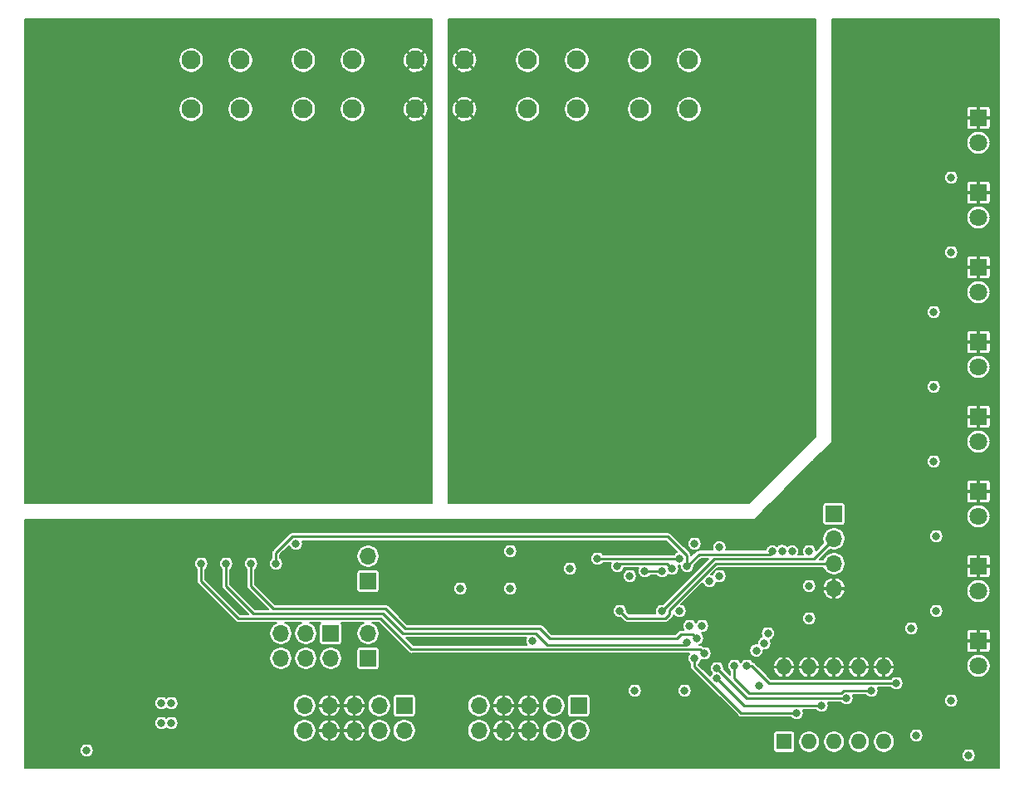
<source format=gbr>
%TF.GenerationSoftware,KiCad,Pcbnew,5.1.10-88a1d61d58~90~ubuntu20.04.1*%
%TF.CreationDate,2021-10-13T16:11:54+02:00*%
%TF.ProjectId,DI8_V1.1,4449385f-5631-42e3-912e-6b696361645f,rev?*%
%TF.SameCoordinates,Original*%
%TF.FileFunction,Copper,L2,Inr*%
%TF.FilePolarity,Positive*%
%FSLAX46Y46*%
G04 Gerber Fmt 4.6, Leading zero omitted, Abs format (unit mm)*
G04 Created by KiCad (PCBNEW 5.1.10-88a1d61d58~90~ubuntu20.04.1) date 2021-10-13 16:11:54*
%MOMM*%
%LPD*%
G01*
G04 APERTURE LIST*
%TA.AperFunction,ComponentPad*%
%ADD10O,1.700000X1.700000*%
%TD*%
%TA.AperFunction,ComponentPad*%
%ADD11R,1.700000X1.700000*%
%TD*%
%TA.AperFunction,ComponentPad*%
%ADD12O,1.600000X1.600000*%
%TD*%
%TA.AperFunction,ComponentPad*%
%ADD13R,1.600000X1.600000*%
%TD*%
%TA.AperFunction,ComponentPad*%
%ADD14C,1.950000*%
%TD*%
%TA.AperFunction,ComponentPad*%
%ADD15C,1.800000*%
%TD*%
%TA.AperFunction,ComponentPad*%
%ADD16R,1.800000X1.800000*%
%TD*%
%TA.AperFunction,ViaPad*%
%ADD17C,0.800000*%
%TD*%
%TA.AperFunction,Conductor*%
%ADD18C,0.250000*%
%TD*%
%TA.AperFunction,Conductor*%
%ADD19C,0.127000*%
%TD*%
%TA.AperFunction,Conductor*%
%ADD20C,0.100000*%
%TD*%
G04 APERTURE END LIST*
D10*
%TO.N,GND*%
%TO.C,J1*%
X124714000Y-117856000D03*
%TO.N,SWCLK*%
X124714000Y-115316000D03*
%TO.N,SWIO*%
X124714000Y-112776000D03*
D11*
%TO.N,+3V3*%
X124714000Y-110236000D03*
%TD*%
D12*
%TO.N,GND*%
%TO.C,SW1*%
X119634000Y-125857000D03*
%TO.N,Net-(R10-Pad1)*%
X129794000Y-133477000D03*
%TO.N,GND*%
X122174000Y-125857000D03*
%TO.N,Net-(R9-Pad1)*%
X127254000Y-133477000D03*
%TO.N,GND*%
X124714000Y-125857000D03*
%TO.N,Net-(R6-Pad1)*%
X124714000Y-133477000D03*
%TO.N,GND*%
X127254000Y-125857000D03*
%TO.N,Net-(R5-Pad1)*%
X122174000Y-133477000D03*
%TO.N,GND*%
X129794000Y-125857000D03*
D13*
%TO.N,Net-(R4-Pad1)*%
X119634000Y-133477000D03*
%TD*%
D14*
%TO.N,GND2*%
%TO.C,J11*%
X87042000Y-63961000D03*
X87042000Y-68961000D03*
%TO.N,GND1*%
X82042000Y-63961000D03*
X82042000Y-68961000D03*
%TD*%
%TO.N,Net-(D40-Pad1)*%
%TO.C,J10*%
X109902000Y-63961000D03*
X109902000Y-68961000D03*
%TO.N,Net-(D39-Pad1)*%
X104902000Y-63961000D03*
X104902000Y-68961000D03*
%TD*%
%TO.N,Net-(D38-Pad1)*%
%TO.C,J9*%
X98472000Y-63961000D03*
X98472000Y-68961000D03*
%TO.N,Net-(D37-Pad1)*%
X93472000Y-63961000D03*
X93472000Y-68961000D03*
%TD*%
%TO.N,Net-(D36-Pad1)*%
%TO.C,J8*%
X75612000Y-63961000D03*
X75612000Y-68961000D03*
%TO.N,Net-(D35-Pad1)*%
X70612000Y-63961000D03*
X70612000Y-68961000D03*
%TD*%
%TO.N,Net-(D34-Pad1)*%
%TO.C,J7*%
X64182000Y-63961000D03*
X64182000Y-68961000D03*
%TO.N,Net-(D33-Pad1)*%
X59182000Y-63961000D03*
X59182000Y-68961000D03*
%TD*%
D10*
%TO.N,BUS-*%
%TO.C,J6*%
X88519000Y-132334000D03*
%TO.N,BUS+*%
X88519000Y-129794000D03*
%TO.N,GND*%
X91059000Y-132334000D03*
X91059000Y-129794000D03*
X93599000Y-132334000D03*
X93599000Y-129794000D03*
%TO.N,VCC*%
X96139000Y-132334000D03*
X96139000Y-129794000D03*
X98679000Y-132334000D03*
D11*
X98679000Y-129794000D03*
%TD*%
D10*
%TO.N,BUS-*%
%TO.C,J5*%
X70739000Y-132334000D03*
%TO.N,BUS+*%
X70739000Y-129794000D03*
%TO.N,GND*%
X73279000Y-132334000D03*
X73279000Y-129794000D03*
X75819000Y-132334000D03*
X75819000Y-129794000D03*
%TO.N,VCC*%
X78359000Y-132334000D03*
X78359000Y-129794000D03*
X80899000Y-132334000D03*
D11*
X80899000Y-129794000D03*
%TD*%
D10*
%TO.N,Net-(J4-Pad6)*%
%TO.C,J4*%
X68326000Y-124968000D03*
%TO.N,Net-(J3-Pad2)*%
X68326000Y-122428000D03*
%TO.N,BUS+*%
X70866000Y-124968000D03*
%TO.N,BUS-*%
X70866000Y-122428000D03*
%TO.N,Net-(J4-Pad2)*%
X73406000Y-124968000D03*
D11*
%TO.N,Net-(J2-Pad2)*%
X73406000Y-122428000D03*
%TD*%
D10*
%TO.N,Net-(J3-Pad2)*%
%TO.C,J3*%
X77216000Y-114554000D03*
D11*
%TO.N,Net-(J3-Pad1)*%
X77216000Y-117094000D03*
%TD*%
D10*
%TO.N,Net-(J2-Pad2)*%
%TO.C,J2*%
X77216000Y-122428000D03*
D11*
%TO.N,Net-(J2-Pad1)*%
X77216000Y-124968000D03*
%TD*%
D15*
%TO.N,Net-(D8-Pad2)*%
%TO.C,D8*%
X139446000Y-125730000D03*
D16*
%TO.N,GND*%
X139446000Y-123190000D03*
%TD*%
D15*
%TO.N,Net-(D7-Pad2)*%
%TO.C,D7*%
X139446000Y-118110000D03*
D16*
%TO.N,GND*%
X139446000Y-115570000D03*
%TD*%
D15*
%TO.N,Net-(D6-Pad2)*%
%TO.C,D6*%
X139446000Y-110490000D03*
D16*
%TO.N,GND*%
X139446000Y-107950000D03*
%TD*%
D15*
%TO.N,Net-(D5-Pad2)*%
%TO.C,D5*%
X139446000Y-102870000D03*
D16*
%TO.N,GND*%
X139446000Y-100330000D03*
%TD*%
D15*
%TO.N,Net-(D4-Pad2)*%
%TO.C,D4*%
X139446000Y-95250000D03*
D16*
%TO.N,GND*%
X139446000Y-92710000D03*
%TD*%
D15*
%TO.N,Net-(D3-Pad2)*%
%TO.C,D3*%
X139446000Y-87630000D03*
D16*
%TO.N,GND*%
X139446000Y-85090000D03*
%TD*%
D15*
%TO.N,Net-(D2-Pad2)*%
%TO.C,D2*%
X139446000Y-80010000D03*
D16*
%TO.N,GND*%
X139446000Y-77470000D03*
%TD*%
D15*
%TO.N,Net-(D1-Pad2)*%
%TO.C,D1*%
X139446000Y-72390000D03*
D16*
%TO.N,GND*%
X139446000Y-69850000D03*
%TD*%
D17*
%TO.N,GND*%
X101092000Y-118110000D03*
X106172000Y-119634000D03*
X42926000Y-135636000D03*
X53848000Y-135636000D03*
X67056000Y-135636000D03*
X81026000Y-135636000D03*
X98806000Y-135636000D03*
X115062000Y-135636000D03*
X133350000Y-134874000D03*
X140970000Y-135636000D03*
X140970000Y-127762000D03*
X140970000Y-118110000D03*
X140970000Y-110490000D03*
X140970000Y-102870000D03*
X140970000Y-95250000D03*
X140970000Y-87630000D03*
X140970000Y-80010000D03*
X140970000Y-72390000D03*
X140970000Y-60198000D03*
X125476000Y-60198000D03*
X133604000Y-60198000D03*
X125476000Y-70612000D03*
X129159000Y-104140000D03*
X129159000Y-105664000D03*
X116078000Y-111506000D03*
X109982000Y-111506000D03*
X100584000Y-111506000D03*
X92202000Y-111506000D03*
X81280000Y-111506000D03*
X70358000Y-111506000D03*
X59944000Y-111506000D03*
X48768000Y-111506000D03*
X42926000Y-111506000D03*
X42926000Y-118110000D03*
X42926000Y-127254000D03*
X67564000Y-118618000D03*
X66294000Y-121666000D03*
X87122000Y-123190000D03*
X87122000Y-124968000D03*
X87122000Y-121158000D03*
X98044000Y-121158000D03*
X100838000Y-126746000D03*
X115570000Y-131318000D03*
X115062000Y-116586000D03*
X102108000Y-129794000D03*
X113792000Y-131064000D03*
X109474000Y-124968000D03*
X106172000Y-124968000D03*
X114808000Y-120904000D03*
X87122000Y-113792000D03*
X100838000Y-124841000D03*
X123063000Y-113284000D03*
%TO.N,Net-(C3-Pad2)*%
X109474000Y-128270000D03*
X133096000Y-132842000D03*
%TO.N,+3V3*%
X56134000Y-129540000D03*
X57150000Y-129540000D03*
X57150000Y-131572000D03*
X56134000Y-131572000D03*
X93980000Y-123190000D03*
X86614000Y-117856000D03*
X104394000Y-128270000D03*
X117094000Y-127762000D03*
X113030000Y-116586000D03*
X110490000Y-113284000D03*
X69850000Y-113284000D03*
X132588000Y-121920000D03*
X103886000Y-116585992D03*
X138430000Y-134874000D03*
X113030000Y-113632990D03*
X122174000Y-114046000D03*
X122174000Y-117602000D03*
X122174000Y-120904000D03*
%TO.N,VCC*%
X48514000Y-134366000D03*
%TO.N,GND1*%
X82931000Y-108458000D03*
X71755000Y-108458000D03*
X59944000Y-108458000D03*
X51054000Y-108458000D03*
X42672000Y-108458000D03*
X42672000Y-99060000D03*
X42672000Y-89027000D03*
X42672000Y-77343000D03*
X42672000Y-60325000D03*
X59817000Y-60325000D03*
X73533000Y-60325000D03*
X82931000Y-60325000D03*
X82931000Y-74930000D03*
X82931000Y-84709000D03*
X82931000Y-92964000D03*
X74549000Y-76835000D03*
X76708000Y-74930000D03*
X74549000Y-73025000D03*
X72390000Y-74803000D03*
X68072000Y-74930000D03*
X65913000Y-73025000D03*
X63754000Y-74930000D03*
X65913000Y-76835000D03*
X59436000Y-74930000D03*
X57277000Y-73025000D03*
X57277000Y-76835000D03*
X55118000Y-74930000D03*
X50800000Y-74930000D03*
X48641000Y-73025000D03*
X46609000Y-74930000D03*
X48641000Y-76835000D03*
X53340000Y-104140000D03*
X61976000Y-104140000D03*
X70612000Y-104140000D03*
X79248000Y-104267000D03*
X47752000Y-80391000D03*
X56388000Y-80391000D03*
X65024000Y-80391000D03*
X73660000Y-80391000D03*
%TO.N,GND2*%
X86233000Y-108458000D03*
X98933000Y-108458000D03*
X110617000Y-108458000D03*
X115316000Y-108458000D03*
X121920000Y-101854000D03*
X121920000Y-90551000D03*
X121920000Y-82804000D03*
X121920000Y-76708000D03*
X114935000Y-76835000D03*
X116840000Y-74930000D03*
X114935000Y-73025000D03*
X106299000Y-73025000D03*
X108331000Y-74930000D03*
X106299000Y-76835000D03*
X99568000Y-74930000D03*
X97663000Y-73025000D03*
X97663000Y-76835000D03*
X89027000Y-76835000D03*
X91059000Y-74930000D03*
X89027000Y-73025000D03*
X121920000Y-70612000D03*
X121920000Y-60198000D03*
X107315000Y-60198000D03*
X96139000Y-60198000D03*
X86233000Y-74930000D03*
X86233000Y-84709000D03*
X86233000Y-92964000D03*
X88138000Y-80391000D03*
X96774000Y-80391000D03*
X105664000Y-80391000D03*
X114300000Y-80391000D03*
X93726000Y-104267000D03*
X102362000Y-104267000D03*
X111252000Y-104394000D03*
X119253000Y-104013000D03*
%TO.N,SWCLK*%
X102870000Y-120142000D03*
%TO.N,SWIO*%
X107188000Y-120141988D03*
%TO.N,Net-(R4-Pad1)*%
X110490000Y-124968000D03*
X120904000Y-130556000D03*
%TO.N,Net-(R5-Pad1)*%
X112776000Y-127009306D03*
X123444000Y-129794000D03*
%TO.N,Net-(R6-Pad1)*%
X112776000Y-125984000D03*
X125984000Y-129032000D03*
%TO.N,Net-(R9-Pad1)*%
X114554000Y-125730000D03*
X128524000Y-128270000D03*
%TO.N,Net-(R10-Pad1)*%
X115824000Y-125730000D03*
X131064000Y-127508000D03*
%TO.N,CH1*%
X111506000Y-124460000D03*
X60198000Y-115316000D03*
X116812000Y-124178000D03*
X136652000Y-75946000D03*
%TO.N,CH2*%
X109728000Y-123335001D03*
X62738000Y-115316000D03*
X117602000Y-123444000D03*
X136652000Y-83566000D03*
%TO.N,CH3*%
X110744000Y-122936000D03*
X65278000Y-115316000D03*
X117987010Y-122428000D03*
X134874000Y-89662000D03*
%TO.N,CH4*%
X109728000Y-115570000D03*
X67818000Y-115316000D03*
X134874000Y-97282000D03*
X118437020Y-114083000D03*
%TO.N,CH5*%
X100584000Y-114808000D03*
X108966000Y-114808000D03*
X119436253Y-114043793D03*
X134874000Y-104902000D03*
%TO.N,CH6*%
X108204000Y-115824000D03*
X120435486Y-114083000D03*
X135128000Y-112522000D03*
X102616000Y-115570000D03*
%TO.N,CH7*%
X107188000Y-116078000D03*
X105410000Y-116078000D03*
X135128000Y-120142000D03*
%TO.N,CH8*%
X108966000Y-120142000D03*
X136652000Y-129286000D03*
%TO.N,TXD*%
X111252000Y-121666000D03*
X91694000Y-114046000D03*
%TO.N,DIR*%
X112014000Y-117094000D03*
X97790000Y-115824000D03*
%TO.N,RXD*%
X109982000Y-121666000D03*
X91694000Y-117856000D03*
%TD*%
D18*
%TO.N,SWCLK*%
X103594989Y-120866989D02*
X107536001Y-120866989D01*
X116586000Y-115316000D02*
X124714000Y-115316000D01*
X112650398Y-115316000D02*
X116586000Y-115316000D01*
X102870000Y-120142000D02*
X103594989Y-120866989D01*
X107536001Y-120866989D02*
X107950000Y-120452990D01*
X107950000Y-120016398D02*
X112650398Y-115316000D01*
X107950000Y-120452990D02*
X107950000Y-120016398D01*
%TO.N,SWIO*%
X124714000Y-112776000D02*
X122682000Y-114808000D01*
X122682000Y-114808000D02*
X112521988Y-114808000D01*
X112521988Y-114808000D02*
X107188000Y-120141988D01*
%TO.N,Net-(R4-Pad1)*%
X115249692Y-130556000D02*
X120904000Y-130556000D01*
X110490000Y-125796308D02*
X115249692Y-130556000D01*
X110490000Y-124968000D02*
X110490000Y-125796308D01*
%TO.N,Net-(R5-Pad1)*%
X115560694Y-129794000D02*
X123444000Y-129794000D01*
X112776000Y-127009306D02*
X115560694Y-129794000D01*
%TO.N,Net-(R6-Pad1)*%
X112776000Y-125984000D02*
X115824000Y-129032000D01*
X115824000Y-129032000D02*
X125984000Y-129032000D01*
%TO.N,Net-(R9-Pad1)*%
X114554000Y-125730000D02*
X114554000Y-127000000D01*
X114554000Y-127000000D02*
X116078000Y-128524000D01*
X125672998Y-128270000D02*
X128524000Y-128270000D01*
X125418998Y-128524000D02*
X125672998Y-128270000D01*
X116078000Y-128524000D02*
X125418998Y-128524000D01*
%TO.N,Net-(R10-Pad1)*%
X118618000Y-127508000D02*
X131064000Y-127508000D01*
X118110000Y-127508000D02*
X118618000Y-127508000D01*
X115824000Y-125730000D02*
X116332000Y-125730000D01*
X116332000Y-125730000D02*
X118110000Y-127508000D01*
%TO.N,CH1*%
X111106001Y-124060001D02*
X81642001Y-124060001D01*
X111506000Y-124460000D02*
X111106001Y-124060001D01*
X81642001Y-124060001D02*
X78486000Y-120904000D01*
X78486000Y-120904000D02*
X64008000Y-120904000D01*
X60198000Y-117094000D02*
X60198000Y-115316000D01*
X64008000Y-120904000D02*
X60198000Y-117094000D01*
%TO.N,CH2*%
X109728000Y-123335001D02*
X109453010Y-123609991D01*
X95472993Y-123609991D02*
X94291002Y-122428000D01*
X109453010Y-123609991D02*
X95472993Y-123609991D01*
X94291002Y-122428000D02*
X80772000Y-122428000D01*
X80772000Y-122428000D02*
X78740000Y-120396000D01*
X78740000Y-120396000D02*
X65532000Y-120396000D01*
X62738000Y-117602000D02*
X62738000Y-115316000D01*
X65532000Y-120396000D02*
X62738000Y-117602000D01*
%TO.N,CH3*%
X110344001Y-122536001D02*
X109111999Y-122536001D01*
X110744000Y-122936000D02*
X110344001Y-122536001D01*
X109111999Y-122536001D02*
X108712000Y-122936000D01*
X108712000Y-122936000D02*
X95758000Y-122936000D01*
X95758000Y-122936000D02*
X94742000Y-121920000D01*
X94742000Y-121920000D02*
X81026000Y-121920000D01*
X81026000Y-121920000D02*
X78994000Y-119888000D01*
X78994000Y-119888000D02*
X67564000Y-119888000D01*
X65278000Y-117602000D02*
X65278000Y-115316000D01*
X67564000Y-119888000D02*
X65278000Y-117602000D01*
%TO.N,CH4*%
X109728000Y-114496998D02*
X109277002Y-114046000D01*
X109728000Y-115570000D02*
X109728000Y-114496998D01*
X109277002Y-114046000D02*
X108007002Y-112776000D01*
X67818000Y-114242998D02*
X67818000Y-115316000D01*
X69501999Y-112558999D02*
X67818000Y-114242998D01*
X107790001Y-112558999D02*
X69501999Y-112558999D01*
X108007002Y-112776000D02*
X107790001Y-112558999D01*
X118162030Y-114357990D02*
X118437020Y-114083000D01*
X110940010Y-114357990D02*
X118162030Y-114357990D01*
X109728000Y-115570000D02*
X110940010Y-114357990D01*
%TO.N,CH5*%
X100584000Y-114808000D02*
X108966000Y-114808000D01*
%TO.N,CH6*%
X102870000Y-115316000D02*
X102616000Y-115570000D01*
X107696000Y-115316000D02*
X102870000Y-115316000D01*
X108204000Y-115824000D02*
X107696000Y-115316000D01*
%TO.N,CH7*%
X107188000Y-116078000D02*
X105410000Y-116078000D01*
%TD*%
D19*
%TO.N,GND1*%
X83756500Y-109156500D02*
X42240500Y-109156500D01*
X42240500Y-68833700D01*
X57889500Y-68833700D01*
X57889500Y-69088300D01*
X57939170Y-69338008D01*
X58036601Y-69573228D01*
X58178050Y-69784921D01*
X58358079Y-69964950D01*
X58569772Y-70106399D01*
X58804992Y-70203830D01*
X59054700Y-70253500D01*
X59309300Y-70253500D01*
X59559008Y-70203830D01*
X59794228Y-70106399D01*
X60005921Y-69964950D01*
X60185950Y-69784921D01*
X60327399Y-69573228D01*
X60424830Y-69338008D01*
X60474500Y-69088300D01*
X60474500Y-68833700D01*
X62889500Y-68833700D01*
X62889500Y-69088300D01*
X62939170Y-69338008D01*
X63036601Y-69573228D01*
X63178050Y-69784921D01*
X63358079Y-69964950D01*
X63569772Y-70106399D01*
X63804992Y-70203830D01*
X64054700Y-70253500D01*
X64309300Y-70253500D01*
X64559008Y-70203830D01*
X64794228Y-70106399D01*
X65005921Y-69964950D01*
X65185950Y-69784921D01*
X65327399Y-69573228D01*
X65424830Y-69338008D01*
X65474500Y-69088300D01*
X65474500Y-68833700D01*
X69319500Y-68833700D01*
X69319500Y-69088300D01*
X69369170Y-69338008D01*
X69466601Y-69573228D01*
X69608050Y-69784921D01*
X69788079Y-69964950D01*
X69999772Y-70106399D01*
X70234992Y-70203830D01*
X70484700Y-70253500D01*
X70739300Y-70253500D01*
X70989008Y-70203830D01*
X71224228Y-70106399D01*
X71435921Y-69964950D01*
X71615950Y-69784921D01*
X71757399Y-69573228D01*
X71854830Y-69338008D01*
X71904500Y-69088300D01*
X71904500Y-68833700D01*
X74319500Y-68833700D01*
X74319500Y-69088300D01*
X74369170Y-69338008D01*
X74466601Y-69573228D01*
X74608050Y-69784921D01*
X74788079Y-69964950D01*
X74999772Y-70106399D01*
X75234992Y-70203830D01*
X75484700Y-70253500D01*
X75739300Y-70253500D01*
X75989008Y-70203830D01*
X76224228Y-70106399D01*
X76435921Y-69964950D01*
X76533909Y-69866962D01*
X81225840Y-69866962D01*
X81330897Y-70047782D01*
X81556580Y-70165629D01*
X81800919Y-70237183D01*
X82054522Y-70259694D01*
X82307644Y-70232297D01*
X82550558Y-70156045D01*
X82753103Y-70047782D01*
X82858160Y-69866962D01*
X82042000Y-69050803D01*
X81225840Y-69866962D01*
X76533909Y-69866962D01*
X76615950Y-69784921D01*
X76757399Y-69573228D01*
X76854830Y-69338008D01*
X76904500Y-69088300D01*
X76904500Y-68973522D01*
X80743306Y-68973522D01*
X80770703Y-69226644D01*
X80846955Y-69469558D01*
X80955218Y-69672103D01*
X81136038Y-69777160D01*
X81952197Y-68961000D01*
X82131803Y-68961000D01*
X82947962Y-69777160D01*
X83128782Y-69672103D01*
X83246629Y-69446420D01*
X83318183Y-69202081D01*
X83340694Y-68948478D01*
X83313297Y-68695356D01*
X83237045Y-68452442D01*
X83128782Y-68249897D01*
X82947962Y-68144840D01*
X82131803Y-68961000D01*
X81952197Y-68961000D01*
X81136038Y-68144840D01*
X80955218Y-68249897D01*
X80837371Y-68475580D01*
X80765817Y-68719919D01*
X80743306Y-68973522D01*
X76904500Y-68973522D01*
X76904500Y-68833700D01*
X76854830Y-68583992D01*
X76757399Y-68348772D01*
X76615950Y-68137079D01*
X76533909Y-68055038D01*
X81225840Y-68055038D01*
X82042000Y-68871197D01*
X82858160Y-68055038D01*
X82753103Y-67874218D01*
X82527420Y-67756371D01*
X82283081Y-67684817D01*
X82029478Y-67662306D01*
X81776356Y-67689703D01*
X81533442Y-67765955D01*
X81330897Y-67874218D01*
X81225840Y-68055038D01*
X76533909Y-68055038D01*
X76435921Y-67957050D01*
X76224228Y-67815601D01*
X75989008Y-67718170D01*
X75739300Y-67668500D01*
X75484700Y-67668500D01*
X75234992Y-67718170D01*
X74999772Y-67815601D01*
X74788079Y-67957050D01*
X74608050Y-68137079D01*
X74466601Y-68348772D01*
X74369170Y-68583992D01*
X74319500Y-68833700D01*
X71904500Y-68833700D01*
X71854830Y-68583992D01*
X71757399Y-68348772D01*
X71615950Y-68137079D01*
X71435921Y-67957050D01*
X71224228Y-67815601D01*
X70989008Y-67718170D01*
X70739300Y-67668500D01*
X70484700Y-67668500D01*
X70234992Y-67718170D01*
X69999772Y-67815601D01*
X69788079Y-67957050D01*
X69608050Y-68137079D01*
X69466601Y-68348772D01*
X69369170Y-68583992D01*
X69319500Y-68833700D01*
X65474500Y-68833700D01*
X65424830Y-68583992D01*
X65327399Y-68348772D01*
X65185950Y-68137079D01*
X65005921Y-67957050D01*
X64794228Y-67815601D01*
X64559008Y-67718170D01*
X64309300Y-67668500D01*
X64054700Y-67668500D01*
X63804992Y-67718170D01*
X63569772Y-67815601D01*
X63358079Y-67957050D01*
X63178050Y-68137079D01*
X63036601Y-68348772D01*
X62939170Y-68583992D01*
X62889500Y-68833700D01*
X60474500Y-68833700D01*
X60424830Y-68583992D01*
X60327399Y-68348772D01*
X60185950Y-68137079D01*
X60005921Y-67957050D01*
X59794228Y-67815601D01*
X59559008Y-67718170D01*
X59309300Y-67668500D01*
X59054700Y-67668500D01*
X58804992Y-67718170D01*
X58569772Y-67815601D01*
X58358079Y-67957050D01*
X58178050Y-68137079D01*
X58036601Y-68348772D01*
X57939170Y-68583992D01*
X57889500Y-68833700D01*
X42240500Y-68833700D01*
X42240500Y-63833700D01*
X57889500Y-63833700D01*
X57889500Y-64088300D01*
X57939170Y-64338008D01*
X58036601Y-64573228D01*
X58178050Y-64784921D01*
X58358079Y-64964950D01*
X58569772Y-65106399D01*
X58804992Y-65203830D01*
X59054700Y-65253500D01*
X59309300Y-65253500D01*
X59559008Y-65203830D01*
X59794228Y-65106399D01*
X60005921Y-64964950D01*
X60185950Y-64784921D01*
X60327399Y-64573228D01*
X60424830Y-64338008D01*
X60474500Y-64088300D01*
X60474500Y-63833700D01*
X62889500Y-63833700D01*
X62889500Y-64088300D01*
X62939170Y-64338008D01*
X63036601Y-64573228D01*
X63178050Y-64784921D01*
X63358079Y-64964950D01*
X63569772Y-65106399D01*
X63804992Y-65203830D01*
X64054700Y-65253500D01*
X64309300Y-65253500D01*
X64559008Y-65203830D01*
X64794228Y-65106399D01*
X65005921Y-64964950D01*
X65185950Y-64784921D01*
X65327399Y-64573228D01*
X65424830Y-64338008D01*
X65474500Y-64088300D01*
X65474500Y-63833700D01*
X69319500Y-63833700D01*
X69319500Y-64088300D01*
X69369170Y-64338008D01*
X69466601Y-64573228D01*
X69608050Y-64784921D01*
X69788079Y-64964950D01*
X69999772Y-65106399D01*
X70234992Y-65203830D01*
X70484700Y-65253500D01*
X70739300Y-65253500D01*
X70989008Y-65203830D01*
X71224228Y-65106399D01*
X71435921Y-64964950D01*
X71615950Y-64784921D01*
X71757399Y-64573228D01*
X71854830Y-64338008D01*
X71904500Y-64088300D01*
X71904500Y-63833700D01*
X74319500Y-63833700D01*
X74319500Y-64088300D01*
X74369170Y-64338008D01*
X74466601Y-64573228D01*
X74608050Y-64784921D01*
X74788079Y-64964950D01*
X74999772Y-65106399D01*
X75234992Y-65203830D01*
X75484700Y-65253500D01*
X75739300Y-65253500D01*
X75989008Y-65203830D01*
X76224228Y-65106399D01*
X76435921Y-64964950D01*
X76533909Y-64866962D01*
X81225840Y-64866962D01*
X81330897Y-65047782D01*
X81556580Y-65165629D01*
X81800919Y-65237183D01*
X82054522Y-65259694D01*
X82307644Y-65232297D01*
X82550558Y-65156045D01*
X82753103Y-65047782D01*
X82858160Y-64866962D01*
X82042000Y-64050803D01*
X81225840Y-64866962D01*
X76533909Y-64866962D01*
X76615950Y-64784921D01*
X76757399Y-64573228D01*
X76854830Y-64338008D01*
X76904500Y-64088300D01*
X76904500Y-63973522D01*
X80743306Y-63973522D01*
X80770703Y-64226644D01*
X80846955Y-64469558D01*
X80955218Y-64672103D01*
X81136038Y-64777160D01*
X81952197Y-63961000D01*
X82131803Y-63961000D01*
X82947962Y-64777160D01*
X83128782Y-64672103D01*
X83246629Y-64446420D01*
X83318183Y-64202081D01*
X83340694Y-63948478D01*
X83313297Y-63695356D01*
X83237045Y-63452442D01*
X83128782Y-63249897D01*
X82947962Y-63144840D01*
X82131803Y-63961000D01*
X81952197Y-63961000D01*
X81136038Y-63144840D01*
X80955218Y-63249897D01*
X80837371Y-63475580D01*
X80765817Y-63719919D01*
X80743306Y-63973522D01*
X76904500Y-63973522D01*
X76904500Y-63833700D01*
X76854830Y-63583992D01*
X76757399Y-63348772D01*
X76615950Y-63137079D01*
X76533909Y-63055038D01*
X81225840Y-63055038D01*
X82042000Y-63871197D01*
X82858160Y-63055038D01*
X82753103Y-62874218D01*
X82527420Y-62756371D01*
X82283081Y-62684817D01*
X82029478Y-62662306D01*
X81776356Y-62689703D01*
X81533442Y-62765955D01*
X81330897Y-62874218D01*
X81225840Y-63055038D01*
X76533909Y-63055038D01*
X76435921Y-62957050D01*
X76224228Y-62815601D01*
X75989008Y-62718170D01*
X75739300Y-62668500D01*
X75484700Y-62668500D01*
X75234992Y-62718170D01*
X74999772Y-62815601D01*
X74788079Y-62957050D01*
X74608050Y-63137079D01*
X74466601Y-63348772D01*
X74369170Y-63583992D01*
X74319500Y-63833700D01*
X71904500Y-63833700D01*
X71854830Y-63583992D01*
X71757399Y-63348772D01*
X71615950Y-63137079D01*
X71435921Y-62957050D01*
X71224228Y-62815601D01*
X70989008Y-62718170D01*
X70739300Y-62668500D01*
X70484700Y-62668500D01*
X70234992Y-62718170D01*
X69999772Y-62815601D01*
X69788079Y-62957050D01*
X69608050Y-63137079D01*
X69466601Y-63348772D01*
X69369170Y-63583992D01*
X69319500Y-63833700D01*
X65474500Y-63833700D01*
X65424830Y-63583992D01*
X65327399Y-63348772D01*
X65185950Y-63137079D01*
X65005921Y-62957050D01*
X64794228Y-62815601D01*
X64559008Y-62718170D01*
X64309300Y-62668500D01*
X64054700Y-62668500D01*
X63804992Y-62718170D01*
X63569772Y-62815601D01*
X63358079Y-62957050D01*
X63178050Y-63137079D01*
X63036601Y-63348772D01*
X62939170Y-63583992D01*
X62889500Y-63833700D01*
X60474500Y-63833700D01*
X60424830Y-63583992D01*
X60327399Y-63348772D01*
X60185950Y-63137079D01*
X60005921Y-62957050D01*
X59794228Y-62815601D01*
X59559008Y-62718170D01*
X59309300Y-62668500D01*
X59054700Y-62668500D01*
X58804992Y-62718170D01*
X58569772Y-62815601D01*
X58358079Y-62957050D01*
X58178050Y-63137079D01*
X58036601Y-63348772D01*
X57939170Y-63583992D01*
X57889500Y-63833700D01*
X42240500Y-63833700D01*
X42240500Y-59802500D01*
X83756500Y-59802500D01*
X83756500Y-109156500D01*
%TA.AperFunction,Conductor*%
D20*
G36*
X83756500Y-109156500D02*
G01*
X42240500Y-109156500D01*
X42240500Y-68833700D01*
X57889500Y-68833700D01*
X57889500Y-69088300D01*
X57939170Y-69338008D01*
X58036601Y-69573228D01*
X58178050Y-69784921D01*
X58358079Y-69964950D01*
X58569772Y-70106399D01*
X58804992Y-70203830D01*
X59054700Y-70253500D01*
X59309300Y-70253500D01*
X59559008Y-70203830D01*
X59794228Y-70106399D01*
X60005921Y-69964950D01*
X60185950Y-69784921D01*
X60327399Y-69573228D01*
X60424830Y-69338008D01*
X60474500Y-69088300D01*
X60474500Y-68833700D01*
X62889500Y-68833700D01*
X62889500Y-69088300D01*
X62939170Y-69338008D01*
X63036601Y-69573228D01*
X63178050Y-69784921D01*
X63358079Y-69964950D01*
X63569772Y-70106399D01*
X63804992Y-70203830D01*
X64054700Y-70253500D01*
X64309300Y-70253500D01*
X64559008Y-70203830D01*
X64794228Y-70106399D01*
X65005921Y-69964950D01*
X65185950Y-69784921D01*
X65327399Y-69573228D01*
X65424830Y-69338008D01*
X65474500Y-69088300D01*
X65474500Y-68833700D01*
X69319500Y-68833700D01*
X69319500Y-69088300D01*
X69369170Y-69338008D01*
X69466601Y-69573228D01*
X69608050Y-69784921D01*
X69788079Y-69964950D01*
X69999772Y-70106399D01*
X70234992Y-70203830D01*
X70484700Y-70253500D01*
X70739300Y-70253500D01*
X70989008Y-70203830D01*
X71224228Y-70106399D01*
X71435921Y-69964950D01*
X71615950Y-69784921D01*
X71757399Y-69573228D01*
X71854830Y-69338008D01*
X71904500Y-69088300D01*
X71904500Y-68833700D01*
X74319500Y-68833700D01*
X74319500Y-69088300D01*
X74369170Y-69338008D01*
X74466601Y-69573228D01*
X74608050Y-69784921D01*
X74788079Y-69964950D01*
X74999772Y-70106399D01*
X75234992Y-70203830D01*
X75484700Y-70253500D01*
X75739300Y-70253500D01*
X75989008Y-70203830D01*
X76224228Y-70106399D01*
X76435921Y-69964950D01*
X76533909Y-69866962D01*
X81225840Y-69866962D01*
X81330897Y-70047782D01*
X81556580Y-70165629D01*
X81800919Y-70237183D01*
X82054522Y-70259694D01*
X82307644Y-70232297D01*
X82550558Y-70156045D01*
X82753103Y-70047782D01*
X82858160Y-69866962D01*
X82042000Y-69050803D01*
X81225840Y-69866962D01*
X76533909Y-69866962D01*
X76615950Y-69784921D01*
X76757399Y-69573228D01*
X76854830Y-69338008D01*
X76904500Y-69088300D01*
X76904500Y-68973522D01*
X80743306Y-68973522D01*
X80770703Y-69226644D01*
X80846955Y-69469558D01*
X80955218Y-69672103D01*
X81136038Y-69777160D01*
X81952197Y-68961000D01*
X82131803Y-68961000D01*
X82947962Y-69777160D01*
X83128782Y-69672103D01*
X83246629Y-69446420D01*
X83318183Y-69202081D01*
X83340694Y-68948478D01*
X83313297Y-68695356D01*
X83237045Y-68452442D01*
X83128782Y-68249897D01*
X82947962Y-68144840D01*
X82131803Y-68961000D01*
X81952197Y-68961000D01*
X81136038Y-68144840D01*
X80955218Y-68249897D01*
X80837371Y-68475580D01*
X80765817Y-68719919D01*
X80743306Y-68973522D01*
X76904500Y-68973522D01*
X76904500Y-68833700D01*
X76854830Y-68583992D01*
X76757399Y-68348772D01*
X76615950Y-68137079D01*
X76533909Y-68055038D01*
X81225840Y-68055038D01*
X82042000Y-68871197D01*
X82858160Y-68055038D01*
X82753103Y-67874218D01*
X82527420Y-67756371D01*
X82283081Y-67684817D01*
X82029478Y-67662306D01*
X81776356Y-67689703D01*
X81533442Y-67765955D01*
X81330897Y-67874218D01*
X81225840Y-68055038D01*
X76533909Y-68055038D01*
X76435921Y-67957050D01*
X76224228Y-67815601D01*
X75989008Y-67718170D01*
X75739300Y-67668500D01*
X75484700Y-67668500D01*
X75234992Y-67718170D01*
X74999772Y-67815601D01*
X74788079Y-67957050D01*
X74608050Y-68137079D01*
X74466601Y-68348772D01*
X74369170Y-68583992D01*
X74319500Y-68833700D01*
X71904500Y-68833700D01*
X71854830Y-68583992D01*
X71757399Y-68348772D01*
X71615950Y-68137079D01*
X71435921Y-67957050D01*
X71224228Y-67815601D01*
X70989008Y-67718170D01*
X70739300Y-67668500D01*
X70484700Y-67668500D01*
X70234992Y-67718170D01*
X69999772Y-67815601D01*
X69788079Y-67957050D01*
X69608050Y-68137079D01*
X69466601Y-68348772D01*
X69369170Y-68583992D01*
X69319500Y-68833700D01*
X65474500Y-68833700D01*
X65424830Y-68583992D01*
X65327399Y-68348772D01*
X65185950Y-68137079D01*
X65005921Y-67957050D01*
X64794228Y-67815601D01*
X64559008Y-67718170D01*
X64309300Y-67668500D01*
X64054700Y-67668500D01*
X63804992Y-67718170D01*
X63569772Y-67815601D01*
X63358079Y-67957050D01*
X63178050Y-68137079D01*
X63036601Y-68348772D01*
X62939170Y-68583992D01*
X62889500Y-68833700D01*
X60474500Y-68833700D01*
X60424830Y-68583992D01*
X60327399Y-68348772D01*
X60185950Y-68137079D01*
X60005921Y-67957050D01*
X59794228Y-67815601D01*
X59559008Y-67718170D01*
X59309300Y-67668500D01*
X59054700Y-67668500D01*
X58804992Y-67718170D01*
X58569772Y-67815601D01*
X58358079Y-67957050D01*
X58178050Y-68137079D01*
X58036601Y-68348772D01*
X57939170Y-68583992D01*
X57889500Y-68833700D01*
X42240500Y-68833700D01*
X42240500Y-63833700D01*
X57889500Y-63833700D01*
X57889500Y-64088300D01*
X57939170Y-64338008D01*
X58036601Y-64573228D01*
X58178050Y-64784921D01*
X58358079Y-64964950D01*
X58569772Y-65106399D01*
X58804992Y-65203830D01*
X59054700Y-65253500D01*
X59309300Y-65253500D01*
X59559008Y-65203830D01*
X59794228Y-65106399D01*
X60005921Y-64964950D01*
X60185950Y-64784921D01*
X60327399Y-64573228D01*
X60424830Y-64338008D01*
X60474500Y-64088300D01*
X60474500Y-63833700D01*
X62889500Y-63833700D01*
X62889500Y-64088300D01*
X62939170Y-64338008D01*
X63036601Y-64573228D01*
X63178050Y-64784921D01*
X63358079Y-64964950D01*
X63569772Y-65106399D01*
X63804992Y-65203830D01*
X64054700Y-65253500D01*
X64309300Y-65253500D01*
X64559008Y-65203830D01*
X64794228Y-65106399D01*
X65005921Y-64964950D01*
X65185950Y-64784921D01*
X65327399Y-64573228D01*
X65424830Y-64338008D01*
X65474500Y-64088300D01*
X65474500Y-63833700D01*
X69319500Y-63833700D01*
X69319500Y-64088300D01*
X69369170Y-64338008D01*
X69466601Y-64573228D01*
X69608050Y-64784921D01*
X69788079Y-64964950D01*
X69999772Y-65106399D01*
X70234992Y-65203830D01*
X70484700Y-65253500D01*
X70739300Y-65253500D01*
X70989008Y-65203830D01*
X71224228Y-65106399D01*
X71435921Y-64964950D01*
X71615950Y-64784921D01*
X71757399Y-64573228D01*
X71854830Y-64338008D01*
X71904500Y-64088300D01*
X71904500Y-63833700D01*
X74319500Y-63833700D01*
X74319500Y-64088300D01*
X74369170Y-64338008D01*
X74466601Y-64573228D01*
X74608050Y-64784921D01*
X74788079Y-64964950D01*
X74999772Y-65106399D01*
X75234992Y-65203830D01*
X75484700Y-65253500D01*
X75739300Y-65253500D01*
X75989008Y-65203830D01*
X76224228Y-65106399D01*
X76435921Y-64964950D01*
X76533909Y-64866962D01*
X81225840Y-64866962D01*
X81330897Y-65047782D01*
X81556580Y-65165629D01*
X81800919Y-65237183D01*
X82054522Y-65259694D01*
X82307644Y-65232297D01*
X82550558Y-65156045D01*
X82753103Y-65047782D01*
X82858160Y-64866962D01*
X82042000Y-64050803D01*
X81225840Y-64866962D01*
X76533909Y-64866962D01*
X76615950Y-64784921D01*
X76757399Y-64573228D01*
X76854830Y-64338008D01*
X76904500Y-64088300D01*
X76904500Y-63973522D01*
X80743306Y-63973522D01*
X80770703Y-64226644D01*
X80846955Y-64469558D01*
X80955218Y-64672103D01*
X81136038Y-64777160D01*
X81952197Y-63961000D01*
X82131803Y-63961000D01*
X82947962Y-64777160D01*
X83128782Y-64672103D01*
X83246629Y-64446420D01*
X83318183Y-64202081D01*
X83340694Y-63948478D01*
X83313297Y-63695356D01*
X83237045Y-63452442D01*
X83128782Y-63249897D01*
X82947962Y-63144840D01*
X82131803Y-63961000D01*
X81952197Y-63961000D01*
X81136038Y-63144840D01*
X80955218Y-63249897D01*
X80837371Y-63475580D01*
X80765817Y-63719919D01*
X80743306Y-63973522D01*
X76904500Y-63973522D01*
X76904500Y-63833700D01*
X76854830Y-63583992D01*
X76757399Y-63348772D01*
X76615950Y-63137079D01*
X76533909Y-63055038D01*
X81225840Y-63055038D01*
X82042000Y-63871197D01*
X82858160Y-63055038D01*
X82753103Y-62874218D01*
X82527420Y-62756371D01*
X82283081Y-62684817D01*
X82029478Y-62662306D01*
X81776356Y-62689703D01*
X81533442Y-62765955D01*
X81330897Y-62874218D01*
X81225840Y-63055038D01*
X76533909Y-63055038D01*
X76435921Y-62957050D01*
X76224228Y-62815601D01*
X75989008Y-62718170D01*
X75739300Y-62668500D01*
X75484700Y-62668500D01*
X75234992Y-62718170D01*
X74999772Y-62815601D01*
X74788079Y-62957050D01*
X74608050Y-63137079D01*
X74466601Y-63348772D01*
X74369170Y-63583992D01*
X74319500Y-63833700D01*
X71904500Y-63833700D01*
X71854830Y-63583992D01*
X71757399Y-63348772D01*
X71615950Y-63137079D01*
X71435921Y-62957050D01*
X71224228Y-62815601D01*
X70989008Y-62718170D01*
X70739300Y-62668500D01*
X70484700Y-62668500D01*
X70234992Y-62718170D01*
X69999772Y-62815601D01*
X69788079Y-62957050D01*
X69608050Y-63137079D01*
X69466601Y-63348772D01*
X69369170Y-63583992D01*
X69319500Y-63833700D01*
X65474500Y-63833700D01*
X65424830Y-63583992D01*
X65327399Y-63348772D01*
X65185950Y-63137079D01*
X65005921Y-62957050D01*
X64794228Y-62815601D01*
X64559008Y-62718170D01*
X64309300Y-62668500D01*
X64054700Y-62668500D01*
X63804992Y-62718170D01*
X63569772Y-62815601D01*
X63358079Y-62957050D01*
X63178050Y-63137079D01*
X63036601Y-63348772D01*
X62939170Y-63583992D01*
X62889500Y-63833700D01*
X60474500Y-63833700D01*
X60424830Y-63583992D01*
X60327399Y-63348772D01*
X60185950Y-63137079D01*
X60005921Y-62957050D01*
X59794228Y-62815601D01*
X59559008Y-62718170D01*
X59309300Y-62668500D01*
X59054700Y-62668500D01*
X58804992Y-62718170D01*
X58569772Y-62815601D01*
X58358079Y-62957050D01*
X58178050Y-63137079D01*
X58036601Y-63348772D01*
X57939170Y-63583992D01*
X57889500Y-63833700D01*
X42240500Y-63833700D01*
X42240500Y-59802500D01*
X83756500Y-59802500D01*
X83756500Y-109156500D01*
G37*
%TD.AperFunction*%
%TD*%
D19*
%TO.N,GND2*%
X122872500Y-102335698D02*
X116051698Y-109156500D01*
X85407500Y-109156500D01*
X85407500Y-69866962D01*
X86225840Y-69866962D01*
X86330897Y-70047782D01*
X86556580Y-70165629D01*
X86800919Y-70237183D01*
X87054522Y-70259694D01*
X87307644Y-70232297D01*
X87550558Y-70156045D01*
X87753103Y-70047782D01*
X87858160Y-69866962D01*
X87042000Y-69050803D01*
X86225840Y-69866962D01*
X85407500Y-69866962D01*
X85407500Y-68973522D01*
X85743306Y-68973522D01*
X85770703Y-69226644D01*
X85846955Y-69469558D01*
X85955218Y-69672103D01*
X86136038Y-69777160D01*
X86952197Y-68961000D01*
X87131803Y-68961000D01*
X87947962Y-69777160D01*
X88128782Y-69672103D01*
X88246629Y-69446420D01*
X88318183Y-69202081D01*
X88340694Y-68948478D01*
X88328271Y-68833700D01*
X92179500Y-68833700D01*
X92179500Y-69088300D01*
X92229170Y-69338008D01*
X92326601Y-69573228D01*
X92468050Y-69784921D01*
X92648079Y-69964950D01*
X92859772Y-70106399D01*
X93094992Y-70203830D01*
X93344700Y-70253500D01*
X93599300Y-70253500D01*
X93849008Y-70203830D01*
X94084228Y-70106399D01*
X94295921Y-69964950D01*
X94475950Y-69784921D01*
X94617399Y-69573228D01*
X94714830Y-69338008D01*
X94764500Y-69088300D01*
X94764500Y-68833700D01*
X97179500Y-68833700D01*
X97179500Y-69088300D01*
X97229170Y-69338008D01*
X97326601Y-69573228D01*
X97468050Y-69784921D01*
X97648079Y-69964950D01*
X97859772Y-70106399D01*
X98094992Y-70203830D01*
X98344700Y-70253500D01*
X98599300Y-70253500D01*
X98849008Y-70203830D01*
X99084228Y-70106399D01*
X99295921Y-69964950D01*
X99475950Y-69784921D01*
X99617399Y-69573228D01*
X99714830Y-69338008D01*
X99764500Y-69088300D01*
X99764500Y-68833700D01*
X103609500Y-68833700D01*
X103609500Y-69088300D01*
X103659170Y-69338008D01*
X103756601Y-69573228D01*
X103898050Y-69784921D01*
X104078079Y-69964950D01*
X104289772Y-70106399D01*
X104524992Y-70203830D01*
X104774700Y-70253500D01*
X105029300Y-70253500D01*
X105279008Y-70203830D01*
X105514228Y-70106399D01*
X105725921Y-69964950D01*
X105905950Y-69784921D01*
X106047399Y-69573228D01*
X106144830Y-69338008D01*
X106194500Y-69088300D01*
X106194500Y-68833700D01*
X108609500Y-68833700D01*
X108609500Y-69088300D01*
X108659170Y-69338008D01*
X108756601Y-69573228D01*
X108898050Y-69784921D01*
X109078079Y-69964950D01*
X109289772Y-70106399D01*
X109524992Y-70203830D01*
X109774700Y-70253500D01*
X110029300Y-70253500D01*
X110279008Y-70203830D01*
X110514228Y-70106399D01*
X110725921Y-69964950D01*
X110905950Y-69784921D01*
X111047399Y-69573228D01*
X111144830Y-69338008D01*
X111194500Y-69088300D01*
X111194500Y-68833700D01*
X111144830Y-68583992D01*
X111047399Y-68348772D01*
X110905950Y-68137079D01*
X110725921Y-67957050D01*
X110514228Y-67815601D01*
X110279008Y-67718170D01*
X110029300Y-67668500D01*
X109774700Y-67668500D01*
X109524992Y-67718170D01*
X109289772Y-67815601D01*
X109078079Y-67957050D01*
X108898050Y-68137079D01*
X108756601Y-68348772D01*
X108659170Y-68583992D01*
X108609500Y-68833700D01*
X106194500Y-68833700D01*
X106144830Y-68583992D01*
X106047399Y-68348772D01*
X105905950Y-68137079D01*
X105725921Y-67957050D01*
X105514228Y-67815601D01*
X105279008Y-67718170D01*
X105029300Y-67668500D01*
X104774700Y-67668500D01*
X104524992Y-67718170D01*
X104289772Y-67815601D01*
X104078079Y-67957050D01*
X103898050Y-68137079D01*
X103756601Y-68348772D01*
X103659170Y-68583992D01*
X103609500Y-68833700D01*
X99764500Y-68833700D01*
X99714830Y-68583992D01*
X99617399Y-68348772D01*
X99475950Y-68137079D01*
X99295921Y-67957050D01*
X99084228Y-67815601D01*
X98849008Y-67718170D01*
X98599300Y-67668500D01*
X98344700Y-67668500D01*
X98094992Y-67718170D01*
X97859772Y-67815601D01*
X97648079Y-67957050D01*
X97468050Y-68137079D01*
X97326601Y-68348772D01*
X97229170Y-68583992D01*
X97179500Y-68833700D01*
X94764500Y-68833700D01*
X94714830Y-68583992D01*
X94617399Y-68348772D01*
X94475950Y-68137079D01*
X94295921Y-67957050D01*
X94084228Y-67815601D01*
X93849008Y-67718170D01*
X93599300Y-67668500D01*
X93344700Y-67668500D01*
X93094992Y-67718170D01*
X92859772Y-67815601D01*
X92648079Y-67957050D01*
X92468050Y-68137079D01*
X92326601Y-68348772D01*
X92229170Y-68583992D01*
X92179500Y-68833700D01*
X88328271Y-68833700D01*
X88313297Y-68695356D01*
X88237045Y-68452442D01*
X88128782Y-68249897D01*
X87947962Y-68144840D01*
X87131803Y-68961000D01*
X86952197Y-68961000D01*
X86136038Y-68144840D01*
X85955218Y-68249897D01*
X85837371Y-68475580D01*
X85765817Y-68719919D01*
X85743306Y-68973522D01*
X85407500Y-68973522D01*
X85407500Y-68055038D01*
X86225840Y-68055038D01*
X87042000Y-68871197D01*
X87858160Y-68055038D01*
X87753103Y-67874218D01*
X87527420Y-67756371D01*
X87283081Y-67684817D01*
X87029478Y-67662306D01*
X86776356Y-67689703D01*
X86533442Y-67765955D01*
X86330897Y-67874218D01*
X86225840Y-68055038D01*
X85407500Y-68055038D01*
X85407500Y-64866962D01*
X86225840Y-64866962D01*
X86330897Y-65047782D01*
X86556580Y-65165629D01*
X86800919Y-65237183D01*
X87054522Y-65259694D01*
X87307644Y-65232297D01*
X87550558Y-65156045D01*
X87753103Y-65047782D01*
X87858160Y-64866962D01*
X87042000Y-64050803D01*
X86225840Y-64866962D01*
X85407500Y-64866962D01*
X85407500Y-63973522D01*
X85743306Y-63973522D01*
X85770703Y-64226644D01*
X85846955Y-64469558D01*
X85955218Y-64672103D01*
X86136038Y-64777160D01*
X86952197Y-63961000D01*
X87131803Y-63961000D01*
X87947962Y-64777160D01*
X88128782Y-64672103D01*
X88246629Y-64446420D01*
X88318183Y-64202081D01*
X88340694Y-63948478D01*
X88328271Y-63833700D01*
X92179500Y-63833700D01*
X92179500Y-64088300D01*
X92229170Y-64338008D01*
X92326601Y-64573228D01*
X92468050Y-64784921D01*
X92648079Y-64964950D01*
X92859772Y-65106399D01*
X93094992Y-65203830D01*
X93344700Y-65253500D01*
X93599300Y-65253500D01*
X93849008Y-65203830D01*
X94084228Y-65106399D01*
X94295921Y-64964950D01*
X94475950Y-64784921D01*
X94617399Y-64573228D01*
X94714830Y-64338008D01*
X94764500Y-64088300D01*
X94764500Y-63833700D01*
X97179500Y-63833700D01*
X97179500Y-64088300D01*
X97229170Y-64338008D01*
X97326601Y-64573228D01*
X97468050Y-64784921D01*
X97648079Y-64964950D01*
X97859772Y-65106399D01*
X98094992Y-65203830D01*
X98344700Y-65253500D01*
X98599300Y-65253500D01*
X98849008Y-65203830D01*
X99084228Y-65106399D01*
X99295921Y-64964950D01*
X99475950Y-64784921D01*
X99617399Y-64573228D01*
X99714830Y-64338008D01*
X99764500Y-64088300D01*
X99764500Y-63833700D01*
X103609500Y-63833700D01*
X103609500Y-64088300D01*
X103659170Y-64338008D01*
X103756601Y-64573228D01*
X103898050Y-64784921D01*
X104078079Y-64964950D01*
X104289772Y-65106399D01*
X104524992Y-65203830D01*
X104774700Y-65253500D01*
X105029300Y-65253500D01*
X105279008Y-65203830D01*
X105514228Y-65106399D01*
X105725921Y-64964950D01*
X105905950Y-64784921D01*
X106047399Y-64573228D01*
X106144830Y-64338008D01*
X106194500Y-64088300D01*
X106194500Y-63833700D01*
X108609500Y-63833700D01*
X108609500Y-64088300D01*
X108659170Y-64338008D01*
X108756601Y-64573228D01*
X108898050Y-64784921D01*
X109078079Y-64964950D01*
X109289772Y-65106399D01*
X109524992Y-65203830D01*
X109774700Y-65253500D01*
X110029300Y-65253500D01*
X110279008Y-65203830D01*
X110514228Y-65106399D01*
X110725921Y-64964950D01*
X110905950Y-64784921D01*
X111047399Y-64573228D01*
X111144830Y-64338008D01*
X111194500Y-64088300D01*
X111194500Y-63833700D01*
X111144830Y-63583992D01*
X111047399Y-63348772D01*
X110905950Y-63137079D01*
X110725921Y-62957050D01*
X110514228Y-62815601D01*
X110279008Y-62718170D01*
X110029300Y-62668500D01*
X109774700Y-62668500D01*
X109524992Y-62718170D01*
X109289772Y-62815601D01*
X109078079Y-62957050D01*
X108898050Y-63137079D01*
X108756601Y-63348772D01*
X108659170Y-63583992D01*
X108609500Y-63833700D01*
X106194500Y-63833700D01*
X106144830Y-63583992D01*
X106047399Y-63348772D01*
X105905950Y-63137079D01*
X105725921Y-62957050D01*
X105514228Y-62815601D01*
X105279008Y-62718170D01*
X105029300Y-62668500D01*
X104774700Y-62668500D01*
X104524992Y-62718170D01*
X104289772Y-62815601D01*
X104078079Y-62957050D01*
X103898050Y-63137079D01*
X103756601Y-63348772D01*
X103659170Y-63583992D01*
X103609500Y-63833700D01*
X99764500Y-63833700D01*
X99714830Y-63583992D01*
X99617399Y-63348772D01*
X99475950Y-63137079D01*
X99295921Y-62957050D01*
X99084228Y-62815601D01*
X98849008Y-62718170D01*
X98599300Y-62668500D01*
X98344700Y-62668500D01*
X98094992Y-62718170D01*
X97859772Y-62815601D01*
X97648079Y-62957050D01*
X97468050Y-63137079D01*
X97326601Y-63348772D01*
X97229170Y-63583992D01*
X97179500Y-63833700D01*
X94764500Y-63833700D01*
X94714830Y-63583992D01*
X94617399Y-63348772D01*
X94475950Y-63137079D01*
X94295921Y-62957050D01*
X94084228Y-62815601D01*
X93849008Y-62718170D01*
X93599300Y-62668500D01*
X93344700Y-62668500D01*
X93094992Y-62718170D01*
X92859772Y-62815601D01*
X92648079Y-62957050D01*
X92468050Y-63137079D01*
X92326601Y-63348772D01*
X92229170Y-63583992D01*
X92179500Y-63833700D01*
X88328271Y-63833700D01*
X88313297Y-63695356D01*
X88237045Y-63452442D01*
X88128782Y-63249897D01*
X87947962Y-63144840D01*
X87131803Y-63961000D01*
X86952197Y-63961000D01*
X86136038Y-63144840D01*
X85955218Y-63249897D01*
X85837371Y-63475580D01*
X85765817Y-63719919D01*
X85743306Y-63973522D01*
X85407500Y-63973522D01*
X85407500Y-63055038D01*
X86225840Y-63055038D01*
X87042000Y-63871197D01*
X87858160Y-63055038D01*
X87753103Y-62874218D01*
X87527420Y-62756371D01*
X87283081Y-62684817D01*
X87029478Y-62662306D01*
X86776356Y-62689703D01*
X86533442Y-62765955D01*
X86330897Y-62874218D01*
X86225840Y-63055038D01*
X85407500Y-63055038D01*
X85407500Y-59802500D01*
X122872500Y-59802500D01*
X122872500Y-102335698D01*
%TA.AperFunction,Conductor*%
D20*
G36*
X122872500Y-102335698D02*
G01*
X116051698Y-109156500D01*
X85407500Y-109156500D01*
X85407500Y-69866962D01*
X86225840Y-69866962D01*
X86330897Y-70047782D01*
X86556580Y-70165629D01*
X86800919Y-70237183D01*
X87054522Y-70259694D01*
X87307644Y-70232297D01*
X87550558Y-70156045D01*
X87753103Y-70047782D01*
X87858160Y-69866962D01*
X87042000Y-69050803D01*
X86225840Y-69866962D01*
X85407500Y-69866962D01*
X85407500Y-68973522D01*
X85743306Y-68973522D01*
X85770703Y-69226644D01*
X85846955Y-69469558D01*
X85955218Y-69672103D01*
X86136038Y-69777160D01*
X86952197Y-68961000D01*
X87131803Y-68961000D01*
X87947962Y-69777160D01*
X88128782Y-69672103D01*
X88246629Y-69446420D01*
X88318183Y-69202081D01*
X88340694Y-68948478D01*
X88328271Y-68833700D01*
X92179500Y-68833700D01*
X92179500Y-69088300D01*
X92229170Y-69338008D01*
X92326601Y-69573228D01*
X92468050Y-69784921D01*
X92648079Y-69964950D01*
X92859772Y-70106399D01*
X93094992Y-70203830D01*
X93344700Y-70253500D01*
X93599300Y-70253500D01*
X93849008Y-70203830D01*
X94084228Y-70106399D01*
X94295921Y-69964950D01*
X94475950Y-69784921D01*
X94617399Y-69573228D01*
X94714830Y-69338008D01*
X94764500Y-69088300D01*
X94764500Y-68833700D01*
X97179500Y-68833700D01*
X97179500Y-69088300D01*
X97229170Y-69338008D01*
X97326601Y-69573228D01*
X97468050Y-69784921D01*
X97648079Y-69964950D01*
X97859772Y-70106399D01*
X98094992Y-70203830D01*
X98344700Y-70253500D01*
X98599300Y-70253500D01*
X98849008Y-70203830D01*
X99084228Y-70106399D01*
X99295921Y-69964950D01*
X99475950Y-69784921D01*
X99617399Y-69573228D01*
X99714830Y-69338008D01*
X99764500Y-69088300D01*
X99764500Y-68833700D01*
X103609500Y-68833700D01*
X103609500Y-69088300D01*
X103659170Y-69338008D01*
X103756601Y-69573228D01*
X103898050Y-69784921D01*
X104078079Y-69964950D01*
X104289772Y-70106399D01*
X104524992Y-70203830D01*
X104774700Y-70253500D01*
X105029300Y-70253500D01*
X105279008Y-70203830D01*
X105514228Y-70106399D01*
X105725921Y-69964950D01*
X105905950Y-69784921D01*
X106047399Y-69573228D01*
X106144830Y-69338008D01*
X106194500Y-69088300D01*
X106194500Y-68833700D01*
X108609500Y-68833700D01*
X108609500Y-69088300D01*
X108659170Y-69338008D01*
X108756601Y-69573228D01*
X108898050Y-69784921D01*
X109078079Y-69964950D01*
X109289772Y-70106399D01*
X109524992Y-70203830D01*
X109774700Y-70253500D01*
X110029300Y-70253500D01*
X110279008Y-70203830D01*
X110514228Y-70106399D01*
X110725921Y-69964950D01*
X110905950Y-69784921D01*
X111047399Y-69573228D01*
X111144830Y-69338008D01*
X111194500Y-69088300D01*
X111194500Y-68833700D01*
X111144830Y-68583992D01*
X111047399Y-68348772D01*
X110905950Y-68137079D01*
X110725921Y-67957050D01*
X110514228Y-67815601D01*
X110279008Y-67718170D01*
X110029300Y-67668500D01*
X109774700Y-67668500D01*
X109524992Y-67718170D01*
X109289772Y-67815601D01*
X109078079Y-67957050D01*
X108898050Y-68137079D01*
X108756601Y-68348772D01*
X108659170Y-68583992D01*
X108609500Y-68833700D01*
X106194500Y-68833700D01*
X106144830Y-68583992D01*
X106047399Y-68348772D01*
X105905950Y-68137079D01*
X105725921Y-67957050D01*
X105514228Y-67815601D01*
X105279008Y-67718170D01*
X105029300Y-67668500D01*
X104774700Y-67668500D01*
X104524992Y-67718170D01*
X104289772Y-67815601D01*
X104078079Y-67957050D01*
X103898050Y-68137079D01*
X103756601Y-68348772D01*
X103659170Y-68583992D01*
X103609500Y-68833700D01*
X99764500Y-68833700D01*
X99714830Y-68583992D01*
X99617399Y-68348772D01*
X99475950Y-68137079D01*
X99295921Y-67957050D01*
X99084228Y-67815601D01*
X98849008Y-67718170D01*
X98599300Y-67668500D01*
X98344700Y-67668500D01*
X98094992Y-67718170D01*
X97859772Y-67815601D01*
X97648079Y-67957050D01*
X97468050Y-68137079D01*
X97326601Y-68348772D01*
X97229170Y-68583992D01*
X97179500Y-68833700D01*
X94764500Y-68833700D01*
X94714830Y-68583992D01*
X94617399Y-68348772D01*
X94475950Y-68137079D01*
X94295921Y-67957050D01*
X94084228Y-67815601D01*
X93849008Y-67718170D01*
X93599300Y-67668500D01*
X93344700Y-67668500D01*
X93094992Y-67718170D01*
X92859772Y-67815601D01*
X92648079Y-67957050D01*
X92468050Y-68137079D01*
X92326601Y-68348772D01*
X92229170Y-68583992D01*
X92179500Y-68833700D01*
X88328271Y-68833700D01*
X88313297Y-68695356D01*
X88237045Y-68452442D01*
X88128782Y-68249897D01*
X87947962Y-68144840D01*
X87131803Y-68961000D01*
X86952197Y-68961000D01*
X86136038Y-68144840D01*
X85955218Y-68249897D01*
X85837371Y-68475580D01*
X85765817Y-68719919D01*
X85743306Y-68973522D01*
X85407500Y-68973522D01*
X85407500Y-68055038D01*
X86225840Y-68055038D01*
X87042000Y-68871197D01*
X87858160Y-68055038D01*
X87753103Y-67874218D01*
X87527420Y-67756371D01*
X87283081Y-67684817D01*
X87029478Y-67662306D01*
X86776356Y-67689703D01*
X86533442Y-67765955D01*
X86330897Y-67874218D01*
X86225840Y-68055038D01*
X85407500Y-68055038D01*
X85407500Y-64866962D01*
X86225840Y-64866962D01*
X86330897Y-65047782D01*
X86556580Y-65165629D01*
X86800919Y-65237183D01*
X87054522Y-65259694D01*
X87307644Y-65232297D01*
X87550558Y-65156045D01*
X87753103Y-65047782D01*
X87858160Y-64866962D01*
X87042000Y-64050803D01*
X86225840Y-64866962D01*
X85407500Y-64866962D01*
X85407500Y-63973522D01*
X85743306Y-63973522D01*
X85770703Y-64226644D01*
X85846955Y-64469558D01*
X85955218Y-64672103D01*
X86136038Y-64777160D01*
X86952197Y-63961000D01*
X87131803Y-63961000D01*
X87947962Y-64777160D01*
X88128782Y-64672103D01*
X88246629Y-64446420D01*
X88318183Y-64202081D01*
X88340694Y-63948478D01*
X88328271Y-63833700D01*
X92179500Y-63833700D01*
X92179500Y-64088300D01*
X92229170Y-64338008D01*
X92326601Y-64573228D01*
X92468050Y-64784921D01*
X92648079Y-64964950D01*
X92859772Y-65106399D01*
X93094992Y-65203830D01*
X93344700Y-65253500D01*
X93599300Y-65253500D01*
X93849008Y-65203830D01*
X94084228Y-65106399D01*
X94295921Y-64964950D01*
X94475950Y-64784921D01*
X94617399Y-64573228D01*
X94714830Y-64338008D01*
X94764500Y-64088300D01*
X94764500Y-63833700D01*
X97179500Y-63833700D01*
X97179500Y-64088300D01*
X97229170Y-64338008D01*
X97326601Y-64573228D01*
X97468050Y-64784921D01*
X97648079Y-64964950D01*
X97859772Y-65106399D01*
X98094992Y-65203830D01*
X98344700Y-65253500D01*
X98599300Y-65253500D01*
X98849008Y-65203830D01*
X99084228Y-65106399D01*
X99295921Y-64964950D01*
X99475950Y-64784921D01*
X99617399Y-64573228D01*
X99714830Y-64338008D01*
X99764500Y-64088300D01*
X99764500Y-63833700D01*
X103609500Y-63833700D01*
X103609500Y-64088300D01*
X103659170Y-64338008D01*
X103756601Y-64573228D01*
X103898050Y-64784921D01*
X104078079Y-64964950D01*
X104289772Y-65106399D01*
X104524992Y-65203830D01*
X104774700Y-65253500D01*
X105029300Y-65253500D01*
X105279008Y-65203830D01*
X105514228Y-65106399D01*
X105725921Y-64964950D01*
X105905950Y-64784921D01*
X106047399Y-64573228D01*
X106144830Y-64338008D01*
X106194500Y-64088300D01*
X106194500Y-63833700D01*
X108609500Y-63833700D01*
X108609500Y-64088300D01*
X108659170Y-64338008D01*
X108756601Y-64573228D01*
X108898050Y-64784921D01*
X109078079Y-64964950D01*
X109289772Y-65106399D01*
X109524992Y-65203830D01*
X109774700Y-65253500D01*
X110029300Y-65253500D01*
X110279008Y-65203830D01*
X110514228Y-65106399D01*
X110725921Y-64964950D01*
X110905950Y-64784921D01*
X111047399Y-64573228D01*
X111144830Y-64338008D01*
X111194500Y-64088300D01*
X111194500Y-63833700D01*
X111144830Y-63583992D01*
X111047399Y-63348772D01*
X110905950Y-63137079D01*
X110725921Y-62957050D01*
X110514228Y-62815601D01*
X110279008Y-62718170D01*
X110029300Y-62668500D01*
X109774700Y-62668500D01*
X109524992Y-62718170D01*
X109289772Y-62815601D01*
X109078079Y-62957050D01*
X108898050Y-63137079D01*
X108756601Y-63348772D01*
X108659170Y-63583992D01*
X108609500Y-63833700D01*
X106194500Y-63833700D01*
X106144830Y-63583992D01*
X106047399Y-63348772D01*
X105905950Y-63137079D01*
X105725921Y-62957050D01*
X105514228Y-62815601D01*
X105279008Y-62718170D01*
X105029300Y-62668500D01*
X104774700Y-62668500D01*
X104524992Y-62718170D01*
X104289772Y-62815601D01*
X104078079Y-62957050D01*
X103898050Y-63137079D01*
X103756601Y-63348772D01*
X103659170Y-63583992D01*
X103609500Y-63833700D01*
X99764500Y-63833700D01*
X99714830Y-63583992D01*
X99617399Y-63348772D01*
X99475950Y-63137079D01*
X99295921Y-62957050D01*
X99084228Y-62815601D01*
X98849008Y-62718170D01*
X98599300Y-62668500D01*
X98344700Y-62668500D01*
X98094992Y-62718170D01*
X97859772Y-62815601D01*
X97648079Y-62957050D01*
X97468050Y-63137079D01*
X97326601Y-63348772D01*
X97229170Y-63583992D01*
X97179500Y-63833700D01*
X94764500Y-63833700D01*
X94714830Y-63583992D01*
X94617399Y-63348772D01*
X94475950Y-63137079D01*
X94295921Y-62957050D01*
X94084228Y-62815601D01*
X93849008Y-62718170D01*
X93599300Y-62668500D01*
X93344700Y-62668500D01*
X93094992Y-62718170D01*
X92859772Y-62815601D01*
X92648079Y-62957050D01*
X92468050Y-63137079D01*
X92326601Y-63348772D01*
X92229170Y-63583992D01*
X92179500Y-63833700D01*
X88328271Y-63833700D01*
X88313297Y-63695356D01*
X88237045Y-63452442D01*
X88128782Y-63249897D01*
X87947962Y-63144840D01*
X87131803Y-63961000D01*
X86952197Y-63961000D01*
X86136038Y-63144840D01*
X85955218Y-63249897D01*
X85837371Y-63475580D01*
X85765817Y-63719919D01*
X85743306Y-63973522D01*
X85407500Y-63973522D01*
X85407500Y-63055038D01*
X86225840Y-63055038D01*
X87042000Y-63871197D01*
X87858160Y-63055038D01*
X87753103Y-62874218D01*
X87527420Y-62756371D01*
X87283081Y-62684817D01*
X87029478Y-62662306D01*
X86776356Y-62689703D01*
X86533442Y-62765955D01*
X86330897Y-62874218D01*
X86225840Y-63055038D01*
X85407500Y-63055038D01*
X85407500Y-59802500D01*
X122872500Y-59802500D01*
X122872500Y-102335698D01*
G37*
%TD.AperFunction*%
%TD*%
D19*
%TO.N,GND*%
X141555501Y-136117500D02*
X42240500Y-136117500D01*
X42240500Y-134295332D01*
X47796500Y-134295332D01*
X47796500Y-134436668D01*
X47824073Y-134575287D01*
X47878159Y-134705864D01*
X47956681Y-134823380D01*
X48056620Y-134923319D01*
X48174136Y-135001841D01*
X48304713Y-135055927D01*
X48443332Y-135083500D01*
X48584668Y-135083500D01*
X48723287Y-135055927D01*
X48853864Y-135001841D01*
X48971380Y-134923319D01*
X49071319Y-134823380D01*
X49084714Y-134803332D01*
X137712500Y-134803332D01*
X137712500Y-134944668D01*
X137740073Y-135083287D01*
X137794159Y-135213864D01*
X137872681Y-135331380D01*
X137972620Y-135431319D01*
X138090136Y-135509841D01*
X138220713Y-135563927D01*
X138359332Y-135591500D01*
X138500668Y-135591500D01*
X138639287Y-135563927D01*
X138769864Y-135509841D01*
X138887380Y-135431319D01*
X138987319Y-135331380D01*
X139065841Y-135213864D01*
X139119927Y-135083287D01*
X139147500Y-134944668D01*
X139147500Y-134803332D01*
X139119927Y-134664713D01*
X139065841Y-134534136D01*
X138987319Y-134416620D01*
X138887380Y-134316681D01*
X138769864Y-134238159D01*
X138639287Y-134184073D01*
X138500668Y-134156500D01*
X138359332Y-134156500D01*
X138220713Y-134184073D01*
X138090136Y-134238159D01*
X137972620Y-134316681D01*
X137872681Y-134416620D01*
X137794159Y-134534136D01*
X137740073Y-134664713D01*
X137712500Y-134803332D01*
X49084714Y-134803332D01*
X49149841Y-134705864D01*
X49203927Y-134575287D01*
X49231500Y-134436668D01*
X49231500Y-134295332D01*
X49203927Y-134156713D01*
X49149841Y-134026136D01*
X49071319Y-133908620D01*
X48971380Y-133808681D01*
X48853864Y-133730159D01*
X48723287Y-133676073D01*
X48584668Y-133648500D01*
X48443332Y-133648500D01*
X48304713Y-133676073D01*
X48174136Y-133730159D01*
X48056620Y-133808681D01*
X47956681Y-133908620D01*
X47878159Y-134026136D01*
X47824073Y-134156713D01*
X47796500Y-134295332D01*
X42240500Y-134295332D01*
X42240500Y-131501332D01*
X55416500Y-131501332D01*
X55416500Y-131642668D01*
X55444073Y-131781287D01*
X55498159Y-131911864D01*
X55576681Y-132029380D01*
X55676620Y-132129319D01*
X55794136Y-132207841D01*
X55924713Y-132261927D01*
X56063332Y-132289500D01*
X56204668Y-132289500D01*
X56343287Y-132261927D01*
X56473864Y-132207841D01*
X56591380Y-132129319D01*
X56642000Y-132078699D01*
X56692620Y-132129319D01*
X56810136Y-132207841D01*
X56940713Y-132261927D01*
X57079332Y-132289500D01*
X57220668Y-132289500D01*
X57359287Y-132261927D01*
X57462896Y-132219011D01*
X69571500Y-132219011D01*
X69571500Y-132448989D01*
X69616366Y-132674547D01*
X69704375Y-132887019D01*
X69832144Y-133078238D01*
X69994762Y-133240856D01*
X70185981Y-133368625D01*
X70398453Y-133456634D01*
X70624011Y-133501500D01*
X70853989Y-133501500D01*
X71079547Y-133456634D01*
X71292019Y-133368625D01*
X71483238Y-133240856D01*
X71645856Y-133078238D01*
X71773625Y-132887019D01*
X71861634Y-132674547D01*
X71880622Y-132579086D01*
X72137511Y-132579086D01*
X72207258Y-132797070D01*
X72318192Y-132997259D01*
X72466049Y-133171959D01*
X72645147Y-133314457D01*
X72848604Y-133419276D01*
X73033915Y-133475486D01*
X73215500Y-133420271D01*
X73215500Y-132397500D01*
X73342500Y-132397500D01*
X73342500Y-133420271D01*
X73524085Y-133475486D01*
X73709396Y-133419276D01*
X73912853Y-133314457D01*
X74091951Y-133171959D01*
X74239808Y-132997259D01*
X74350742Y-132797070D01*
X74420489Y-132579086D01*
X74677511Y-132579086D01*
X74747258Y-132797070D01*
X74858192Y-132997259D01*
X75006049Y-133171959D01*
X75185147Y-133314457D01*
X75388604Y-133419276D01*
X75573915Y-133475486D01*
X75755500Y-133420271D01*
X75755500Y-132397500D01*
X75882500Y-132397500D01*
X75882500Y-133420271D01*
X76064085Y-133475486D01*
X76249396Y-133419276D01*
X76452853Y-133314457D01*
X76631951Y-133171959D01*
X76779808Y-132997259D01*
X76890742Y-132797070D01*
X76960489Y-132579086D01*
X76905400Y-132397500D01*
X75882500Y-132397500D01*
X75755500Y-132397500D01*
X74732600Y-132397500D01*
X74677511Y-132579086D01*
X74420489Y-132579086D01*
X74365400Y-132397500D01*
X73342500Y-132397500D01*
X73215500Y-132397500D01*
X72192600Y-132397500D01*
X72137511Y-132579086D01*
X71880622Y-132579086D01*
X71906500Y-132448989D01*
X71906500Y-132219011D01*
X71880623Y-132088914D01*
X72137511Y-132088914D01*
X72192600Y-132270500D01*
X73215500Y-132270500D01*
X73215500Y-131247729D01*
X73342500Y-131247729D01*
X73342500Y-132270500D01*
X74365400Y-132270500D01*
X74420489Y-132088914D01*
X74677511Y-132088914D01*
X74732600Y-132270500D01*
X75755500Y-132270500D01*
X75755500Y-131247729D01*
X75882500Y-131247729D01*
X75882500Y-132270500D01*
X76905400Y-132270500D01*
X76921020Y-132219011D01*
X77191500Y-132219011D01*
X77191500Y-132448989D01*
X77236366Y-132674547D01*
X77324375Y-132887019D01*
X77452144Y-133078238D01*
X77614762Y-133240856D01*
X77805981Y-133368625D01*
X78018453Y-133456634D01*
X78244011Y-133501500D01*
X78473989Y-133501500D01*
X78699547Y-133456634D01*
X78912019Y-133368625D01*
X79103238Y-133240856D01*
X79265856Y-133078238D01*
X79393625Y-132887019D01*
X79481634Y-132674547D01*
X79526500Y-132448989D01*
X79526500Y-132219011D01*
X79731500Y-132219011D01*
X79731500Y-132448989D01*
X79776366Y-132674547D01*
X79864375Y-132887019D01*
X79992144Y-133078238D01*
X80154762Y-133240856D01*
X80345981Y-133368625D01*
X80558453Y-133456634D01*
X80784011Y-133501500D01*
X81013989Y-133501500D01*
X81239547Y-133456634D01*
X81452019Y-133368625D01*
X81643238Y-133240856D01*
X81805856Y-133078238D01*
X81933625Y-132887019D01*
X82021634Y-132674547D01*
X82066500Y-132448989D01*
X82066500Y-132219011D01*
X87351500Y-132219011D01*
X87351500Y-132448989D01*
X87396366Y-132674547D01*
X87484375Y-132887019D01*
X87612144Y-133078238D01*
X87774762Y-133240856D01*
X87965981Y-133368625D01*
X88178453Y-133456634D01*
X88404011Y-133501500D01*
X88633989Y-133501500D01*
X88859547Y-133456634D01*
X89072019Y-133368625D01*
X89263238Y-133240856D01*
X89425856Y-133078238D01*
X89553625Y-132887019D01*
X89641634Y-132674547D01*
X89660622Y-132579086D01*
X89917511Y-132579086D01*
X89987258Y-132797070D01*
X90098192Y-132997259D01*
X90246049Y-133171959D01*
X90425147Y-133314457D01*
X90628604Y-133419276D01*
X90813915Y-133475486D01*
X90995500Y-133420271D01*
X90995500Y-132397500D01*
X91122500Y-132397500D01*
X91122500Y-133420271D01*
X91304085Y-133475486D01*
X91489396Y-133419276D01*
X91692853Y-133314457D01*
X91871951Y-133171959D01*
X92019808Y-132997259D01*
X92130742Y-132797070D01*
X92200489Y-132579086D01*
X92457511Y-132579086D01*
X92527258Y-132797070D01*
X92638192Y-132997259D01*
X92786049Y-133171959D01*
X92965147Y-133314457D01*
X93168604Y-133419276D01*
X93353915Y-133475486D01*
X93535500Y-133420271D01*
X93535500Y-132397500D01*
X93662500Y-132397500D01*
X93662500Y-133420271D01*
X93844085Y-133475486D01*
X94029396Y-133419276D01*
X94232853Y-133314457D01*
X94411951Y-133171959D01*
X94559808Y-132997259D01*
X94670742Y-132797070D01*
X94740489Y-132579086D01*
X94685400Y-132397500D01*
X93662500Y-132397500D01*
X93535500Y-132397500D01*
X92512600Y-132397500D01*
X92457511Y-132579086D01*
X92200489Y-132579086D01*
X92145400Y-132397500D01*
X91122500Y-132397500D01*
X90995500Y-132397500D01*
X89972600Y-132397500D01*
X89917511Y-132579086D01*
X89660622Y-132579086D01*
X89686500Y-132448989D01*
X89686500Y-132219011D01*
X89660623Y-132088914D01*
X89917511Y-132088914D01*
X89972600Y-132270500D01*
X90995500Y-132270500D01*
X90995500Y-131247729D01*
X91122500Y-131247729D01*
X91122500Y-132270500D01*
X92145400Y-132270500D01*
X92200489Y-132088914D01*
X92457511Y-132088914D01*
X92512600Y-132270500D01*
X93535500Y-132270500D01*
X93535500Y-131247729D01*
X93662500Y-131247729D01*
X93662500Y-132270500D01*
X94685400Y-132270500D01*
X94701020Y-132219011D01*
X94971500Y-132219011D01*
X94971500Y-132448989D01*
X95016366Y-132674547D01*
X95104375Y-132887019D01*
X95232144Y-133078238D01*
X95394762Y-133240856D01*
X95585981Y-133368625D01*
X95798453Y-133456634D01*
X96024011Y-133501500D01*
X96253989Y-133501500D01*
X96479547Y-133456634D01*
X96692019Y-133368625D01*
X96883238Y-133240856D01*
X97045856Y-133078238D01*
X97173625Y-132887019D01*
X97261634Y-132674547D01*
X97306500Y-132448989D01*
X97306500Y-132219011D01*
X97511500Y-132219011D01*
X97511500Y-132448989D01*
X97556366Y-132674547D01*
X97644375Y-132887019D01*
X97772144Y-133078238D01*
X97934762Y-133240856D01*
X98125981Y-133368625D01*
X98338453Y-133456634D01*
X98564011Y-133501500D01*
X98793989Y-133501500D01*
X99019547Y-133456634D01*
X99232019Y-133368625D01*
X99423238Y-133240856D01*
X99585856Y-133078238D01*
X99713625Y-132887019D01*
X99800617Y-132677000D01*
X118514964Y-132677000D01*
X118514964Y-134277000D01*
X118521094Y-134339241D01*
X118539249Y-134399090D01*
X118568731Y-134454247D01*
X118608407Y-134502593D01*
X118656753Y-134542269D01*
X118711910Y-134571751D01*
X118771759Y-134589906D01*
X118834000Y-134596036D01*
X120434000Y-134596036D01*
X120496241Y-134589906D01*
X120556090Y-134571751D01*
X120611247Y-134542269D01*
X120659593Y-134502593D01*
X120699269Y-134454247D01*
X120728751Y-134399090D01*
X120746906Y-134339241D01*
X120753036Y-134277000D01*
X120753036Y-133366936D01*
X121056500Y-133366936D01*
X121056500Y-133587064D01*
X121099445Y-133802963D01*
X121183684Y-134006335D01*
X121305981Y-134189365D01*
X121461635Y-134345019D01*
X121644665Y-134467316D01*
X121848037Y-134551555D01*
X122063936Y-134594500D01*
X122284064Y-134594500D01*
X122499963Y-134551555D01*
X122703335Y-134467316D01*
X122886365Y-134345019D01*
X123042019Y-134189365D01*
X123164316Y-134006335D01*
X123248555Y-133802963D01*
X123291500Y-133587064D01*
X123291500Y-133366936D01*
X123596500Y-133366936D01*
X123596500Y-133587064D01*
X123639445Y-133802963D01*
X123723684Y-134006335D01*
X123845981Y-134189365D01*
X124001635Y-134345019D01*
X124184665Y-134467316D01*
X124388037Y-134551555D01*
X124603936Y-134594500D01*
X124824064Y-134594500D01*
X125039963Y-134551555D01*
X125243335Y-134467316D01*
X125426365Y-134345019D01*
X125582019Y-134189365D01*
X125704316Y-134006335D01*
X125788555Y-133802963D01*
X125831500Y-133587064D01*
X125831500Y-133366936D01*
X126136500Y-133366936D01*
X126136500Y-133587064D01*
X126179445Y-133802963D01*
X126263684Y-134006335D01*
X126385981Y-134189365D01*
X126541635Y-134345019D01*
X126724665Y-134467316D01*
X126928037Y-134551555D01*
X127143936Y-134594500D01*
X127364064Y-134594500D01*
X127579963Y-134551555D01*
X127783335Y-134467316D01*
X127966365Y-134345019D01*
X128122019Y-134189365D01*
X128244316Y-134006335D01*
X128328555Y-133802963D01*
X128371500Y-133587064D01*
X128371500Y-133366936D01*
X128676500Y-133366936D01*
X128676500Y-133587064D01*
X128719445Y-133802963D01*
X128803684Y-134006335D01*
X128925981Y-134189365D01*
X129081635Y-134345019D01*
X129264665Y-134467316D01*
X129468037Y-134551555D01*
X129683936Y-134594500D01*
X129904064Y-134594500D01*
X130119963Y-134551555D01*
X130323335Y-134467316D01*
X130506365Y-134345019D01*
X130662019Y-134189365D01*
X130784316Y-134006335D01*
X130868555Y-133802963D01*
X130911500Y-133587064D01*
X130911500Y-133366936D01*
X130868555Y-133151037D01*
X130784316Y-132947665D01*
X130666494Y-132771332D01*
X132378500Y-132771332D01*
X132378500Y-132912668D01*
X132406073Y-133051287D01*
X132460159Y-133181864D01*
X132538681Y-133299380D01*
X132638620Y-133399319D01*
X132756136Y-133477841D01*
X132886713Y-133531927D01*
X133025332Y-133559500D01*
X133166668Y-133559500D01*
X133305287Y-133531927D01*
X133435864Y-133477841D01*
X133553380Y-133399319D01*
X133653319Y-133299380D01*
X133731841Y-133181864D01*
X133785927Y-133051287D01*
X133813500Y-132912668D01*
X133813500Y-132771332D01*
X133785927Y-132632713D01*
X133731841Y-132502136D01*
X133653319Y-132384620D01*
X133553380Y-132284681D01*
X133435864Y-132206159D01*
X133305287Y-132152073D01*
X133166668Y-132124500D01*
X133025332Y-132124500D01*
X132886713Y-132152073D01*
X132756136Y-132206159D01*
X132638620Y-132284681D01*
X132538681Y-132384620D01*
X132460159Y-132502136D01*
X132406073Y-132632713D01*
X132378500Y-132771332D01*
X130666494Y-132771332D01*
X130662019Y-132764635D01*
X130506365Y-132608981D01*
X130323335Y-132486684D01*
X130119963Y-132402445D01*
X129904064Y-132359500D01*
X129683936Y-132359500D01*
X129468037Y-132402445D01*
X129264665Y-132486684D01*
X129081635Y-132608981D01*
X128925981Y-132764635D01*
X128803684Y-132947665D01*
X128719445Y-133151037D01*
X128676500Y-133366936D01*
X128371500Y-133366936D01*
X128328555Y-133151037D01*
X128244316Y-132947665D01*
X128122019Y-132764635D01*
X127966365Y-132608981D01*
X127783335Y-132486684D01*
X127579963Y-132402445D01*
X127364064Y-132359500D01*
X127143936Y-132359500D01*
X126928037Y-132402445D01*
X126724665Y-132486684D01*
X126541635Y-132608981D01*
X126385981Y-132764635D01*
X126263684Y-132947665D01*
X126179445Y-133151037D01*
X126136500Y-133366936D01*
X125831500Y-133366936D01*
X125788555Y-133151037D01*
X125704316Y-132947665D01*
X125582019Y-132764635D01*
X125426365Y-132608981D01*
X125243335Y-132486684D01*
X125039963Y-132402445D01*
X124824064Y-132359500D01*
X124603936Y-132359500D01*
X124388037Y-132402445D01*
X124184665Y-132486684D01*
X124001635Y-132608981D01*
X123845981Y-132764635D01*
X123723684Y-132947665D01*
X123639445Y-133151037D01*
X123596500Y-133366936D01*
X123291500Y-133366936D01*
X123248555Y-133151037D01*
X123164316Y-132947665D01*
X123042019Y-132764635D01*
X122886365Y-132608981D01*
X122703335Y-132486684D01*
X122499963Y-132402445D01*
X122284064Y-132359500D01*
X122063936Y-132359500D01*
X121848037Y-132402445D01*
X121644665Y-132486684D01*
X121461635Y-132608981D01*
X121305981Y-132764635D01*
X121183684Y-132947665D01*
X121099445Y-133151037D01*
X121056500Y-133366936D01*
X120753036Y-133366936D01*
X120753036Y-132677000D01*
X120746906Y-132614759D01*
X120728751Y-132554910D01*
X120699269Y-132499753D01*
X120659593Y-132451407D01*
X120611247Y-132411731D01*
X120556090Y-132382249D01*
X120496241Y-132364094D01*
X120434000Y-132357964D01*
X118834000Y-132357964D01*
X118771759Y-132364094D01*
X118711910Y-132382249D01*
X118656753Y-132411731D01*
X118608407Y-132451407D01*
X118568731Y-132499753D01*
X118539249Y-132554910D01*
X118521094Y-132614759D01*
X118514964Y-132677000D01*
X99800617Y-132677000D01*
X99801634Y-132674547D01*
X99846500Y-132448989D01*
X99846500Y-132219011D01*
X99801634Y-131993453D01*
X99713625Y-131780981D01*
X99585856Y-131589762D01*
X99423238Y-131427144D01*
X99232019Y-131299375D01*
X99019547Y-131211366D01*
X98793989Y-131166500D01*
X98564011Y-131166500D01*
X98338453Y-131211366D01*
X98125981Y-131299375D01*
X97934762Y-131427144D01*
X97772144Y-131589762D01*
X97644375Y-131780981D01*
X97556366Y-131993453D01*
X97511500Y-132219011D01*
X97306500Y-132219011D01*
X97261634Y-131993453D01*
X97173625Y-131780981D01*
X97045856Y-131589762D01*
X96883238Y-131427144D01*
X96692019Y-131299375D01*
X96479547Y-131211366D01*
X96253989Y-131166500D01*
X96024011Y-131166500D01*
X95798453Y-131211366D01*
X95585981Y-131299375D01*
X95394762Y-131427144D01*
X95232144Y-131589762D01*
X95104375Y-131780981D01*
X95016366Y-131993453D01*
X94971500Y-132219011D01*
X94701020Y-132219011D01*
X94740489Y-132088914D01*
X94670742Y-131870930D01*
X94559808Y-131670741D01*
X94411951Y-131496041D01*
X94232853Y-131353543D01*
X94029396Y-131248724D01*
X93844085Y-131192514D01*
X93662500Y-131247729D01*
X93535500Y-131247729D01*
X93353915Y-131192514D01*
X93168604Y-131248724D01*
X92965147Y-131353543D01*
X92786049Y-131496041D01*
X92638192Y-131670741D01*
X92527258Y-131870930D01*
X92457511Y-132088914D01*
X92200489Y-132088914D01*
X92130742Y-131870930D01*
X92019808Y-131670741D01*
X91871951Y-131496041D01*
X91692853Y-131353543D01*
X91489396Y-131248724D01*
X91304085Y-131192514D01*
X91122500Y-131247729D01*
X90995500Y-131247729D01*
X90813915Y-131192514D01*
X90628604Y-131248724D01*
X90425147Y-131353543D01*
X90246049Y-131496041D01*
X90098192Y-131670741D01*
X89987258Y-131870930D01*
X89917511Y-132088914D01*
X89660623Y-132088914D01*
X89641634Y-131993453D01*
X89553625Y-131780981D01*
X89425856Y-131589762D01*
X89263238Y-131427144D01*
X89072019Y-131299375D01*
X88859547Y-131211366D01*
X88633989Y-131166500D01*
X88404011Y-131166500D01*
X88178453Y-131211366D01*
X87965981Y-131299375D01*
X87774762Y-131427144D01*
X87612144Y-131589762D01*
X87484375Y-131780981D01*
X87396366Y-131993453D01*
X87351500Y-132219011D01*
X82066500Y-132219011D01*
X82021634Y-131993453D01*
X81933625Y-131780981D01*
X81805856Y-131589762D01*
X81643238Y-131427144D01*
X81452019Y-131299375D01*
X81239547Y-131211366D01*
X81013989Y-131166500D01*
X80784011Y-131166500D01*
X80558453Y-131211366D01*
X80345981Y-131299375D01*
X80154762Y-131427144D01*
X79992144Y-131589762D01*
X79864375Y-131780981D01*
X79776366Y-131993453D01*
X79731500Y-132219011D01*
X79526500Y-132219011D01*
X79481634Y-131993453D01*
X79393625Y-131780981D01*
X79265856Y-131589762D01*
X79103238Y-131427144D01*
X78912019Y-131299375D01*
X78699547Y-131211366D01*
X78473989Y-131166500D01*
X78244011Y-131166500D01*
X78018453Y-131211366D01*
X77805981Y-131299375D01*
X77614762Y-131427144D01*
X77452144Y-131589762D01*
X77324375Y-131780981D01*
X77236366Y-131993453D01*
X77191500Y-132219011D01*
X76921020Y-132219011D01*
X76960489Y-132088914D01*
X76890742Y-131870930D01*
X76779808Y-131670741D01*
X76631951Y-131496041D01*
X76452853Y-131353543D01*
X76249396Y-131248724D01*
X76064085Y-131192514D01*
X75882500Y-131247729D01*
X75755500Y-131247729D01*
X75573915Y-131192514D01*
X75388604Y-131248724D01*
X75185147Y-131353543D01*
X75006049Y-131496041D01*
X74858192Y-131670741D01*
X74747258Y-131870930D01*
X74677511Y-132088914D01*
X74420489Y-132088914D01*
X74350742Y-131870930D01*
X74239808Y-131670741D01*
X74091951Y-131496041D01*
X73912853Y-131353543D01*
X73709396Y-131248724D01*
X73524085Y-131192514D01*
X73342500Y-131247729D01*
X73215500Y-131247729D01*
X73033915Y-131192514D01*
X72848604Y-131248724D01*
X72645147Y-131353543D01*
X72466049Y-131496041D01*
X72318192Y-131670741D01*
X72207258Y-131870930D01*
X72137511Y-132088914D01*
X71880623Y-132088914D01*
X71861634Y-131993453D01*
X71773625Y-131780981D01*
X71645856Y-131589762D01*
X71483238Y-131427144D01*
X71292019Y-131299375D01*
X71079547Y-131211366D01*
X70853989Y-131166500D01*
X70624011Y-131166500D01*
X70398453Y-131211366D01*
X70185981Y-131299375D01*
X69994762Y-131427144D01*
X69832144Y-131589762D01*
X69704375Y-131780981D01*
X69616366Y-131993453D01*
X69571500Y-132219011D01*
X57462896Y-132219011D01*
X57489864Y-132207841D01*
X57607380Y-132129319D01*
X57707319Y-132029380D01*
X57785841Y-131911864D01*
X57839927Y-131781287D01*
X57867500Y-131642668D01*
X57867500Y-131501332D01*
X57839927Y-131362713D01*
X57785841Y-131232136D01*
X57707319Y-131114620D01*
X57607380Y-131014681D01*
X57489864Y-130936159D01*
X57359287Y-130882073D01*
X57220668Y-130854500D01*
X57079332Y-130854500D01*
X56940713Y-130882073D01*
X56810136Y-130936159D01*
X56692620Y-131014681D01*
X56642000Y-131065301D01*
X56591380Y-131014681D01*
X56473864Y-130936159D01*
X56343287Y-130882073D01*
X56204668Y-130854500D01*
X56063332Y-130854500D01*
X55924713Y-130882073D01*
X55794136Y-130936159D01*
X55676620Y-131014681D01*
X55576681Y-131114620D01*
X55498159Y-131232136D01*
X55444073Y-131362713D01*
X55416500Y-131501332D01*
X42240500Y-131501332D01*
X42240500Y-129469332D01*
X55416500Y-129469332D01*
X55416500Y-129610668D01*
X55444073Y-129749287D01*
X55498159Y-129879864D01*
X55576681Y-129997380D01*
X55676620Y-130097319D01*
X55794136Y-130175841D01*
X55924713Y-130229927D01*
X56063332Y-130257500D01*
X56204668Y-130257500D01*
X56343287Y-130229927D01*
X56473864Y-130175841D01*
X56591380Y-130097319D01*
X56642000Y-130046699D01*
X56692620Y-130097319D01*
X56810136Y-130175841D01*
X56940713Y-130229927D01*
X57079332Y-130257500D01*
X57220668Y-130257500D01*
X57359287Y-130229927D01*
X57489864Y-130175841D01*
X57607380Y-130097319D01*
X57707319Y-129997380D01*
X57785841Y-129879864D01*
X57839927Y-129749287D01*
X57853905Y-129679011D01*
X69571500Y-129679011D01*
X69571500Y-129908989D01*
X69616366Y-130134547D01*
X69704375Y-130347019D01*
X69832144Y-130538238D01*
X69994762Y-130700856D01*
X70185981Y-130828625D01*
X70398453Y-130916634D01*
X70624011Y-130961500D01*
X70853989Y-130961500D01*
X71079547Y-130916634D01*
X71292019Y-130828625D01*
X71483238Y-130700856D01*
X71645856Y-130538238D01*
X71773625Y-130347019D01*
X71861634Y-130134547D01*
X71880622Y-130039086D01*
X72137511Y-130039086D01*
X72207258Y-130257070D01*
X72318192Y-130457259D01*
X72466049Y-130631959D01*
X72645147Y-130774457D01*
X72848604Y-130879276D01*
X73033915Y-130935486D01*
X73215500Y-130880271D01*
X73215500Y-129857500D01*
X73342500Y-129857500D01*
X73342500Y-130880271D01*
X73524085Y-130935486D01*
X73709396Y-130879276D01*
X73912853Y-130774457D01*
X74091951Y-130631959D01*
X74239808Y-130457259D01*
X74350742Y-130257070D01*
X74420489Y-130039086D01*
X74677511Y-130039086D01*
X74747258Y-130257070D01*
X74858192Y-130457259D01*
X75006049Y-130631959D01*
X75185147Y-130774457D01*
X75388604Y-130879276D01*
X75573915Y-130935486D01*
X75755500Y-130880271D01*
X75755500Y-129857500D01*
X75882500Y-129857500D01*
X75882500Y-130880271D01*
X76064085Y-130935486D01*
X76249396Y-130879276D01*
X76452853Y-130774457D01*
X76631951Y-130631959D01*
X76779808Y-130457259D01*
X76890742Y-130257070D01*
X76960489Y-130039086D01*
X76905400Y-129857500D01*
X75882500Y-129857500D01*
X75755500Y-129857500D01*
X74732600Y-129857500D01*
X74677511Y-130039086D01*
X74420489Y-130039086D01*
X74365400Y-129857500D01*
X73342500Y-129857500D01*
X73215500Y-129857500D01*
X72192600Y-129857500D01*
X72137511Y-130039086D01*
X71880622Y-130039086D01*
X71906500Y-129908989D01*
X71906500Y-129679011D01*
X71880623Y-129548914D01*
X72137511Y-129548914D01*
X72192600Y-129730500D01*
X73215500Y-129730500D01*
X73215500Y-128707729D01*
X73342500Y-128707729D01*
X73342500Y-129730500D01*
X74365400Y-129730500D01*
X74420489Y-129548914D01*
X74677511Y-129548914D01*
X74732600Y-129730500D01*
X75755500Y-129730500D01*
X75755500Y-128707729D01*
X75882500Y-128707729D01*
X75882500Y-129730500D01*
X76905400Y-129730500D01*
X76921020Y-129679011D01*
X77191500Y-129679011D01*
X77191500Y-129908989D01*
X77236366Y-130134547D01*
X77324375Y-130347019D01*
X77452144Y-130538238D01*
X77614762Y-130700856D01*
X77805981Y-130828625D01*
X78018453Y-130916634D01*
X78244011Y-130961500D01*
X78473989Y-130961500D01*
X78699547Y-130916634D01*
X78912019Y-130828625D01*
X79103238Y-130700856D01*
X79265856Y-130538238D01*
X79393625Y-130347019D01*
X79481634Y-130134547D01*
X79526500Y-129908989D01*
X79526500Y-129679011D01*
X79481634Y-129453453D01*
X79393625Y-129240981D01*
X79265856Y-129049762D01*
X79160094Y-128944000D01*
X79729964Y-128944000D01*
X79729964Y-130644000D01*
X79736094Y-130706241D01*
X79754249Y-130766090D01*
X79783731Y-130821247D01*
X79823407Y-130869593D01*
X79871753Y-130909269D01*
X79926910Y-130938751D01*
X79986759Y-130956906D01*
X80049000Y-130963036D01*
X81749000Y-130963036D01*
X81811241Y-130956906D01*
X81871090Y-130938751D01*
X81926247Y-130909269D01*
X81974593Y-130869593D01*
X82014269Y-130821247D01*
X82043751Y-130766090D01*
X82061906Y-130706241D01*
X82068036Y-130644000D01*
X82068036Y-129679011D01*
X87351500Y-129679011D01*
X87351500Y-129908989D01*
X87396366Y-130134547D01*
X87484375Y-130347019D01*
X87612144Y-130538238D01*
X87774762Y-130700856D01*
X87965981Y-130828625D01*
X88178453Y-130916634D01*
X88404011Y-130961500D01*
X88633989Y-130961500D01*
X88859547Y-130916634D01*
X89072019Y-130828625D01*
X89263238Y-130700856D01*
X89425856Y-130538238D01*
X89553625Y-130347019D01*
X89641634Y-130134547D01*
X89660622Y-130039086D01*
X89917511Y-130039086D01*
X89987258Y-130257070D01*
X90098192Y-130457259D01*
X90246049Y-130631959D01*
X90425147Y-130774457D01*
X90628604Y-130879276D01*
X90813915Y-130935486D01*
X90995500Y-130880271D01*
X90995500Y-129857500D01*
X91122500Y-129857500D01*
X91122500Y-130880271D01*
X91304085Y-130935486D01*
X91489396Y-130879276D01*
X91692853Y-130774457D01*
X91871951Y-130631959D01*
X92019808Y-130457259D01*
X92130742Y-130257070D01*
X92200489Y-130039086D01*
X92457511Y-130039086D01*
X92527258Y-130257070D01*
X92638192Y-130457259D01*
X92786049Y-130631959D01*
X92965147Y-130774457D01*
X93168604Y-130879276D01*
X93353915Y-130935486D01*
X93535500Y-130880271D01*
X93535500Y-129857500D01*
X93662500Y-129857500D01*
X93662500Y-130880271D01*
X93844085Y-130935486D01*
X94029396Y-130879276D01*
X94232853Y-130774457D01*
X94411951Y-130631959D01*
X94559808Y-130457259D01*
X94670742Y-130257070D01*
X94740489Y-130039086D01*
X94685400Y-129857500D01*
X93662500Y-129857500D01*
X93535500Y-129857500D01*
X92512600Y-129857500D01*
X92457511Y-130039086D01*
X92200489Y-130039086D01*
X92145400Y-129857500D01*
X91122500Y-129857500D01*
X90995500Y-129857500D01*
X89972600Y-129857500D01*
X89917511Y-130039086D01*
X89660622Y-130039086D01*
X89686500Y-129908989D01*
X89686500Y-129679011D01*
X89660623Y-129548914D01*
X89917511Y-129548914D01*
X89972600Y-129730500D01*
X90995500Y-129730500D01*
X90995500Y-128707729D01*
X91122500Y-128707729D01*
X91122500Y-129730500D01*
X92145400Y-129730500D01*
X92200489Y-129548914D01*
X92457511Y-129548914D01*
X92512600Y-129730500D01*
X93535500Y-129730500D01*
X93535500Y-128707729D01*
X93662500Y-128707729D01*
X93662500Y-129730500D01*
X94685400Y-129730500D01*
X94701020Y-129679011D01*
X94971500Y-129679011D01*
X94971500Y-129908989D01*
X95016366Y-130134547D01*
X95104375Y-130347019D01*
X95232144Y-130538238D01*
X95394762Y-130700856D01*
X95585981Y-130828625D01*
X95798453Y-130916634D01*
X96024011Y-130961500D01*
X96253989Y-130961500D01*
X96479547Y-130916634D01*
X96692019Y-130828625D01*
X96883238Y-130700856D01*
X97045856Y-130538238D01*
X97173625Y-130347019D01*
X97261634Y-130134547D01*
X97306500Y-129908989D01*
X97306500Y-129679011D01*
X97261634Y-129453453D01*
X97173625Y-129240981D01*
X97045856Y-129049762D01*
X96940094Y-128944000D01*
X97509964Y-128944000D01*
X97509964Y-130644000D01*
X97516094Y-130706241D01*
X97534249Y-130766090D01*
X97563731Y-130821247D01*
X97603407Y-130869593D01*
X97651753Y-130909269D01*
X97706910Y-130938751D01*
X97766759Y-130956906D01*
X97829000Y-130963036D01*
X99529000Y-130963036D01*
X99591241Y-130956906D01*
X99651090Y-130938751D01*
X99706247Y-130909269D01*
X99754593Y-130869593D01*
X99794269Y-130821247D01*
X99823751Y-130766090D01*
X99841906Y-130706241D01*
X99848036Y-130644000D01*
X99848036Y-128944000D01*
X99841906Y-128881759D01*
X99823751Y-128821910D01*
X99794269Y-128766753D01*
X99754593Y-128718407D01*
X99706247Y-128678731D01*
X99651090Y-128649249D01*
X99591241Y-128631094D01*
X99529000Y-128624964D01*
X97829000Y-128624964D01*
X97766759Y-128631094D01*
X97706910Y-128649249D01*
X97651753Y-128678731D01*
X97603407Y-128718407D01*
X97563731Y-128766753D01*
X97534249Y-128821910D01*
X97516094Y-128881759D01*
X97509964Y-128944000D01*
X96940094Y-128944000D01*
X96883238Y-128887144D01*
X96692019Y-128759375D01*
X96479547Y-128671366D01*
X96253989Y-128626500D01*
X96024011Y-128626500D01*
X95798453Y-128671366D01*
X95585981Y-128759375D01*
X95394762Y-128887144D01*
X95232144Y-129049762D01*
X95104375Y-129240981D01*
X95016366Y-129453453D01*
X94971500Y-129679011D01*
X94701020Y-129679011D01*
X94740489Y-129548914D01*
X94670742Y-129330930D01*
X94559808Y-129130741D01*
X94411951Y-128956041D01*
X94232853Y-128813543D01*
X94029396Y-128708724D01*
X93844085Y-128652514D01*
X93662500Y-128707729D01*
X93535500Y-128707729D01*
X93353915Y-128652514D01*
X93168604Y-128708724D01*
X92965147Y-128813543D01*
X92786049Y-128956041D01*
X92638192Y-129130741D01*
X92527258Y-129330930D01*
X92457511Y-129548914D01*
X92200489Y-129548914D01*
X92130742Y-129330930D01*
X92019808Y-129130741D01*
X91871951Y-128956041D01*
X91692853Y-128813543D01*
X91489396Y-128708724D01*
X91304085Y-128652514D01*
X91122500Y-128707729D01*
X90995500Y-128707729D01*
X90813915Y-128652514D01*
X90628604Y-128708724D01*
X90425147Y-128813543D01*
X90246049Y-128956041D01*
X90098192Y-129130741D01*
X89987258Y-129330930D01*
X89917511Y-129548914D01*
X89660623Y-129548914D01*
X89641634Y-129453453D01*
X89553625Y-129240981D01*
X89425856Y-129049762D01*
X89263238Y-128887144D01*
X89072019Y-128759375D01*
X88859547Y-128671366D01*
X88633989Y-128626500D01*
X88404011Y-128626500D01*
X88178453Y-128671366D01*
X87965981Y-128759375D01*
X87774762Y-128887144D01*
X87612144Y-129049762D01*
X87484375Y-129240981D01*
X87396366Y-129453453D01*
X87351500Y-129679011D01*
X82068036Y-129679011D01*
X82068036Y-128944000D01*
X82061906Y-128881759D01*
X82043751Y-128821910D01*
X82014269Y-128766753D01*
X81974593Y-128718407D01*
X81926247Y-128678731D01*
X81871090Y-128649249D01*
X81811241Y-128631094D01*
X81749000Y-128624964D01*
X80049000Y-128624964D01*
X79986759Y-128631094D01*
X79926910Y-128649249D01*
X79871753Y-128678731D01*
X79823407Y-128718407D01*
X79783731Y-128766753D01*
X79754249Y-128821910D01*
X79736094Y-128881759D01*
X79729964Y-128944000D01*
X79160094Y-128944000D01*
X79103238Y-128887144D01*
X78912019Y-128759375D01*
X78699547Y-128671366D01*
X78473989Y-128626500D01*
X78244011Y-128626500D01*
X78018453Y-128671366D01*
X77805981Y-128759375D01*
X77614762Y-128887144D01*
X77452144Y-129049762D01*
X77324375Y-129240981D01*
X77236366Y-129453453D01*
X77191500Y-129679011D01*
X76921020Y-129679011D01*
X76960489Y-129548914D01*
X76890742Y-129330930D01*
X76779808Y-129130741D01*
X76631951Y-128956041D01*
X76452853Y-128813543D01*
X76249396Y-128708724D01*
X76064085Y-128652514D01*
X75882500Y-128707729D01*
X75755500Y-128707729D01*
X75573915Y-128652514D01*
X75388604Y-128708724D01*
X75185147Y-128813543D01*
X75006049Y-128956041D01*
X74858192Y-129130741D01*
X74747258Y-129330930D01*
X74677511Y-129548914D01*
X74420489Y-129548914D01*
X74350742Y-129330930D01*
X74239808Y-129130741D01*
X74091951Y-128956041D01*
X73912853Y-128813543D01*
X73709396Y-128708724D01*
X73524085Y-128652514D01*
X73342500Y-128707729D01*
X73215500Y-128707729D01*
X73033915Y-128652514D01*
X72848604Y-128708724D01*
X72645147Y-128813543D01*
X72466049Y-128956041D01*
X72318192Y-129130741D01*
X72207258Y-129330930D01*
X72137511Y-129548914D01*
X71880623Y-129548914D01*
X71861634Y-129453453D01*
X71773625Y-129240981D01*
X71645856Y-129049762D01*
X71483238Y-128887144D01*
X71292019Y-128759375D01*
X71079547Y-128671366D01*
X70853989Y-128626500D01*
X70624011Y-128626500D01*
X70398453Y-128671366D01*
X70185981Y-128759375D01*
X69994762Y-128887144D01*
X69832144Y-129049762D01*
X69704375Y-129240981D01*
X69616366Y-129453453D01*
X69571500Y-129679011D01*
X57853905Y-129679011D01*
X57867500Y-129610668D01*
X57867500Y-129469332D01*
X57839927Y-129330713D01*
X57785841Y-129200136D01*
X57707319Y-129082620D01*
X57607380Y-128982681D01*
X57489864Y-128904159D01*
X57359287Y-128850073D01*
X57220668Y-128822500D01*
X57079332Y-128822500D01*
X56940713Y-128850073D01*
X56810136Y-128904159D01*
X56692620Y-128982681D01*
X56642000Y-129033301D01*
X56591380Y-128982681D01*
X56473864Y-128904159D01*
X56343287Y-128850073D01*
X56204668Y-128822500D01*
X56063332Y-128822500D01*
X55924713Y-128850073D01*
X55794136Y-128904159D01*
X55676620Y-128982681D01*
X55576681Y-129082620D01*
X55498159Y-129200136D01*
X55444073Y-129330713D01*
X55416500Y-129469332D01*
X42240500Y-129469332D01*
X42240500Y-128199332D01*
X103676500Y-128199332D01*
X103676500Y-128340668D01*
X103704073Y-128479287D01*
X103758159Y-128609864D01*
X103836681Y-128727380D01*
X103936620Y-128827319D01*
X104054136Y-128905841D01*
X104184713Y-128959927D01*
X104323332Y-128987500D01*
X104464668Y-128987500D01*
X104603287Y-128959927D01*
X104733864Y-128905841D01*
X104851380Y-128827319D01*
X104951319Y-128727380D01*
X105029841Y-128609864D01*
X105083927Y-128479287D01*
X105111500Y-128340668D01*
X105111500Y-128199332D01*
X108756500Y-128199332D01*
X108756500Y-128340668D01*
X108784073Y-128479287D01*
X108838159Y-128609864D01*
X108916681Y-128727380D01*
X109016620Y-128827319D01*
X109134136Y-128905841D01*
X109264713Y-128959927D01*
X109403332Y-128987500D01*
X109544668Y-128987500D01*
X109683287Y-128959927D01*
X109813864Y-128905841D01*
X109931380Y-128827319D01*
X110031319Y-128727380D01*
X110109841Y-128609864D01*
X110163927Y-128479287D01*
X110191500Y-128340668D01*
X110191500Y-128199332D01*
X110163927Y-128060713D01*
X110109841Y-127930136D01*
X110031319Y-127812620D01*
X109931380Y-127712681D01*
X109813864Y-127634159D01*
X109683287Y-127580073D01*
X109544668Y-127552500D01*
X109403332Y-127552500D01*
X109264713Y-127580073D01*
X109134136Y-127634159D01*
X109016620Y-127712681D01*
X108916681Y-127812620D01*
X108838159Y-127930136D01*
X108784073Y-128060713D01*
X108756500Y-128199332D01*
X105111500Y-128199332D01*
X105083927Y-128060713D01*
X105029841Y-127930136D01*
X104951319Y-127812620D01*
X104851380Y-127712681D01*
X104733864Y-127634159D01*
X104603287Y-127580073D01*
X104464668Y-127552500D01*
X104323332Y-127552500D01*
X104184713Y-127580073D01*
X104054136Y-127634159D01*
X103936620Y-127712681D01*
X103836681Y-127812620D01*
X103758159Y-127930136D01*
X103704073Y-128060713D01*
X103676500Y-128199332D01*
X42240500Y-128199332D01*
X42240500Y-124853011D01*
X67158500Y-124853011D01*
X67158500Y-125082989D01*
X67203366Y-125308547D01*
X67291375Y-125521019D01*
X67419144Y-125712238D01*
X67581762Y-125874856D01*
X67772981Y-126002625D01*
X67985453Y-126090634D01*
X68211011Y-126135500D01*
X68440989Y-126135500D01*
X68666547Y-126090634D01*
X68879019Y-126002625D01*
X69070238Y-125874856D01*
X69232856Y-125712238D01*
X69360625Y-125521019D01*
X69448634Y-125308547D01*
X69493500Y-125082989D01*
X69493500Y-124853011D01*
X69698500Y-124853011D01*
X69698500Y-125082989D01*
X69743366Y-125308547D01*
X69831375Y-125521019D01*
X69959144Y-125712238D01*
X70121762Y-125874856D01*
X70312981Y-126002625D01*
X70525453Y-126090634D01*
X70751011Y-126135500D01*
X70980989Y-126135500D01*
X71206547Y-126090634D01*
X71419019Y-126002625D01*
X71610238Y-125874856D01*
X71772856Y-125712238D01*
X71900625Y-125521019D01*
X71988634Y-125308547D01*
X72033500Y-125082989D01*
X72033500Y-124853011D01*
X72238500Y-124853011D01*
X72238500Y-125082989D01*
X72283366Y-125308547D01*
X72371375Y-125521019D01*
X72499144Y-125712238D01*
X72661762Y-125874856D01*
X72852981Y-126002625D01*
X73065453Y-126090634D01*
X73291011Y-126135500D01*
X73520989Y-126135500D01*
X73746547Y-126090634D01*
X73959019Y-126002625D01*
X74150238Y-125874856D01*
X74312856Y-125712238D01*
X74440625Y-125521019D01*
X74528634Y-125308547D01*
X74573500Y-125082989D01*
X74573500Y-124853011D01*
X74528634Y-124627453D01*
X74440625Y-124414981D01*
X74312856Y-124223762D01*
X74207094Y-124118000D01*
X76046964Y-124118000D01*
X76046964Y-125818000D01*
X76053094Y-125880241D01*
X76071249Y-125940090D01*
X76100731Y-125995247D01*
X76140407Y-126043593D01*
X76188753Y-126083269D01*
X76243910Y-126112751D01*
X76303759Y-126130906D01*
X76366000Y-126137036D01*
X78066000Y-126137036D01*
X78128241Y-126130906D01*
X78188090Y-126112751D01*
X78243247Y-126083269D01*
X78291593Y-126043593D01*
X78331269Y-125995247D01*
X78360751Y-125940090D01*
X78378906Y-125880241D01*
X78385036Y-125818000D01*
X78385036Y-124118000D01*
X78378906Y-124055759D01*
X78360751Y-123995910D01*
X78331269Y-123940753D01*
X78291593Y-123892407D01*
X78243247Y-123852731D01*
X78188090Y-123823249D01*
X78128241Y-123805094D01*
X78066000Y-123798964D01*
X76366000Y-123798964D01*
X76303759Y-123805094D01*
X76243910Y-123823249D01*
X76188753Y-123852731D01*
X76140407Y-123892407D01*
X76100731Y-123940753D01*
X76071249Y-123995910D01*
X76053094Y-124055759D01*
X76046964Y-124118000D01*
X74207094Y-124118000D01*
X74150238Y-124061144D01*
X73959019Y-123933375D01*
X73746547Y-123845366D01*
X73520989Y-123800500D01*
X73291011Y-123800500D01*
X73065453Y-123845366D01*
X72852981Y-123933375D01*
X72661762Y-124061144D01*
X72499144Y-124223762D01*
X72371375Y-124414981D01*
X72283366Y-124627453D01*
X72238500Y-124853011D01*
X72033500Y-124853011D01*
X71988634Y-124627453D01*
X71900625Y-124414981D01*
X71772856Y-124223762D01*
X71610238Y-124061144D01*
X71419019Y-123933375D01*
X71206547Y-123845366D01*
X70980989Y-123800500D01*
X70751011Y-123800500D01*
X70525453Y-123845366D01*
X70312981Y-123933375D01*
X70121762Y-124061144D01*
X69959144Y-124223762D01*
X69831375Y-124414981D01*
X69743366Y-124627453D01*
X69698500Y-124853011D01*
X69493500Y-124853011D01*
X69448634Y-124627453D01*
X69360625Y-124414981D01*
X69232856Y-124223762D01*
X69070238Y-124061144D01*
X68879019Y-123933375D01*
X68666547Y-123845366D01*
X68440989Y-123800500D01*
X68211011Y-123800500D01*
X67985453Y-123845366D01*
X67772981Y-123933375D01*
X67581762Y-124061144D01*
X67419144Y-124223762D01*
X67291375Y-124414981D01*
X67203366Y-124627453D01*
X67158500Y-124853011D01*
X42240500Y-124853011D01*
X42240500Y-115245332D01*
X59480500Y-115245332D01*
X59480500Y-115386668D01*
X59508073Y-115525287D01*
X59562159Y-115655864D01*
X59640681Y-115773380D01*
X59740620Y-115873319D01*
X59755501Y-115883262D01*
X59755500Y-117072265D01*
X59753359Y-117094000D01*
X59755500Y-117115734D01*
X59755500Y-117115736D01*
X59761903Y-117180744D01*
X59786592Y-117262136D01*
X59787205Y-117264156D01*
X59828295Y-117341029D01*
X59839737Y-117354971D01*
X59883591Y-117408409D01*
X59900481Y-117422270D01*
X63679734Y-121201524D01*
X63693591Y-121218409D01*
X63710475Y-121232265D01*
X63760971Y-121273705D01*
X63837843Y-121314795D01*
X63921255Y-121340097D01*
X64008000Y-121348641D01*
X64029737Y-121346500D01*
X67886147Y-121346500D01*
X67772981Y-121393375D01*
X67581762Y-121521144D01*
X67419144Y-121683762D01*
X67291375Y-121874981D01*
X67203366Y-122087453D01*
X67158500Y-122313011D01*
X67158500Y-122542989D01*
X67203366Y-122768547D01*
X67291375Y-122981019D01*
X67419144Y-123172238D01*
X67581762Y-123334856D01*
X67772981Y-123462625D01*
X67985453Y-123550634D01*
X68211011Y-123595500D01*
X68440989Y-123595500D01*
X68666547Y-123550634D01*
X68879019Y-123462625D01*
X69070238Y-123334856D01*
X69232856Y-123172238D01*
X69360625Y-122981019D01*
X69448634Y-122768547D01*
X69493500Y-122542989D01*
X69493500Y-122313011D01*
X69448634Y-122087453D01*
X69360625Y-121874981D01*
X69232856Y-121683762D01*
X69070238Y-121521144D01*
X68879019Y-121393375D01*
X68765853Y-121346500D01*
X70426147Y-121346500D01*
X70312981Y-121393375D01*
X70121762Y-121521144D01*
X69959144Y-121683762D01*
X69831375Y-121874981D01*
X69743366Y-122087453D01*
X69698500Y-122313011D01*
X69698500Y-122542989D01*
X69743366Y-122768547D01*
X69831375Y-122981019D01*
X69959144Y-123172238D01*
X70121762Y-123334856D01*
X70312981Y-123462625D01*
X70525453Y-123550634D01*
X70751011Y-123595500D01*
X70980989Y-123595500D01*
X71206547Y-123550634D01*
X71419019Y-123462625D01*
X71610238Y-123334856D01*
X71772856Y-123172238D01*
X71900625Y-122981019D01*
X71988634Y-122768547D01*
X72033500Y-122542989D01*
X72033500Y-122313011D01*
X71988634Y-122087453D01*
X71900625Y-121874981D01*
X71772856Y-121683762D01*
X71610238Y-121521144D01*
X71419019Y-121393375D01*
X71305853Y-121346500D01*
X72337605Y-121346500D01*
X72330407Y-121352407D01*
X72290731Y-121400753D01*
X72261249Y-121455910D01*
X72243094Y-121515759D01*
X72236964Y-121578000D01*
X72236964Y-123278000D01*
X72243094Y-123340241D01*
X72261249Y-123400090D01*
X72290731Y-123455247D01*
X72330407Y-123503593D01*
X72378753Y-123543269D01*
X72433910Y-123572751D01*
X72493759Y-123590906D01*
X72556000Y-123597036D01*
X74256000Y-123597036D01*
X74318241Y-123590906D01*
X74378090Y-123572751D01*
X74433247Y-123543269D01*
X74481593Y-123503593D01*
X74521269Y-123455247D01*
X74550751Y-123400090D01*
X74568906Y-123340241D01*
X74575036Y-123278000D01*
X74575036Y-121578000D01*
X74568906Y-121515759D01*
X74550751Y-121455910D01*
X74521269Y-121400753D01*
X74481593Y-121352407D01*
X74474395Y-121346500D01*
X76776147Y-121346500D01*
X76662981Y-121393375D01*
X76471762Y-121521144D01*
X76309144Y-121683762D01*
X76181375Y-121874981D01*
X76093366Y-122087453D01*
X76048500Y-122313011D01*
X76048500Y-122542989D01*
X76093366Y-122768547D01*
X76181375Y-122981019D01*
X76309144Y-123172238D01*
X76471762Y-123334856D01*
X76662981Y-123462625D01*
X76875453Y-123550634D01*
X77101011Y-123595500D01*
X77330989Y-123595500D01*
X77556547Y-123550634D01*
X77769019Y-123462625D01*
X77960238Y-123334856D01*
X78122856Y-123172238D01*
X78250625Y-122981019D01*
X78338634Y-122768547D01*
X78383500Y-122542989D01*
X78383500Y-122313011D01*
X78338634Y-122087453D01*
X78250625Y-121874981D01*
X78122856Y-121683762D01*
X77960238Y-121521144D01*
X77769019Y-121393375D01*
X77655853Y-121346500D01*
X78302711Y-121346500D01*
X81313731Y-124357520D01*
X81327592Y-124374410D01*
X81394972Y-124429706D01*
X81471844Y-124470796D01*
X81555256Y-124496098D01*
X81620264Y-124502501D01*
X81620266Y-124502501D01*
X81642000Y-124504642D01*
X81663734Y-124502501D01*
X109940800Y-124502501D01*
X109932681Y-124510620D01*
X109854159Y-124628136D01*
X109800073Y-124758713D01*
X109772500Y-124897332D01*
X109772500Y-125038668D01*
X109800073Y-125177287D01*
X109854159Y-125307864D01*
X109932681Y-125425380D01*
X110032620Y-125525319D01*
X110047501Y-125535262D01*
X110047501Y-125774564D01*
X110045359Y-125796308D01*
X110053904Y-125883053D01*
X110079205Y-125966464D01*
X110120295Y-126043337D01*
X110161735Y-126093832D01*
X110175592Y-126110717D01*
X110192476Y-126124573D01*
X114921427Y-130853525D01*
X114935283Y-130870409D01*
X114952167Y-130884265D01*
X115002662Y-130925705D01*
X115079535Y-130966795D01*
X115162947Y-130992097D01*
X115227955Y-130998500D01*
X115227957Y-130998500D01*
X115249692Y-131000641D01*
X115271426Y-130998500D01*
X120336738Y-130998500D01*
X120346681Y-131013380D01*
X120446620Y-131113319D01*
X120564136Y-131191841D01*
X120694713Y-131245927D01*
X120833332Y-131273500D01*
X120974668Y-131273500D01*
X121113287Y-131245927D01*
X121243864Y-131191841D01*
X121361380Y-131113319D01*
X121461319Y-131013380D01*
X121539841Y-130895864D01*
X121593927Y-130765287D01*
X121621500Y-130626668D01*
X121621500Y-130485332D01*
X121593927Y-130346713D01*
X121548276Y-130236500D01*
X122876738Y-130236500D01*
X122886681Y-130251380D01*
X122986620Y-130351319D01*
X123104136Y-130429841D01*
X123234713Y-130483927D01*
X123373332Y-130511500D01*
X123514668Y-130511500D01*
X123653287Y-130483927D01*
X123783864Y-130429841D01*
X123901380Y-130351319D01*
X124001319Y-130251380D01*
X124079841Y-130133864D01*
X124133927Y-130003287D01*
X124161500Y-129864668D01*
X124161500Y-129723332D01*
X124133927Y-129584713D01*
X124088276Y-129474500D01*
X125416738Y-129474500D01*
X125426681Y-129489380D01*
X125526620Y-129589319D01*
X125644136Y-129667841D01*
X125774713Y-129721927D01*
X125913332Y-129749500D01*
X126054668Y-129749500D01*
X126193287Y-129721927D01*
X126323864Y-129667841D01*
X126441380Y-129589319D01*
X126541319Y-129489380D01*
X126619841Y-129371864D01*
X126673927Y-129241287D01*
X126679089Y-129215332D01*
X135934500Y-129215332D01*
X135934500Y-129356668D01*
X135962073Y-129495287D01*
X136016159Y-129625864D01*
X136094681Y-129743380D01*
X136194620Y-129843319D01*
X136312136Y-129921841D01*
X136442713Y-129975927D01*
X136581332Y-130003500D01*
X136722668Y-130003500D01*
X136861287Y-129975927D01*
X136991864Y-129921841D01*
X137109380Y-129843319D01*
X137209319Y-129743380D01*
X137287841Y-129625864D01*
X137341927Y-129495287D01*
X137369500Y-129356668D01*
X137369500Y-129215332D01*
X137341927Y-129076713D01*
X137287841Y-128946136D01*
X137209319Y-128828620D01*
X137109380Y-128728681D01*
X136991864Y-128650159D01*
X136861287Y-128596073D01*
X136722668Y-128568500D01*
X136581332Y-128568500D01*
X136442713Y-128596073D01*
X136312136Y-128650159D01*
X136194620Y-128728681D01*
X136094681Y-128828620D01*
X136016159Y-128946136D01*
X135962073Y-129076713D01*
X135934500Y-129215332D01*
X126679089Y-129215332D01*
X126701500Y-129102668D01*
X126701500Y-128961332D01*
X126673927Y-128822713D01*
X126628276Y-128712500D01*
X127956738Y-128712500D01*
X127966681Y-128727380D01*
X128066620Y-128827319D01*
X128184136Y-128905841D01*
X128314713Y-128959927D01*
X128453332Y-128987500D01*
X128594668Y-128987500D01*
X128733287Y-128959927D01*
X128863864Y-128905841D01*
X128981380Y-128827319D01*
X129081319Y-128727380D01*
X129159841Y-128609864D01*
X129213927Y-128479287D01*
X129241500Y-128340668D01*
X129241500Y-128199332D01*
X129213927Y-128060713D01*
X129168276Y-127950500D01*
X130496738Y-127950500D01*
X130506681Y-127965380D01*
X130606620Y-128065319D01*
X130724136Y-128143841D01*
X130854713Y-128197927D01*
X130993332Y-128225500D01*
X131134668Y-128225500D01*
X131273287Y-128197927D01*
X131403864Y-128143841D01*
X131521380Y-128065319D01*
X131621319Y-127965380D01*
X131699841Y-127847864D01*
X131753927Y-127717287D01*
X131781500Y-127578668D01*
X131781500Y-127437332D01*
X131753927Y-127298713D01*
X131699841Y-127168136D01*
X131621319Y-127050620D01*
X131521380Y-126950681D01*
X131403864Y-126872159D01*
X131273287Y-126818073D01*
X131134668Y-126790500D01*
X130993332Y-126790500D01*
X130854713Y-126818073D01*
X130724136Y-126872159D01*
X130606620Y-126950681D01*
X130506681Y-127050620D01*
X130496738Y-127065500D01*
X118293290Y-127065500D01*
X117322042Y-126094252D01*
X118541972Y-126094252D01*
X118609241Y-126302737D01*
X118715890Y-126494093D01*
X118857822Y-126660966D01*
X119029582Y-126796943D01*
X119224570Y-126896798D01*
X119396749Y-126949024D01*
X119570500Y-126893181D01*
X119570500Y-125920500D01*
X119697500Y-125920500D01*
X119697500Y-126893181D01*
X119871251Y-126949024D01*
X120043430Y-126896798D01*
X120238418Y-126796943D01*
X120410178Y-126660966D01*
X120552110Y-126494093D01*
X120658759Y-126302737D01*
X120726028Y-126094252D01*
X121081972Y-126094252D01*
X121149241Y-126302737D01*
X121255890Y-126494093D01*
X121397822Y-126660966D01*
X121569582Y-126796943D01*
X121764570Y-126896798D01*
X121936749Y-126949024D01*
X122110500Y-126893181D01*
X122110500Y-125920500D01*
X122237500Y-125920500D01*
X122237500Y-126893181D01*
X122411251Y-126949024D01*
X122583430Y-126896798D01*
X122778418Y-126796943D01*
X122950178Y-126660966D01*
X123092110Y-126494093D01*
X123198759Y-126302737D01*
X123266028Y-126094252D01*
X123621972Y-126094252D01*
X123689241Y-126302737D01*
X123795890Y-126494093D01*
X123937822Y-126660966D01*
X124109582Y-126796943D01*
X124304570Y-126896798D01*
X124476749Y-126949024D01*
X124650500Y-126893181D01*
X124650500Y-125920500D01*
X124777500Y-125920500D01*
X124777500Y-126893181D01*
X124951251Y-126949024D01*
X125123430Y-126896798D01*
X125318418Y-126796943D01*
X125490178Y-126660966D01*
X125632110Y-126494093D01*
X125738759Y-126302737D01*
X125806028Y-126094252D01*
X126161972Y-126094252D01*
X126229241Y-126302737D01*
X126335890Y-126494093D01*
X126477822Y-126660966D01*
X126649582Y-126796943D01*
X126844570Y-126896798D01*
X127016749Y-126949024D01*
X127190500Y-126893181D01*
X127190500Y-125920500D01*
X127317500Y-125920500D01*
X127317500Y-126893181D01*
X127491251Y-126949024D01*
X127663430Y-126896798D01*
X127858418Y-126796943D01*
X128030178Y-126660966D01*
X128172110Y-126494093D01*
X128278759Y-126302737D01*
X128346028Y-126094252D01*
X128701972Y-126094252D01*
X128769241Y-126302737D01*
X128875890Y-126494093D01*
X129017822Y-126660966D01*
X129189582Y-126796943D01*
X129384570Y-126896798D01*
X129556749Y-126949024D01*
X129730500Y-126893181D01*
X129730500Y-125920500D01*
X129857500Y-125920500D01*
X129857500Y-126893181D01*
X130031251Y-126949024D01*
X130203430Y-126896798D01*
X130398418Y-126796943D01*
X130570178Y-126660966D01*
X130712110Y-126494093D01*
X130818759Y-126302737D01*
X130886028Y-126094252D01*
X130830323Y-125920500D01*
X129857500Y-125920500D01*
X129730500Y-125920500D01*
X128757677Y-125920500D01*
X128701972Y-126094252D01*
X128346028Y-126094252D01*
X128290323Y-125920500D01*
X127317500Y-125920500D01*
X127190500Y-125920500D01*
X126217677Y-125920500D01*
X126161972Y-126094252D01*
X125806028Y-126094252D01*
X125750323Y-125920500D01*
X124777500Y-125920500D01*
X124650500Y-125920500D01*
X123677677Y-125920500D01*
X123621972Y-126094252D01*
X123266028Y-126094252D01*
X123210323Y-125920500D01*
X122237500Y-125920500D01*
X122110500Y-125920500D01*
X121137677Y-125920500D01*
X121081972Y-126094252D01*
X120726028Y-126094252D01*
X120670323Y-125920500D01*
X119697500Y-125920500D01*
X119570500Y-125920500D01*
X118597677Y-125920500D01*
X118541972Y-126094252D01*
X117322042Y-126094252D01*
X116847538Y-125619748D01*
X118541972Y-125619748D01*
X118597677Y-125793500D01*
X119570500Y-125793500D01*
X119570500Y-124820819D01*
X119697500Y-124820819D01*
X119697500Y-125793500D01*
X120670323Y-125793500D01*
X120726028Y-125619748D01*
X121081972Y-125619748D01*
X121137677Y-125793500D01*
X122110500Y-125793500D01*
X122110500Y-124820819D01*
X122237500Y-124820819D01*
X122237500Y-125793500D01*
X123210323Y-125793500D01*
X123266028Y-125619748D01*
X123621972Y-125619748D01*
X123677677Y-125793500D01*
X124650500Y-125793500D01*
X124650500Y-124820819D01*
X124777500Y-124820819D01*
X124777500Y-125793500D01*
X125750323Y-125793500D01*
X125806028Y-125619748D01*
X126161972Y-125619748D01*
X126217677Y-125793500D01*
X127190500Y-125793500D01*
X127190500Y-124820819D01*
X127317500Y-124820819D01*
X127317500Y-125793500D01*
X128290323Y-125793500D01*
X128346028Y-125619748D01*
X128701972Y-125619748D01*
X128757677Y-125793500D01*
X129730500Y-125793500D01*
X129730500Y-124820819D01*
X129857500Y-124820819D01*
X129857500Y-125793500D01*
X130830323Y-125793500D01*
X130886028Y-125619748D01*
X130882911Y-125610087D01*
X138228500Y-125610087D01*
X138228500Y-125849913D01*
X138275288Y-126085132D01*
X138367065Y-126306703D01*
X138500306Y-126506111D01*
X138669889Y-126675694D01*
X138869297Y-126808935D01*
X139090868Y-126900712D01*
X139326087Y-126947500D01*
X139565913Y-126947500D01*
X139801132Y-126900712D01*
X140022703Y-126808935D01*
X140222111Y-126675694D01*
X140391694Y-126506111D01*
X140524935Y-126306703D01*
X140616712Y-126085132D01*
X140663500Y-125849913D01*
X140663500Y-125610087D01*
X140616712Y-125374868D01*
X140524935Y-125153297D01*
X140391694Y-124953889D01*
X140222111Y-124784306D01*
X140022703Y-124651065D01*
X139801132Y-124559288D01*
X139565913Y-124512500D01*
X139326087Y-124512500D01*
X139090868Y-124559288D01*
X138869297Y-124651065D01*
X138669889Y-124784306D01*
X138500306Y-124953889D01*
X138367065Y-125153297D01*
X138275288Y-125374868D01*
X138228500Y-125610087D01*
X130882911Y-125610087D01*
X130818759Y-125411263D01*
X130712110Y-125219907D01*
X130570178Y-125053034D01*
X130398418Y-124917057D01*
X130203430Y-124817202D01*
X130031251Y-124764976D01*
X129857500Y-124820819D01*
X129730500Y-124820819D01*
X129556749Y-124764976D01*
X129384570Y-124817202D01*
X129189582Y-124917057D01*
X129017822Y-125053034D01*
X128875890Y-125219907D01*
X128769241Y-125411263D01*
X128701972Y-125619748D01*
X128346028Y-125619748D01*
X128278759Y-125411263D01*
X128172110Y-125219907D01*
X128030178Y-125053034D01*
X127858418Y-124917057D01*
X127663430Y-124817202D01*
X127491251Y-124764976D01*
X127317500Y-124820819D01*
X127190500Y-124820819D01*
X127016749Y-124764976D01*
X126844570Y-124817202D01*
X126649582Y-124917057D01*
X126477822Y-125053034D01*
X126335890Y-125219907D01*
X126229241Y-125411263D01*
X126161972Y-125619748D01*
X125806028Y-125619748D01*
X125738759Y-125411263D01*
X125632110Y-125219907D01*
X125490178Y-125053034D01*
X125318418Y-124917057D01*
X125123430Y-124817202D01*
X124951251Y-124764976D01*
X124777500Y-124820819D01*
X124650500Y-124820819D01*
X124476749Y-124764976D01*
X124304570Y-124817202D01*
X124109582Y-124917057D01*
X123937822Y-125053034D01*
X123795890Y-125219907D01*
X123689241Y-125411263D01*
X123621972Y-125619748D01*
X123266028Y-125619748D01*
X123198759Y-125411263D01*
X123092110Y-125219907D01*
X122950178Y-125053034D01*
X122778418Y-124917057D01*
X122583430Y-124817202D01*
X122411251Y-124764976D01*
X122237500Y-124820819D01*
X122110500Y-124820819D01*
X121936749Y-124764976D01*
X121764570Y-124817202D01*
X121569582Y-124917057D01*
X121397822Y-125053034D01*
X121255890Y-125219907D01*
X121149241Y-125411263D01*
X121081972Y-125619748D01*
X120726028Y-125619748D01*
X120658759Y-125411263D01*
X120552110Y-125219907D01*
X120410178Y-125053034D01*
X120238418Y-124917057D01*
X120043430Y-124817202D01*
X119871251Y-124764976D01*
X119697500Y-124820819D01*
X119570500Y-124820819D01*
X119396749Y-124764976D01*
X119224570Y-124817202D01*
X119029582Y-124917057D01*
X118857822Y-125053034D01*
X118715890Y-125219907D01*
X118609241Y-125411263D01*
X118541972Y-125619748D01*
X116847538Y-125619748D01*
X116660270Y-125432481D01*
X116646409Y-125415591D01*
X116579029Y-125360295D01*
X116502157Y-125319205D01*
X116418745Y-125293903D01*
X116393905Y-125291456D01*
X116381319Y-125272620D01*
X116281380Y-125172681D01*
X116163864Y-125094159D01*
X116033287Y-125040073D01*
X115894668Y-125012500D01*
X115753332Y-125012500D01*
X115614713Y-125040073D01*
X115484136Y-125094159D01*
X115366620Y-125172681D01*
X115266681Y-125272620D01*
X115189000Y-125388877D01*
X115111319Y-125272620D01*
X115011380Y-125172681D01*
X114893864Y-125094159D01*
X114763287Y-125040073D01*
X114624668Y-125012500D01*
X114483332Y-125012500D01*
X114344713Y-125040073D01*
X114214136Y-125094159D01*
X114096620Y-125172681D01*
X113996681Y-125272620D01*
X113918159Y-125390136D01*
X113864073Y-125520713D01*
X113836500Y-125659332D01*
X113836500Y-125800668D01*
X113864073Y-125939287D01*
X113918159Y-126069864D01*
X113996681Y-126187380D01*
X114096620Y-126287319D01*
X114111500Y-126297262D01*
X114111501Y-126693711D01*
X113490009Y-126072220D01*
X113493500Y-126054668D01*
X113493500Y-125913332D01*
X113465927Y-125774713D01*
X113411841Y-125644136D01*
X113333319Y-125526620D01*
X113233380Y-125426681D01*
X113115864Y-125348159D01*
X112985287Y-125294073D01*
X112846668Y-125266500D01*
X112705332Y-125266500D01*
X112566713Y-125294073D01*
X112436136Y-125348159D01*
X112318620Y-125426681D01*
X112218681Y-125526620D01*
X112140159Y-125644136D01*
X112086073Y-125774713D01*
X112058500Y-125913332D01*
X112058500Y-126054668D01*
X112086073Y-126193287D01*
X112140159Y-126323864D01*
X112218681Y-126441380D01*
X112273954Y-126496653D01*
X112218681Y-126551926D01*
X112140159Y-126669442D01*
X112095864Y-126776382D01*
X110932500Y-125613019D01*
X110932500Y-125535262D01*
X110947380Y-125525319D01*
X111047319Y-125425380D01*
X111125841Y-125307864D01*
X111179927Y-125177287D01*
X111193845Y-125107318D01*
X111296713Y-125149927D01*
X111435332Y-125177500D01*
X111576668Y-125177500D01*
X111715287Y-125149927D01*
X111845864Y-125095841D01*
X111963380Y-125017319D01*
X112063319Y-124917380D01*
X112141841Y-124799864D01*
X112195927Y-124669287D01*
X112223500Y-124530668D01*
X112223500Y-124389332D01*
X112195927Y-124250713D01*
X112141841Y-124120136D01*
X112133286Y-124107332D01*
X116094500Y-124107332D01*
X116094500Y-124248668D01*
X116122073Y-124387287D01*
X116176159Y-124517864D01*
X116254681Y-124635380D01*
X116354620Y-124735319D01*
X116472136Y-124813841D01*
X116602713Y-124867927D01*
X116741332Y-124895500D01*
X116882668Y-124895500D01*
X117021287Y-124867927D01*
X117151864Y-124813841D01*
X117269380Y-124735319D01*
X117369319Y-124635380D01*
X117447841Y-124517864D01*
X117501927Y-124387287D01*
X117529500Y-124248668D01*
X117529500Y-124161136D01*
X117531332Y-124161500D01*
X117672668Y-124161500D01*
X117811287Y-124133927D01*
X117917337Y-124090000D01*
X138226964Y-124090000D01*
X138233094Y-124152241D01*
X138251249Y-124212090D01*
X138280731Y-124267247D01*
X138320407Y-124315593D01*
X138368753Y-124355269D01*
X138423910Y-124384751D01*
X138483759Y-124402906D01*
X138546000Y-124409036D01*
X139303125Y-124407500D01*
X139382500Y-124328125D01*
X139382500Y-123253500D01*
X139509500Y-123253500D01*
X139509500Y-124328125D01*
X139588875Y-124407500D01*
X140346000Y-124409036D01*
X140408241Y-124402906D01*
X140468090Y-124384751D01*
X140523247Y-124355269D01*
X140571593Y-124315593D01*
X140611269Y-124267247D01*
X140640751Y-124212090D01*
X140658906Y-124152241D01*
X140665036Y-124090000D01*
X140663500Y-123332875D01*
X140584125Y-123253500D01*
X139509500Y-123253500D01*
X139382500Y-123253500D01*
X138307875Y-123253500D01*
X138228500Y-123332875D01*
X138226964Y-124090000D01*
X117917337Y-124090000D01*
X117941864Y-124079841D01*
X118059380Y-124001319D01*
X118159319Y-123901380D01*
X118237841Y-123783864D01*
X118291927Y-123653287D01*
X118319500Y-123514668D01*
X118319500Y-123373332D01*
X118291927Y-123234713D01*
X118237841Y-123104136D01*
X118236053Y-123101460D01*
X118326874Y-123063841D01*
X118444390Y-122985319D01*
X118544329Y-122885380D01*
X118622851Y-122767864D01*
X118676937Y-122637287D01*
X118704510Y-122498668D01*
X118704510Y-122357332D01*
X118676937Y-122218713D01*
X118622851Y-122088136D01*
X118544329Y-121970620D01*
X118444390Y-121870681D01*
X118412440Y-121849332D01*
X131870500Y-121849332D01*
X131870500Y-121990668D01*
X131898073Y-122129287D01*
X131952159Y-122259864D01*
X132030681Y-122377380D01*
X132130620Y-122477319D01*
X132248136Y-122555841D01*
X132378713Y-122609927D01*
X132517332Y-122637500D01*
X132658668Y-122637500D01*
X132797287Y-122609927D01*
X132927864Y-122555841D01*
X133045380Y-122477319D01*
X133145319Y-122377380D01*
X133203704Y-122290000D01*
X138226964Y-122290000D01*
X138228500Y-123047125D01*
X138307875Y-123126500D01*
X139382500Y-123126500D01*
X139382500Y-122051875D01*
X139509500Y-122051875D01*
X139509500Y-123126500D01*
X140584125Y-123126500D01*
X140663500Y-123047125D01*
X140665036Y-122290000D01*
X140658906Y-122227759D01*
X140640751Y-122167910D01*
X140611269Y-122112753D01*
X140571593Y-122064407D01*
X140523247Y-122024731D01*
X140468090Y-121995249D01*
X140408241Y-121977094D01*
X140346000Y-121970964D01*
X139588875Y-121972500D01*
X139509500Y-122051875D01*
X139382500Y-122051875D01*
X139303125Y-121972500D01*
X138546000Y-121970964D01*
X138483759Y-121977094D01*
X138423910Y-121995249D01*
X138368753Y-122024731D01*
X138320407Y-122064407D01*
X138280731Y-122112753D01*
X138251249Y-122167910D01*
X138233094Y-122227759D01*
X138226964Y-122290000D01*
X133203704Y-122290000D01*
X133223841Y-122259864D01*
X133277927Y-122129287D01*
X133305500Y-121990668D01*
X133305500Y-121849332D01*
X133277927Y-121710713D01*
X133223841Y-121580136D01*
X133145319Y-121462620D01*
X133045380Y-121362681D01*
X132927864Y-121284159D01*
X132797287Y-121230073D01*
X132658668Y-121202500D01*
X132517332Y-121202500D01*
X132378713Y-121230073D01*
X132248136Y-121284159D01*
X132130620Y-121362681D01*
X132030681Y-121462620D01*
X131952159Y-121580136D01*
X131898073Y-121710713D01*
X131870500Y-121849332D01*
X118412440Y-121849332D01*
X118326874Y-121792159D01*
X118196297Y-121738073D01*
X118057678Y-121710500D01*
X117916342Y-121710500D01*
X117777723Y-121738073D01*
X117647146Y-121792159D01*
X117529630Y-121870681D01*
X117429691Y-121970620D01*
X117351169Y-122088136D01*
X117297083Y-122218713D01*
X117269510Y-122357332D01*
X117269510Y-122498668D01*
X117297083Y-122637287D01*
X117351169Y-122767864D01*
X117352957Y-122770540D01*
X117262136Y-122808159D01*
X117144620Y-122886681D01*
X117044681Y-122986620D01*
X116966159Y-123104136D01*
X116912073Y-123234713D01*
X116884500Y-123373332D01*
X116884500Y-123460864D01*
X116882668Y-123460500D01*
X116741332Y-123460500D01*
X116602713Y-123488073D01*
X116472136Y-123542159D01*
X116354620Y-123620681D01*
X116254681Y-123720620D01*
X116176159Y-123838136D01*
X116122073Y-123968713D01*
X116094500Y-124107332D01*
X112133286Y-124107332D01*
X112063319Y-124002620D01*
X111963380Y-123902681D01*
X111845864Y-123824159D01*
X111715287Y-123770073D01*
X111576668Y-123742500D01*
X111435332Y-123742500D01*
X111420289Y-123745492D01*
X111353030Y-123690296D01*
X111276158Y-123649206D01*
X111192746Y-123623904D01*
X111127738Y-123617501D01*
X111127735Y-123617501D01*
X111106001Y-123615360D01*
X111084267Y-123617501D01*
X110973629Y-123617501D01*
X111083864Y-123571841D01*
X111201380Y-123493319D01*
X111301319Y-123393380D01*
X111379841Y-123275864D01*
X111433927Y-123145287D01*
X111461500Y-123006668D01*
X111461500Y-122865332D01*
X111433927Y-122726713D01*
X111379841Y-122596136D01*
X111301319Y-122478620D01*
X111206199Y-122383500D01*
X111322668Y-122383500D01*
X111461287Y-122355927D01*
X111591864Y-122301841D01*
X111709380Y-122223319D01*
X111809319Y-122123380D01*
X111887841Y-122005864D01*
X111941927Y-121875287D01*
X111969500Y-121736668D01*
X111969500Y-121595332D01*
X111941927Y-121456713D01*
X111887841Y-121326136D01*
X111809319Y-121208620D01*
X111709380Y-121108681D01*
X111591864Y-121030159D01*
X111461287Y-120976073D01*
X111322668Y-120948500D01*
X111181332Y-120948500D01*
X111042713Y-120976073D01*
X110912136Y-121030159D01*
X110794620Y-121108681D01*
X110694681Y-121208620D01*
X110617000Y-121324877D01*
X110539319Y-121208620D01*
X110439380Y-121108681D01*
X110321864Y-121030159D01*
X110191287Y-120976073D01*
X110052668Y-120948500D01*
X109911332Y-120948500D01*
X109772713Y-120976073D01*
X109642136Y-121030159D01*
X109524620Y-121108681D01*
X109424681Y-121208620D01*
X109346159Y-121326136D01*
X109292073Y-121456713D01*
X109264500Y-121595332D01*
X109264500Y-121736668D01*
X109292073Y-121875287D01*
X109346159Y-122005864D01*
X109404716Y-122093501D01*
X109133733Y-122093501D01*
X109111998Y-122091360D01*
X109090264Y-122093501D01*
X109090262Y-122093501D01*
X109025254Y-122099904D01*
X108947862Y-122123380D01*
X108941842Y-122125206D01*
X108864969Y-122166296D01*
X108814822Y-122207450D01*
X108797590Y-122221592D01*
X108783734Y-122238476D01*
X108528711Y-122493500D01*
X95941290Y-122493500D01*
X95070269Y-121622480D01*
X95056409Y-121605591D01*
X94989029Y-121550295D01*
X94912157Y-121509205D01*
X94828745Y-121483903D01*
X94763737Y-121477500D01*
X94763734Y-121477500D01*
X94742000Y-121475359D01*
X94720266Y-121477500D01*
X81209290Y-121477500D01*
X79322270Y-119590481D01*
X79308409Y-119573591D01*
X79241029Y-119518295D01*
X79164157Y-119477205D01*
X79080745Y-119451903D01*
X79015737Y-119445500D01*
X79015734Y-119445500D01*
X78994000Y-119443359D01*
X78972266Y-119445500D01*
X67747289Y-119445500D01*
X65720500Y-117418711D01*
X65720500Y-116244000D01*
X76046964Y-116244000D01*
X76046964Y-117944000D01*
X76053094Y-118006241D01*
X76071249Y-118066090D01*
X76100731Y-118121247D01*
X76140407Y-118169593D01*
X76188753Y-118209269D01*
X76243910Y-118238751D01*
X76303759Y-118256906D01*
X76366000Y-118263036D01*
X78066000Y-118263036D01*
X78128241Y-118256906D01*
X78188090Y-118238751D01*
X78243247Y-118209269D01*
X78291593Y-118169593D01*
X78331269Y-118121247D01*
X78360751Y-118066090D01*
X78378906Y-118006241D01*
X78385036Y-117944000D01*
X78385036Y-117785332D01*
X85896500Y-117785332D01*
X85896500Y-117926668D01*
X85924073Y-118065287D01*
X85978159Y-118195864D01*
X86056681Y-118313380D01*
X86156620Y-118413319D01*
X86274136Y-118491841D01*
X86404713Y-118545927D01*
X86543332Y-118573500D01*
X86684668Y-118573500D01*
X86823287Y-118545927D01*
X86953864Y-118491841D01*
X87071380Y-118413319D01*
X87171319Y-118313380D01*
X87249841Y-118195864D01*
X87303927Y-118065287D01*
X87331500Y-117926668D01*
X87331500Y-117785332D01*
X90976500Y-117785332D01*
X90976500Y-117926668D01*
X91004073Y-118065287D01*
X91058159Y-118195864D01*
X91136681Y-118313380D01*
X91236620Y-118413319D01*
X91354136Y-118491841D01*
X91484713Y-118545927D01*
X91623332Y-118573500D01*
X91764668Y-118573500D01*
X91903287Y-118545927D01*
X92033864Y-118491841D01*
X92151380Y-118413319D01*
X92251319Y-118313380D01*
X92329841Y-118195864D01*
X92383927Y-118065287D01*
X92411500Y-117926668D01*
X92411500Y-117785332D01*
X92383927Y-117646713D01*
X92329841Y-117516136D01*
X92251319Y-117398620D01*
X92151380Y-117298681D01*
X92033864Y-117220159D01*
X91903287Y-117166073D01*
X91764668Y-117138500D01*
X91623332Y-117138500D01*
X91484713Y-117166073D01*
X91354136Y-117220159D01*
X91236620Y-117298681D01*
X91136681Y-117398620D01*
X91058159Y-117516136D01*
X91004073Y-117646713D01*
X90976500Y-117785332D01*
X87331500Y-117785332D01*
X87303927Y-117646713D01*
X87249841Y-117516136D01*
X87171319Y-117398620D01*
X87071380Y-117298681D01*
X86953864Y-117220159D01*
X86823287Y-117166073D01*
X86684668Y-117138500D01*
X86543332Y-117138500D01*
X86404713Y-117166073D01*
X86274136Y-117220159D01*
X86156620Y-117298681D01*
X86056681Y-117398620D01*
X85978159Y-117516136D01*
X85924073Y-117646713D01*
X85896500Y-117785332D01*
X78385036Y-117785332D01*
X78385036Y-116244000D01*
X78378906Y-116181759D01*
X78360751Y-116121910D01*
X78331269Y-116066753D01*
X78291593Y-116018407D01*
X78243247Y-115978731D01*
X78188090Y-115949249D01*
X78128241Y-115931094D01*
X78066000Y-115924964D01*
X76366000Y-115924964D01*
X76303759Y-115931094D01*
X76243910Y-115949249D01*
X76188753Y-115978731D01*
X76140407Y-116018407D01*
X76100731Y-116066753D01*
X76071249Y-116121910D01*
X76053094Y-116181759D01*
X76046964Y-116244000D01*
X65720500Y-116244000D01*
X65720500Y-115883262D01*
X65735380Y-115873319D01*
X65835319Y-115773380D01*
X65913841Y-115655864D01*
X65967927Y-115525287D01*
X65995500Y-115386668D01*
X65995500Y-115245332D01*
X67100500Y-115245332D01*
X67100500Y-115386668D01*
X67128073Y-115525287D01*
X67182159Y-115655864D01*
X67260681Y-115773380D01*
X67360620Y-115873319D01*
X67478136Y-115951841D01*
X67608713Y-116005927D01*
X67747332Y-116033500D01*
X67888668Y-116033500D01*
X68027287Y-116005927D01*
X68157864Y-115951841D01*
X68275380Y-115873319D01*
X68375319Y-115773380D01*
X68388714Y-115753332D01*
X97072500Y-115753332D01*
X97072500Y-115894668D01*
X97100073Y-116033287D01*
X97154159Y-116163864D01*
X97232681Y-116281380D01*
X97332620Y-116381319D01*
X97450136Y-116459841D01*
X97580713Y-116513927D01*
X97719332Y-116541500D01*
X97860668Y-116541500D01*
X97992263Y-116515324D01*
X103168500Y-116515324D01*
X103168500Y-116656660D01*
X103196073Y-116795279D01*
X103250159Y-116925856D01*
X103328681Y-117043372D01*
X103428620Y-117143311D01*
X103546136Y-117221833D01*
X103676713Y-117275919D01*
X103815332Y-117303492D01*
X103956668Y-117303492D01*
X104095287Y-117275919D01*
X104225864Y-117221833D01*
X104343380Y-117143311D01*
X104443319Y-117043372D01*
X104521841Y-116925856D01*
X104575927Y-116795279D01*
X104603500Y-116656660D01*
X104603500Y-116515324D01*
X104575927Y-116376705D01*
X104521841Y-116246128D01*
X104443319Y-116128612D01*
X104343380Y-116028673D01*
X104225864Y-115950151D01*
X104095287Y-115896065D01*
X103956668Y-115868492D01*
X103815332Y-115868492D01*
X103676713Y-115896065D01*
X103546136Y-115950151D01*
X103428620Y-116028673D01*
X103328681Y-116128612D01*
X103250159Y-116246128D01*
X103196073Y-116376705D01*
X103168500Y-116515324D01*
X97992263Y-116515324D01*
X97999287Y-116513927D01*
X98129864Y-116459841D01*
X98247380Y-116381319D01*
X98347319Y-116281380D01*
X98425841Y-116163864D01*
X98479927Y-116033287D01*
X98507500Y-115894668D01*
X98507500Y-115753332D01*
X98479927Y-115614713D01*
X98425841Y-115484136D01*
X98347319Y-115366620D01*
X98247380Y-115266681D01*
X98129864Y-115188159D01*
X97999287Y-115134073D01*
X97860668Y-115106500D01*
X97719332Y-115106500D01*
X97580713Y-115134073D01*
X97450136Y-115188159D01*
X97332620Y-115266681D01*
X97232681Y-115366620D01*
X97154159Y-115484136D01*
X97100073Y-115614713D01*
X97072500Y-115753332D01*
X68388714Y-115753332D01*
X68453841Y-115655864D01*
X68507927Y-115525287D01*
X68535500Y-115386668D01*
X68535500Y-115245332D01*
X68507927Y-115106713D01*
X68453841Y-114976136D01*
X68375319Y-114858620D01*
X68275380Y-114758681D01*
X68260500Y-114748738D01*
X68260500Y-114439011D01*
X76048500Y-114439011D01*
X76048500Y-114668989D01*
X76093366Y-114894547D01*
X76181375Y-115107019D01*
X76309144Y-115298238D01*
X76471762Y-115460856D01*
X76662981Y-115588625D01*
X76875453Y-115676634D01*
X77101011Y-115721500D01*
X77330989Y-115721500D01*
X77556547Y-115676634D01*
X77769019Y-115588625D01*
X77960238Y-115460856D01*
X78122856Y-115298238D01*
X78250625Y-115107019D01*
X78338634Y-114894547D01*
X78383500Y-114668989D01*
X78383500Y-114439011D01*
X78338634Y-114213453D01*
X78250625Y-114000981D01*
X78233487Y-113975332D01*
X90976500Y-113975332D01*
X90976500Y-114116668D01*
X91004073Y-114255287D01*
X91058159Y-114385864D01*
X91136681Y-114503380D01*
X91236620Y-114603319D01*
X91354136Y-114681841D01*
X91484713Y-114735927D01*
X91623332Y-114763500D01*
X91764668Y-114763500D01*
X91903287Y-114735927D01*
X92033864Y-114681841D01*
X92151380Y-114603319D01*
X92251319Y-114503380D01*
X92329841Y-114385864D01*
X92383927Y-114255287D01*
X92411500Y-114116668D01*
X92411500Y-113975332D01*
X92383927Y-113836713D01*
X92329841Y-113706136D01*
X92251319Y-113588620D01*
X92151380Y-113488681D01*
X92033864Y-113410159D01*
X91903287Y-113356073D01*
X91764668Y-113328500D01*
X91623332Y-113328500D01*
X91484713Y-113356073D01*
X91354136Y-113410159D01*
X91236620Y-113488681D01*
X91136681Y-113588620D01*
X91058159Y-113706136D01*
X91004073Y-113836713D01*
X90976500Y-113975332D01*
X78233487Y-113975332D01*
X78122856Y-113809762D01*
X77960238Y-113647144D01*
X77769019Y-113519375D01*
X77556547Y-113431366D01*
X77330989Y-113386500D01*
X77101011Y-113386500D01*
X76875453Y-113431366D01*
X76662981Y-113519375D01*
X76471762Y-113647144D01*
X76309144Y-113809762D01*
X76181375Y-114000981D01*
X76093366Y-114213453D01*
X76048500Y-114439011D01*
X68260500Y-114439011D01*
X68260500Y-114426287D01*
X69169863Y-113516924D01*
X69214159Y-113623864D01*
X69292681Y-113741380D01*
X69392620Y-113841319D01*
X69510136Y-113919841D01*
X69640713Y-113973927D01*
X69779332Y-114001500D01*
X69920668Y-114001500D01*
X70059287Y-113973927D01*
X70189864Y-113919841D01*
X70307380Y-113841319D01*
X70407319Y-113741380D01*
X70485841Y-113623864D01*
X70539927Y-113493287D01*
X70567500Y-113354668D01*
X70567500Y-113213332D01*
X70539927Y-113074713D01*
X70509601Y-113001499D01*
X107606712Y-113001499D01*
X108733076Y-114127863D01*
X108626136Y-114172159D01*
X108508620Y-114250681D01*
X108408681Y-114350620D01*
X108398738Y-114365500D01*
X101151262Y-114365500D01*
X101141319Y-114350620D01*
X101041380Y-114250681D01*
X100923864Y-114172159D01*
X100793287Y-114118073D01*
X100654668Y-114090500D01*
X100513332Y-114090500D01*
X100374713Y-114118073D01*
X100244136Y-114172159D01*
X100126620Y-114250681D01*
X100026681Y-114350620D01*
X99948159Y-114468136D01*
X99894073Y-114598713D01*
X99866500Y-114737332D01*
X99866500Y-114878668D01*
X99894073Y-115017287D01*
X99948159Y-115147864D01*
X100026681Y-115265380D01*
X100126620Y-115365319D01*
X100244136Y-115443841D01*
X100374713Y-115497927D01*
X100513332Y-115525500D01*
X100654668Y-115525500D01*
X100793287Y-115497927D01*
X100923864Y-115443841D01*
X101041380Y-115365319D01*
X101141319Y-115265380D01*
X101151262Y-115250500D01*
X101971724Y-115250500D01*
X101926073Y-115360713D01*
X101898500Y-115499332D01*
X101898500Y-115640668D01*
X101926073Y-115779287D01*
X101980159Y-115909864D01*
X102058681Y-116027380D01*
X102158620Y-116127319D01*
X102276136Y-116205841D01*
X102406713Y-116259927D01*
X102545332Y-116287500D01*
X102686668Y-116287500D01*
X102825287Y-116259927D01*
X102955864Y-116205841D01*
X103073380Y-116127319D01*
X103173319Y-116027380D01*
X103251841Y-115909864D01*
X103305927Y-115779287D01*
X103310062Y-115758500D01*
X104765724Y-115758500D01*
X104720073Y-115868713D01*
X104692500Y-116007332D01*
X104692500Y-116148668D01*
X104720073Y-116287287D01*
X104774159Y-116417864D01*
X104852681Y-116535380D01*
X104952620Y-116635319D01*
X105070136Y-116713841D01*
X105200713Y-116767927D01*
X105339332Y-116795500D01*
X105480668Y-116795500D01*
X105619287Y-116767927D01*
X105749864Y-116713841D01*
X105867380Y-116635319D01*
X105967319Y-116535380D01*
X105977262Y-116520500D01*
X106620738Y-116520500D01*
X106630681Y-116535380D01*
X106730620Y-116635319D01*
X106848136Y-116713841D01*
X106978713Y-116767927D01*
X107117332Y-116795500D01*
X107258668Y-116795500D01*
X107397287Y-116767927D01*
X107527864Y-116713841D01*
X107645380Y-116635319D01*
X107745319Y-116535380D01*
X107816888Y-116428270D01*
X107864136Y-116459841D01*
X107994713Y-116513927D01*
X108133332Y-116541500D01*
X108274668Y-116541500D01*
X108413287Y-116513927D01*
X108543864Y-116459841D01*
X108661380Y-116381319D01*
X108761319Y-116281380D01*
X108839841Y-116163864D01*
X108893927Y-116033287D01*
X108921500Y-115894668D01*
X108921500Y-115753332D01*
X108893927Y-115614713D01*
X108853530Y-115517185D01*
X108895332Y-115525500D01*
X109010500Y-115525500D01*
X109010500Y-115640668D01*
X109038073Y-115779287D01*
X109092159Y-115909864D01*
X109170681Y-116027380D01*
X109270620Y-116127319D01*
X109388136Y-116205841D01*
X109518713Y-116259927D01*
X109657332Y-116287500D01*
X109798668Y-116287500D01*
X109937287Y-116259927D01*
X110067864Y-116205841D01*
X110185380Y-116127319D01*
X110285319Y-116027380D01*
X110363841Y-115909864D01*
X110417927Y-115779287D01*
X110445500Y-115640668D01*
X110445500Y-115499332D01*
X110442009Y-115481781D01*
X111123300Y-114800490D01*
X111903708Y-114800490D01*
X107276220Y-119427979D01*
X107258668Y-119424488D01*
X107117332Y-119424488D01*
X106978713Y-119452061D01*
X106848136Y-119506147D01*
X106730620Y-119584669D01*
X106630681Y-119684608D01*
X106552159Y-119802124D01*
X106498073Y-119932701D01*
X106470500Y-120071320D01*
X106470500Y-120212656D01*
X106498073Y-120351275D01*
X106528399Y-120424489D01*
X103778278Y-120424489D01*
X103584009Y-120230220D01*
X103587500Y-120212668D01*
X103587500Y-120071332D01*
X103559927Y-119932713D01*
X103505841Y-119802136D01*
X103427319Y-119684620D01*
X103327380Y-119584681D01*
X103209864Y-119506159D01*
X103079287Y-119452073D01*
X102940668Y-119424500D01*
X102799332Y-119424500D01*
X102660713Y-119452073D01*
X102530136Y-119506159D01*
X102412620Y-119584681D01*
X102312681Y-119684620D01*
X102234159Y-119802136D01*
X102180073Y-119932713D01*
X102152500Y-120071332D01*
X102152500Y-120212668D01*
X102180073Y-120351287D01*
X102234159Y-120481864D01*
X102312681Y-120599380D01*
X102412620Y-120699319D01*
X102530136Y-120777841D01*
X102660713Y-120831927D01*
X102799332Y-120859500D01*
X102940668Y-120859500D01*
X102958220Y-120856009D01*
X103266719Y-121164508D01*
X103280580Y-121181398D01*
X103347960Y-121236694D01*
X103424832Y-121277784D01*
X103508244Y-121303086D01*
X103573252Y-121309489D01*
X103573254Y-121309489D01*
X103594988Y-121311630D01*
X103616722Y-121309489D01*
X107514267Y-121309489D01*
X107536001Y-121311630D01*
X107557735Y-121309489D01*
X107557738Y-121309489D01*
X107622746Y-121303086D01*
X107706158Y-121277784D01*
X107783030Y-121236694D01*
X107850410Y-121181398D01*
X107864270Y-121164509D01*
X108247526Y-120781254D01*
X108264409Y-120767399D01*
X108291947Y-120733843D01*
X108319705Y-120700020D01*
X108360795Y-120623147D01*
X108374464Y-120578084D01*
X108380705Y-120557511D01*
X108408681Y-120599380D01*
X108508620Y-120699319D01*
X108626136Y-120777841D01*
X108756713Y-120831927D01*
X108895332Y-120859500D01*
X109036668Y-120859500D01*
X109168223Y-120833332D01*
X121456500Y-120833332D01*
X121456500Y-120974668D01*
X121484073Y-121113287D01*
X121538159Y-121243864D01*
X121616681Y-121361380D01*
X121716620Y-121461319D01*
X121834136Y-121539841D01*
X121964713Y-121593927D01*
X122103332Y-121621500D01*
X122244668Y-121621500D01*
X122383287Y-121593927D01*
X122513864Y-121539841D01*
X122631380Y-121461319D01*
X122731319Y-121361380D01*
X122809841Y-121243864D01*
X122863927Y-121113287D01*
X122891500Y-120974668D01*
X122891500Y-120833332D01*
X122863927Y-120694713D01*
X122809841Y-120564136D01*
X122731319Y-120446620D01*
X122631380Y-120346681D01*
X122513864Y-120268159D01*
X122383287Y-120214073D01*
X122244668Y-120186500D01*
X122103332Y-120186500D01*
X121964713Y-120214073D01*
X121834136Y-120268159D01*
X121716620Y-120346681D01*
X121616681Y-120446620D01*
X121538159Y-120564136D01*
X121484073Y-120694713D01*
X121456500Y-120833332D01*
X109168223Y-120833332D01*
X109175287Y-120831927D01*
X109305864Y-120777841D01*
X109423380Y-120699319D01*
X109523319Y-120599380D01*
X109601841Y-120481864D01*
X109655927Y-120351287D01*
X109683500Y-120212668D01*
X109683500Y-120071332D01*
X134410500Y-120071332D01*
X134410500Y-120212668D01*
X134438073Y-120351287D01*
X134492159Y-120481864D01*
X134570681Y-120599380D01*
X134670620Y-120699319D01*
X134788136Y-120777841D01*
X134918713Y-120831927D01*
X135057332Y-120859500D01*
X135198668Y-120859500D01*
X135337287Y-120831927D01*
X135467864Y-120777841D01*
X135585380Y-120699319D01*
X135685319Y-120599380D01*
X135763841Y-120481864D01*
X135817927Y-120351287D01*
X135845500Y-120212668D01*
X135845500Y-120071332D01*
X135817927Y-119932713D01*
X135763841Y-119802136D01*
X135685319Y-119684620D01*
X135585380Y-119584681D01*
X135467864Y-119506159D01*
X135337287Y-119452073D01*
X135198668Y-119424500D01*
X135057332Y-119424500D01*
X134918713Y-119452073D01*
X134788136Y-119506159D01*
X134670620Y-119584681D01*
X134570681Y-119684620D01*
X134492159Y-119802136D01*
X134438073Y-119932713D01*
X134410500Y-120071332D01*
X109683500Y-120071332D01*
X109655927Y-119932713D01*
X109601841Y-119802136D01*
X109523319Y-119684620D01*
X109423380Y-119584681D01*
X109305864Y-119506159D01*
X109175287Y-119452073D01*
X109145950Y-119446237D01*
X111318238Y-117273950D01*
X111324073Y-117303287D01*
X111378159Y-117433864D01*
X111456681Y-117551380D01*
X111556620Y-117651319D01*
X111674136Y-117729841D01*
X111804713Y-117783927D01*
X111943332Y-117811500D01*
X112084668Y-117811500D01*
X112223287Y-117783927D01*
X112353864Y-117729841D01*
X112471380Y-117651319D01*
X112571319Y-117551380D01*
X112584714Y-117531332D01*
X121456500Y-117531332D01*
X121456500Y-117672668D01*
X121484073Y-117811287D01*
X121538159Y-117941864D01*
X121616681Y-118059380D01*
X121716620Y-118159319D01*
X121834136Y-118237841D01*
X121964713Y-118291927D01*
X122103332Y-118319500D01*
X122244668Y-118319500D01*
X122383287Y-118291927D01*
X122513864Y-118237841D01*
X122631380Y-118159319D01*
X122689614Y-118101085D01*
X123572514Y-118101085D01*
X123628724Y-118286396D01*
X123733543Y-118489853D01*
X123876041Y-118668951D01*
X124050741Y-118816808D01*
X124250930Y-118927742D01*
X124468914Y-118997489D01*
X124650500Y-118942400D01*
X124650500Y-117919500D01*
X124777500Y-117919500D01*
X124777500Y-118942400D01*
X124959086Y-118997489D01*
X125177070Y-118927742D01*
X125377259Y-118816808D01*
X125551959Y-118668951D01*
X125694457Y-118489853D01*
X125799276Y-118286396D01*
X125855486Y-118101085D01*
X125821735Y-117990087D01*
X138228500Y-117990087D01*
X138228500Y-118229913D01*
X138275288Y-118465132D01*
X138367065Y-118686703D01*
X138500306Y-118886111D01*
X138669889Y-119055694D01*
X138869297Y-119188935D01*
X139090868Y-119280712D01*
X139326087Y-119327500D01*
X139565913Y-119327500D01*
X139801132Y-119280712D01*
X140022703Y-119188935D01*
X140222111Y-119055694D01*
X140391694Y-118886111D01*
X140524935Y-118686703D01*
X140616712Y-118465132D01*
X140663500Y-118229913D01*
X140663500Y-117990087D01*
X140616712Y-117754868D01*
X140524935Y-117533297D01*
X140391694Y-117333889D01*
X140222111Y-117164306D01*
X140022703Y-117031065D01*
X139801132Y-116939288D01*
X139565913Y-116892500D01*
X139326087Y-116892500D01*
X139090868Y-116939288D01*
X138869297Y-117031065D01*
X138669889Y-117164306D01*
X138500306Y-117333889D01*
X138367065Y-117533297D01*
X138275288Y-117754868D01*
X138228500Y-117990087D01*
X125821735Y-117990087D01*
X125800271Y-117919500D01*
X124777500Y-117919500D01*
X124650500Y-117919500D01*
X123627729Y-117919500D01*
X123572514Y-118101085D01*
X122689614Y-118101085D01*
X122731319Y-118059380D01*
X122809841Y-117941864D01*
X122863927Y-117811287D01*
X122891500Y-117672668D01*
X122891500Y-117610915D01*
X123572514Y-117610915D01*
X123627729Y-117792500D01*
X124650500Y-117792500D01*
X124650500Y-116769600D01*
X124777500Y-116769600D01*
X124777500Y-117792500D01*
X125800271Y-117792500D01*
X125855486Y-117610915D01*
X125799276Y-117425604D01*
X125694457Y-117222147D01*
X125551959Y-117043049D01*
X125377259Y-116895192D01*
X125177070Y-116784258D01*
X124959086Y-116714511D01*
X124777500Y-116769600D01*
X124650500Y-116769600D01*
X124468914Y-116714511D01*
X124250930Y-116784258D01*
X124050741Y-116895192D01*
X123876041Y-117043049D01*
X123733543Y-117222147D01*
X123628724Y-117425604D01*
X123572514Y-117610915D01*
X122891500Y-117610915D01*
X122891500Y-117531332D01*
X122863927Y-117392713D01*
X122809841Y-117262136D01*
X122731319Y-117144620D01*
X122631380Y-117044681D01*
X122513864Y-116966159D01*
X122383287Y-116912073D01*
X122244668Y-116884500D01*
X122103332Y-116884500D01*
X121964713Y-116912073D01*
X121834136Y-116966159D01*
X121716620Y-117044681D01*
X121616681Y-117144620D01*
X121538159Y-117262136D01*
X121484073Y-117392713D01*
X121456500Y-117531332D01*
X112584714Y-117531332D01*
X112649841Y-117433864D01*
X112703927Y-117303287D01*
X112717845Y-117233318D01*
X112820713Y-117275927D01*
X112959332Y-117303500D01*
X113100668Y-117303500D01*
X113239287Y-117275927D01*
X113369864Y-117221841D01*
X113487380Y-117143319D01*
X113587319Y-117043380D01*
X113665841Y-116925864D01*
X113719927Y-116795287D01*
X113747500Y-116656668D01*
X113747500Y-116515332D01*
X113719927Y-116376713D01*
X113665841Y-116246136D01*
X113587319Y-116128620D01*
X113487380Y-116028681D01*
X113369864Y-115950159D01*
X113239287Y-115896073D01*
X113100668Y-115868500D01*
X112959332Y-115868500D01*
X112820713Y-115896073D01*
X112690136Y-115950159D01*
X112572620Y-116028681D01*
X112472681Y-116128620D01*
X112394159Y-116246136D01*
X112340073Y-116376713D01*
X112326155Y-116446682D01*
X112223287Y-116404073D01*
X112193950Y-116398238D01*
X112833688Y-115758500D01*
X123633596Y-115758500D01*
X123679375Y-115869019D01*
X123807144Y-116060238D01*
X123969762Y-116222856D01*
X124160981Y-116350625D01*
X124373453Y-116438634D01*
X124599011Y-116483500D01*
X124828989Y-116483500D01*
X124896858Y-116470000D01*
X138226964Y-116470000D01*
X138233094Y-116532241D01*
X138251249Y-116592090D01*
X138280731Y-116647247D01*
X138320407Y-116695593D01*
X138368753Y-116735269D01*
X138423910Y-116764751D01*
X138483759Y-116782906D01*
X138546000Y-116789036D01*
X139303125Y-116787500D01*
X139382500Y-116708125D01*
X139382500Y-115633500D01*
X139509500Y-115633500D01*
X139509500Y-116708125D01*
X139588875Y-116787500D01*
X140346000Y-116789036D01*
X140408241Y-116782906D01*
X140468090Y-116764751D01*
X140523247Y-116735269D01*
X140571593Y-116695593D01*
X140611269Y-116647247D01*
X140640751Y-116592090D01*
X140658906Y-116532241D01*
X140665036Y-116470000D01*
X140663500Y-115712875D01*
X140584125Y-115633500D01*
X139509500Y-115633500D01*
X139382500Y-115633500D01*
X138307875Y-115633500D01*
X138228500Y-115712875D01*
X138226964Y-116470000D01*
X124896858Y-116470000D01*
X125054547Y-116438634D01*
X125267019Y-116350625D01*
X125458238Y-116222856D01*
X125620856Y-116060238D01*
X125748625Y-115869019D01*
X125836634Y-115656547D01*
X125881500Y-115430989D01*
X125881500Y-115201011D01*
X125836634Y-114975453D01*
X125748625Y-114762981D01*
X125686497Y-114670000D01*
X138226964Y-114670000D01*
X138228500Y-115427125D01*
X138307875Y-115506500D01*
X139382500Y-115506500D01*
X139382500Y-114431875D01*
X139509500Y-114431875D01*
X139509500Y-115506500D01*
X140584125Y-115506500D01*
X140663500Y-115427125D01*
X140665036Y-114670000D01*
X140658906Y-114607759D01*
X140640751Y-114547910D01*
X140611269Y-114492753D01*
X140571593Y-114444407D01*
X140523247Y-114404731D01*
X140468090Y-114375249D01*
X140408241Y-114357094D01*
X140346000Y-114350964D01*
X139588875Y-114352500D01*
X139509500Y-114431875D01*
X139382500Y-114431875D01*
X139303125Y-114352500D01*
X138546000Y-114350964D01*
X138483759Y-114357094D01*
X138423910Y-114375249D01*
X138368753Y-114404731D01*
X138320407Y-114444407D01*
X138280731Y-114492753D01*
X138251249Y-114547910D01*
X138233094Y-114607759D01*
X138226964Y-114670000D01*
X125686497Y-114670000D01*
X125620856Y-114571762D01*
X125458238Y-114409144D01*
X125267019Y-114281375D01*
X125054547Y-114193366D01*
X124828989Y-114148500D01*
X124599011Y-114148500D01*
X124373453Y-114193366D01*
X124160981Y-114281375D01*
X123969762Y-114409144D01*
X123807144Y-114571762D01*
X123679375Y-114762981D01*
X123633596Y-114873500D01*
X123242289Y-114873500D01*
X124262934Y-113852855D01*
X124373453Y-113898634D01*
X124599011Y-113943500D01*
X124828989Y-113943500D01*
X125054547Y-113898634D01*
X125267019Y-113810625D01*
X125458238Y-113682856D01*
X125620856Y-113520238D01*
X125748625Y-113329019D01*
X125836634Y-113116547D01*
X125881500Y-112890989D01*
X125881500Y-112661011D01*
X125839793Y-112451332D01*
X134410500Y-112451332D01*
X134410500Y-112592668D01*
X134438073Y-112731287D01*
X134492159Y-112861864D01*
X134570681Y-112979380D01*
X134670620Y-113079319D01*
X134788136Y-113157841D01*
X134918713Y-113211927D01*
X135057332Y-113239500D01*
X135198668Y-113239500D01*
X135337287Y-113211927D01*
X135467864Y-113157841D01*
X135585380Y-113079319D01*
X135685319Y-112979380D01*
X135763841Y-112861864D01*
X135817927Y-112731287D01*
X135845500Y-112592668D01*
X135845500Y-112451332D01*
X135817927Y-112312713D01*
X135763841Y-112182136D01*
X135685319Y-112064620D01*
X135585380Y-111964681D01*
X135467864Y-111886159D01*
X135337287Y-111832073D01*
X135198668Y-111804500D01*
X135057332Y-111804500D01*
X134918713Y-111832073D01*
X134788136Y-111886159D01*
X134670620Y-111964681D01*
X134570681Y-112064620D01*
X134492159Y-112182136D01*
X134438073Y-112312713D01*
X134410500Y-112451332D01*
X125839793Y-112451332D01*
X125836634Y-112435453D01*
X125748625Y-112222981D01*
X125620856Y-112031762D01*
X125458238Y-111869144D01*
X125267019Y-111741375D01*
X125054547Y-111653366D01*
X124828989Y-111608500D01*
X124599011Y-111608500D01*
X124373453Y-111653366D01*
X124160981Y-111741375D01*
X123969762Y-111869144D01*
X123807144Y-112031762D01*
X123679375Y-112222981D01*
X123591366Y-112435453D01*
X123546500Y-112661011D01*
X123546500Y-112890989D01*
X123591366Y-113116547D01*
X123637145Y-113227066D01*
X122891065Y-113973146D01*
X122863927Y-113836713D01*
X122809841Y-113706136D01*
X122731319Y-113588620D01*
X122631380Y-113488681D01*
X122513864Y-113410159D01*
X122383287Y-113356073D01*
X122244668Y-113328500D01*
X122103332Y-113328500D01*
X121964713Y-113356073D01*
X121834136Y-113410159D01*
X121716620Y-113488681D01*
X121616681Y-113588620D01*
X121538159Y-113706136D01*
X121484073Y-113836713D01*
X121456500Y-113975332D01*
X121456500Y-114116668D01*
X121484073Y-114255287D01*
X121529724Y-114365500D01*
X121095088Y-114365500D01*
X121125413Y-114292287D01*
X121152986Y-114153668D01*
X121152986Y-114012332D01*
X121125413Y-113873713D01*
X121071327Y-113743136D01*
X120992805Y-113625620D01*
X120892866Y-113525681D01*
X120775350Y-113447159D01*
X120644773Y-113393073D01*
X120506154Y-113365500D01*
X120364818Y-113365500D01*
X120226199Y-113393073D01*
X120095622Y-113447159D01*
X119978106Y-113525681D01*
X119955473Y-113548314D01*
X119893633Y-113486474D01*
X119776117Y-113407952D01*
X119645540Y-113353866D01*
X119506921Y-113326293D01*
X119365585Y-113326293D01*
X119226966Y-113353866D01*
X119096389Y-113407952D01*
X118978873Y-113486474D01*
X118917033Y-113548314D01*
X118894400Y-113525681D01*
X118776884Y-113447159D01*
X118646307Y-113393073D01*
X118507688Y-113365500D01*
X118366352Y-113365500D01*
X118227733Y-113393073D01*
X118097156Y-113447159D01*
X117979640Y-113525681D01*
X117879701Y-113625620D01*
X117801179Y-113743136D01*
X117747093Y-113873713D01*
X117738783Y-113915490D01*
X113689602Y-113915490D01*
X113719927Y-113842277D01*
X113747500Y-113703658D01*
X113747500Y-113562322D01*
X113719927Y-113423703D01*
X113665841Y-113293126D01*
X113587319Y-113175610D01*
X113487380Y-113075671D01*
X113369864Y-112997149D01*
X113239287Y-112943063D01*
X113100668Y-112915490D01*
X112959332Y-112915490D01*
X112820713Y-112943063D01*
X112690136Y-112997149D01*
X112572620Y-113075671D01*
X112472681Y-113175610D01*
X112394159Y-113293126D01*
X112340073Y-113423703D01*
X112312500Y-113562322D01*
X112312500Y-113703658D01*
X112340073Y-113842277D01*
X112370398Y-113915490D01*
X110961744Y-113915490D01*
X110940010Y-113913349D01*
X110918275Y-113915490D01*
X110918273Y-113915490D01*
X110853265Y-113921893D01*
X110782034Y-113943500D01*
X110769853Y-113947195D01*
X110692980Y-113988285D01*
X110663679Y-114012332D01*
X110625601Y-114043581D01*
X110611745Y-114060465D01*
X110172360Y-114499850D01*
X110172641Y-114496997D01*
X110167461Y-114444407D01*
X110164097Y-114410253D01*
X110138795Y-114326841D01*
X110097705Y-114249969D01*
X110042409Y-114182589D01*
X110025519Y-114168728D01*
X109070123Y-113213332D01*
X109772500Y-113213332D01*
X109772500Y-113354668D01*
X109800073Y-113493287D01*
X109854159Y-113623864D01*
X109932681Y-113741380D01*
X110032620Y-113841319D01*
X110150136Y-113919841D01*
X110280713Y-113973927D01*
X110419332Y-114001500D01*
X110560668Y-114001500D01*
X110699287Y-113973927D01*
X110829864Y-113919841D01*
X110947380Y-113841319D01*
X111047319Y-113741380D01*
X111125841Y-113623864D01*
X111179927Y-113493287D01*
X111207500Y-113354668D01*
X111207500Y-113213332D01*
X111179927Y-113074713D01*
X111125841Y-112944136D01*
X111047319Y-112826620D01*
X110947380Y-112726681D01*
X110829864Y-112648159D01*
X110699287Y-112594073D01*
X110560668Y-112566500D01*
X110419332Y-112566500D01*
X110280713Y-112594073D01*
X110150136Y-112648159D01*
X110032620Y-112726681D01*
X109932681Y-112826620D01*
X109854159Y-112944136D01*
X109800073Y-113074713D01*
X109772500Y-113213332D01*
X109070123Y-113213332D01*
X108118271Y-112261480D01*
X108104410Y-112244590D01*
X108037030Y-112189294D01*
X107960158Y-112148204D01*
X107876746Y-112122902D01*
X107811738Y-112116499D01*
X107811735Y-112116499D01*
X107790001Y-112114358D01*
X107768267Y-112116499D01*
X69523732Y-112116499D01*
X69501998Y-112114358D01*
X69480264Y-112116499D01*
X69480262Y-112116499D01*
X69415254Y-112122902D01*
X69331842Y-112148204D01*
X69254970Y-112189294D01*
X69187590Y-112244590D01*
X69173729Y-112261480D01*
X67520481Y-113914728D01*
X67503591Y-113928589D01*
X67478426Y-113959254D01*
X67448295Y-113995969D01*
X67445616Y-114000981D01*
X67407205Y-114072842D01*
X67381903Y-114156254D01*
X67376269Y-114213453D01*
X67373359Y-114242998D01*
X67375500Y-114264733D01*
X67375500Y-114748738D01*
X67360620Y-114758681D01*
X67260681Y-114858620D01*
X67182159Y-114976136D01*
X67128073Y-115106713D01*
X67100500Y-115245332D01*
X65995500Y-115245332D01*
X65967927Y-115106713D01*
X65913841Y-114976136D01*
X65835319Y-114858620D01*
X65735380Y-114758681D01*
X65617864Y-114680159D01*
X65487287Y-114626073D01*
X65348668Y-114598500D01*
X65207332Y-114598500D01*
X65068713Y-114626073D01*
X64938136Y-114680159D01*
X64820620Y-114758681D01*
X64720681Y-114858620D01*
X64642159Y-114976136D01*
X64588073Y-115106713D01*
X64560500Y-115245332D01*
X64560500Y-115386668D01*
X64588073Y-115525287D01*
X64642159Y-115655864D01*
X64720681Y-115773380D01*
X64820620Y-115873319D01*
X64835501Y-115883262D01*
X64835500Y-117580265D01*
X64833359Y-117602000D01*
X64835500Y-117623734D01*
X64835500Y-117623736D01*
X64841903Y-117688744D01*
X64861961Y-117754868D01*
X64867205Y-117772156D01*
X64908295Y-117849029D01*
X64931889Y-117877779D01*
X64963591Y-117916409D01*
X64980481Y-117930270D01*
X67003711Y-119953500D01*
X65715290Y-119953500D01*
X63180500Y-117418711D01*
X63180500Y-115883262D01*
X63195380Y-115873319D01*
X63295319Y-115773380D01*
X63373841Y-115655864D01*
X63427927Y-115525287D01*
X63455500Y-115386668D01*
X63455500Y-115245332D01*
X63427927Y-115106713D01*
X63373841Y-114976136D01*
X63295319Y-114858620D01*
X63195380Y-114758681D01*
X63077864Y-114680159D01*
X62947287Y-114626073D01*
X62808668Y-114598500D01*
X62667332Y-114598500D01*
X62528713Y-114626073D01*
X62398136Y-114680159D01*
X62280620Y-114758681D01*
X62180681Y-114858620D01*
X62102159Y-114976136D01*
X62048073Y-115106713D01*
X62020500Y-115245332D01*
X62020500Y-115386668D01*
X62048073Y-115525287D01*
X62102159Y-115655864D01*
X62180681Y-115773380D01*
X62280620Y-115873319D01*
X62295501Y-115883262D01*
X62295500Y-117580265D01*
X62293359Y-117602000D01*
X62295500Y-117623734D01*
X62295500Y-117623736D01*
X62301903Y-117688744D01*
X62321961Y-117754868D01*
X62327205Y-117772156D01*
X62368295Y-117849029D01*
X62391889Y-117877779D01*
X62423591Y-117916409D01*
X62440481Y-117930270D01*
X64971710Y-120461500D01*
X64191290Y-120461500D01*
X60640500Y-116910711D01*
X60640500Y-115883262D01*
X60655380Y-115873319D01*
X60755319Y-115773380D01*
X60833841Y-115655864D01*
X60887927Y-115525287D01*
X60915500Y-115386668D01*
X60915500Y-115245332D01*
X60887927Y-115106713D01*
X60833841Y-114976136D01*
X60755319Y-114858620D01*
X60655380Y-114758681D01*
X60537864Y-114680159D01*
X60407287Y-114626073D01*
X60268668Y-114598500D01*
X60127332Y-114598500D01*
X59988713Y-114626073D01*
X59858136Y-114680159D01*
X59740620Y-114758681D01*
X59640681Y-114858620D01*
X59562159Y-114976136D01*
X59508073Y-115106713D01*
X59480500Y-115245332D01*
X42240500Y-115245332D01*
X42240500Y-110807500D01*
X116586000Y-110807500D01*
X116598388Y-110806280D01*
X116610300Y-110802666D01*
X116621279Y-110796798D01*
X116630901Y-110788901D01*
X118033802Y-109386000D01*
X123544964Y-109386000D01*
X123544964Y-111086000D01*
X123551094Y-111148241D01*
X123569249Y-111208090D01*
X123598731Y-111263247D01*
X123638407Y-111311593D01*
X123686753Y-111351269D01*
X123741910Y-111380751D01*
X123801759Y-111398906D01*
X123864000Y-111405036D01*
X125564000Y-111405036D01*
X125626241Y-111398906D01*
X125686090Y-111380751D01*
X125741247Y-111351269D01*
X125789593Y-111311593D01*
X125829269Y-111263247D01*
X125858751Y-111208090D01*
X125876906Y-111148241D01*
X125883036Y-111086000D01*
X125883036Y-110370087D01*
X138228500Y-110370087D01*
X138228500Y-110609913D01*
X138275288Y-110845132D01*
X138367065Y-111066703D01*
X138500306Y-111266111D01*
X138669889Y-111435694D01*
X138869297Y-111568935D01*
X139090868Y-111660712D01*
X139326087Y-111707500D01*
X139565913Y-111707500D01*
X139801132Y-111660712D01*
X140022703Y-111568935D01*
X140222111Y-111435694D01*
X140391694Y-111266111D01*
X140524935Y-111066703D01*
X140616712Y-110845132D01*
X140663500Y-110609913D01*
X140663500Y-110370087D01*
X140616712Y-110134868D01*
X140524935Y-109913297D01*
X140391694Y-109713889D01*
X140222111Y-109544306D01*
X140022703Y-109411065D01*
X139801132Y-109319288D01*
X139565913Y-109272500D01*
X139326087Y-109272500D01*
X139090868Y-109319288D01*
X138869297Y-109411065D01*
X138669889Y-109544306D01*
X138500306Y-109713889D01*
X138367065Y-109913297D01*
X138275288Y-110134868D01*
X138228500Y-110370087D01*
X125883036Y-110370087D01*
X125883036Y-109386000D01*
X125876906Y-109323759D01*
X125858751Y-109263910D01*
X125829269Y-109208753D01*
X125789593Y-109160407D01*
X125741247Y-109120731D01*
X125686090Y-109091249D01*
X125626241Y-109073094D01*
X125564000Y-109066964D01*
X123864000Y-109066964D01*
X123801759Y-109073094D01*
X123741910Y-109091249D01*
X123686753Y-109120731D01*
X123638407Y-109160407D01*
X123598731Y-109208753D01*
X123569249Y-109263910D01*
X123551094Y-109323759D01*
X123544964Y-109386000D01*
X118033802Y-109386000D01*
X118569802Y-108850000D01*
X138226964Y-108850000D01*
X138233094Y-108912241D01*
X138251249Y-108972090D01*
X138280731Y-109027247D01*
X138320407Y-109075593D01*
X138368753Y-109115269D01*
X138423910Y-109144751D01*
X138483759Y-109162906D01*
X138546000Y-109169036D01*
X139303125Y-109167500D01*
X139382500Y-109088125D01*
X139382500Y-108013500D01*
X139509500Y-108013500D01*
X139509500Y-109088125D01*
X139588875Y-109167500D01*
X140346000Y-109169036D01*
X140408241Y-109162906D01*
X140468090Y-109144751D01*
X140523247Y-109115269D01*
X140571593Y-109075593D01*
X140611269Y-109027247D01*
X140640751Y-108972090D01*
X140658906Y-108912241D01*
X140665036Y-108850000D01*
X140663500Y-108092875D01*
X140584125Y-108013500D01*
X139509500Y-108013500D01*
X139382500Y-108013500D01*
X138307875Y-108013500D01*
X138228500Y-108092875D01*
X138226964Y-108850000D01*
X118569802Y-108850000D01*
X120369802Y-107050000D01*
X138226964Y-107050000D01*
X138228500Y-107807125D01*
X138307875Y-107886500D01*
X139382500Y-107886500D01*
X139382500Y-106811875D01*
X139509500Y-106811875D01*
X139509500Y-107886500D01*
X140584125Y-107886500D01*
X140663500Y-107807125D01*
X140665036Y-107050000D01*
X140658906Y-106987759D01*
X140640751Y-106927910D01*
X140611269Y-106872753D01*
X140571593Y-106824407D01*
X140523247Y-106784731D01*
X140468090Y-106755249D01*
X140408241Y-106737094D01*
X140346000Y-106730964D01*
X139588875Y-106732500D01*
X139509500Y-106811875D01*
X139382500Y-106811875D01*
X139303125Y-106732500D01*
X138546000Y-106730964D01*
X138483759Y-106737094D01*
X138423910Y-106755249D01*
X138368753Y-106784731D01*
X138320407Y-106824407D01*
X138280731Y-106872753D01*
X138251249Y-106927910D01*
X138233094Y-106987759D01*
X138226964Y-107050000D01*
X120369802Y-107050000D01*
X122588470Y-104831332D01*
X134156500Y-104831332D01*
X134156500Y-104972668D01*
X134184073Y-105111287D01*
X134238159Y-105241864D01*
X134316681Y-105359380D01*
X134416620Y-105459319D01*
X134534136Y-105537841D01*
X134664713Y-105591927D01*
X134803332Y-105619500D01*
X134944668Y-105619500D01*
X135083287Y-105591927D01*
X135213864Y-105537841D01*
X135331380Y-105459319D01*
X135431319Y-105359380D01*
X135509841Y-105241864D01*
X135563927Y-105111287D01*
X135591500Y-104972668D01*
X135591500Y-104831332D01*
X135563927Y-104692713D01*
X135509841Y-104562136D01*
X135431319Y-104444620D01*
X135331380Y-104344681D01*
X135213864Y-104266159D01*
X135083287Y-104212073D01*
X134944668Y-104184500D01*
X134803332Y-104184500D01*
X134664713Y-104212073D01*
X134534136Y-104266159D01*
X134416620Y-104344681D01*
X134316681Y-104444620D01*
X134238159Y-104562136D01*
X134184073Y-104692713D01*
X134156500Y-104831332D01*
X122588470Y-104831332D01*
X124504901Y-102914901D01*
X124512798Y-102905279D01*
X124518666Y-102894300D01*
X124522280Y-102882388D01*
X124523500Y-102870000D01*
X124523500Y-102750087D01*
X138228500Y-102750087D01*
X138228500Y-102989913D01*
X138275288Y-103225132D01*
X138367065Y-103446703D01*
X138500306Y-103646111D01*
X138669889Y-103815694D01*
X138869297Y-103948935D01*
X139090868Y-104040712D01*
X139326087Y-104087500D01*
X139565913Y-104087500D01*
X139801132Y-104040712D01*
X140022703Y-103948935D01*
X140222111Y-103815694D01*
X140391694Y-103646111D01*
X140524935Y-103446703D01*
X140616712Y-103225132D01*
X140663500Y-102989913D01*
X140663500Y-102750087D01*
X140616712Y-102514868D01*
X140524935Y-102293297D01*
X140391694Y-102093889D01*
X140222111Y-101924306D01*
X140022703Y-101791065D01*
X139801132Y-101699288D01*
X139565913Y-101652500D01*
X139326087Y-101652500D01*
X139090868Y-101699288D01*
X138869297Y-101791065D01*
X138669889Y-101924306D01*
X138500306Y-102093889D01*
X138367065Y-102293297D01*
X138275288Y-102514868D01*
X138228500Y-102750087D01*
X124523500Y-102750087D01*
X124523500Y-101230000D01*
X138226964Y-101230000D01*
X138233094Y-101292241D01*
X138251249Y-101352090D01*
X138280731Y-101407247D01*
X138320407Y-101455593D01*
X138368753Y-101495269D01*
X138423910Y-101524751D01*
X138483759Y-101542906D01*
X138546000Y-101549036D01*
X139303125Y-101547500D01*
X139382500Y-101468125D01*
X139382500Y-100393500D01*
X139509500Y-100393500D01*
X139509500Y-101468125D01*
X139588875Y-101547500D01*
X140346000Y-101549036D01*
X140408241Y-101542906D01*
X140468090Y-101524751D01*
X140523247Y-101495269D01*
X140571593Y-101455593D01*
X140611269Y-101407247D01*
X140640751Y-101352090D01*
X140658906Y-101292241D01*
X140665036Y-101230000D01*
X140663500Y-100472875D01*
X140584125Y-100393500D01*
X139509500Y-100393500D01*
X139382500Y-100393500D01*
X138307875Y-100393500D01*
X138228500Y-100472875D01*
X138226964Y-101230000D01*
X124523500Y-101230000D01*
X124523500Y-99430000D01*
X138226964Y-99430000D01*
X138228500Y-100187125D01*
X138307875Y-100266500D01*
X139382500Y-100266500D01*
X139382500Y-99191875D01*
X139509500Y-99191875D01*
X139509500Y-100266500D01*
X140584125Y-100266500D01*
X140663500Y-100187125D01*
X140665036Y-99430000D01*
X140658906Y-99367759D01*
X140640751Y-99307910D01*
X140611269Y-99252753D01*
X140571593Y-99204407D01*
X140523247Y-99164731D01*
X140468090Y-99135249D01*
X140408241Y-99117094D01*
X140346000Y-99110964D01*
X139588875Y-99112500D01*
X139509500Y-99191875D01*
X139382500Y-99191875D01*
X139303125Y-99112500D01*
X138546000Y-99110964D01*
X138483759Y-99117094D01*
X138423910Y-99135249D01*
X138368753Y-99164731D01*
X138320407Y-99204407D01*
X138280731Y-99252753D01*
X138251249Y-99307910D01*
X138233094Y-99367759D01*
X138226964Y-99430000D01*
X124523500Y-99430000D01*
X124523500Y-97211332D01*
X134156500Y-97211332D01*
X134156500Y-97352668D01*
X134184073Y-97491287D01*
X134238159Y-97621864D01*
X134316681Y-97739380D01*
X134416620Y-97839319D01*
X134534136Y-97917841D01*
X134664713Y-97971927D01*
X134803332Y-97999500D01*
X134944668Y-97999500D01*
X135083287Y-97971927D01*
X135213864Y-97917841D01*
X135331380Y-97839319D01*
X135431319Y-97739380D01*
X135509841Y-97621864D01*
X135563927Y-97491287D01*
X135591500Y-97352668D01*
X135591500Y-97211332D01*
X135563927Y-97072713D01*
X135509841Y-96942136D01*
X135431319Y-96824620D01*
X135331380Y-96724681D01*
X135213864Y-96646159D01*
X135083287Y-96592073D01*
X134944668Y-96564500D01*
X134803332Y-96564500D01*
X134664713Y-96592073D01*
X134534136Y-96646159D01*
X134416620Y-96724681D01*
X134316681Y-96824620D01*
X134238159Y-96942136D01*
X134184073Y-97072713D01*
X134156500Y-97211332D01*
X124523500Y-97211332D01*
X124523500Y-95130087D01*
X138228500Y-95130087D01*
X138228500Y-95369913D01*
X138275288Y-95605132D01*
X138367065Y-95826703D01*
X138500306Y-96026111D01*
X138669889Y-96195694D01*
X138869297Y-96328935D01*
X139090868Y-96420712D01*
X139326087Y-96467500D01*
X139565913Y-96467500D01*
X139801132Y-96420712D01*
X140022703Y-96328935D01*
X140222111Y-96195694D01*
X140391694Y-96026111D01*
X140524935Y-95826703D01*
X140616712Y-95605132D01*
X140663500Y-95369913D01*
X140663500Y-95130087D01*
X140616712Y-94894868D01*
X140524935Y-94673297D01*
X140391694Y-94473889D01*
X140222111Y-94304306D01*
X140022703Y-94171065D01*
X139801132Y-94079288D01*
X139565913Y-94032500D01*
X139326087Y-94032500D01*
X139090868Y-94079288D01*
X138869297Y-94171065D01*
X138669889Y-94304306D01*
X138500306Y-94473889D01*
X138367065Y-94673297D01*
X138275288Y-94894868D01*
X138228500Y-95130087D01*
X124523500Y-95130087D01*
X124523500Y-93610000D01*
X138226964Y-93610000D01*
X138233094Y-93672241D01*
X138251249Y-93732090D01*
X138280731Y-93787247D01*
X138320407Y-93835593D01*
X138368753Y-93875269D01*
X138423910Y-93904751D01*
X138483759Y-93922906D01*
X138546000Y-93929036D01*
X139303125Y-93927500D01*
X139382500Y-93848125D01*
X139382500Y-92773500D01*
X139509500Y-92773500D01*
X139509500Y-93848125D01*
X139588875Y-93927500D01*
X140346000Y-93929036D01*
X140408241Y-93922906D01*
X140468090Y-93904751D01*
X140523247Y-93875269D01*
X140571593Y-93835593D01*
X140611269Y-93787247D01*
X140640751Y-93732090D01*
X140658906Y-93672241D01*
X140665036Y-93610000D01*
X140663500Y-92852875D01*
X140584125Y-92773500D01*
X139509500Y-92773500D01*
X139382500Y-92773500D01*
X138307875Y-92773500D01*
X138228500Y-92852875D01*
X138226964Y-93610000D01*
X124523500Y-93610000D01*
X124523500Y-91810000D01*
X138226964Y-91810000D01*
X138228500Y-92567125D01*
X138307875Y-92646500D01*
X139382500Y-92646500D01*
X139382500Y-91571875D01*
X139509500Y-91571875D01*
X139509500Y-92646500D01*
X140584125Y-92646500D01*
X140663500Y-92567125D01*
X140665036Y-91810000D01*
X140658906Y-91747759D01*
X140640751Y-91687910D01*
X140611269Y-91632753D01*
X140571593Y-91584407D01*
X140523247Y-91544731D01*
X140468090Y-91515249D01*
X140408241Y-91497094D01*
X140346000Y-91490964D01*
X139588875Y-91492500D01*
X139509500Y-91571875D01*
X139382500Y-91571875D01*
X139303125Y-91492500D01*
X138546000Y-91490964D01*
X138483759Y-91497094D01*
X138423910Y-91515249D01*
X138368753Y-91544731D01*
X138320407Y-91584407D01*
X138280731Y-91632753D01*
X138251249Y-91687910D01*
X138233094Y-91747759D01*
X138226964Y-91810000D01*
X124523500Y-91810000D01*
X124523500Y-89591332D01*
X134156500Y-89591332D01*
X134156500Y-89732668D01*
X134184073Y-89871287D01*
X134238159Y-90001864D01*
X134316681Y-90119380D01*
X134416620Y-90219319D01*
X134534136Y-90297841D01*
X134664713Y-90351927D01*
X134803332Y-90379500D01*
X134944668Y-90379500D01*
X135083287Y-90351927D01*
X135213864Y-90297841D01*
X135331380Y-90219319D01*
X135431319Y-90119380D01*
X135509841Y-90001864D01*
X135563927Y-89871287D01*
X135591500Y-89732668D01*
X135591500Y-89591332D01*
X135563927Y-89452713D01*
X135509841Y-89322136D01*
X135431319Y-89204620D01*
X135331380Y-89104681D01*
X135213864Y-89026159D01*
X135083287Y-88972073D01*
X134944668Y-88944500D01*
X134803332Y-88944500D01*
X134664713Y-88972073D01*
X134534136Y-89026159D01*
X134416620Y-89104681D01*
X134316681Y-89204620D01*
X134238159Y-89322136D01*
X134184073Y-89452713D01*
X134156500Y-89591332D01*
X124523500Y-89591332D01*
X124523500Y-87510087D01*
X138228500Y-87510087D01*
X138228500Y-87749913D01*
X138275288Y-87985132D01*
X138367065Y-88206703D01*
X138500306Y-88406111D01*
X138669889Y-88575694D01*
X138869297Y-88708935D01*
X139090868Y-88800712D01*
X139326087Y-88847500D01*
X139565913Y-88847500D01*
X139801132Y-88800712D01*
X140022703Y-88708935D01*
X140222111Y-88575694D01*
X140391694Y-88406111D01*
X140524935Y-88206703D01*
X140616712Y-87985132D01*
X140663500Y-87749913D01*
X140663500Y-87510087D01*
X140616712Y-87274868D01*
X140524935Y-87053297D01*
X140391694Y-86853889D01*
X140222111Y-86684306D01*
X140022703Y-86551065D01*
X139801132Y-86459288D01*
X139565913Y-86412500D01*
X139326087Y-86412500D01*
X139090868Y-86459288D01*
X138869297Y-86551065D01*
X138669889Y-86684306D01*
X138500306Y-86853889D01*
X138367065Y-87053297D01*
X138275288Y-87274868D01*
X138228500Y-87510087D01*
X124523500Y-87510087D01*
X124523500Y-85990000D01*
X138226964Y-85990000D01*
X138233094Y-86052241D01*
X138251249Y-86112090D01*
X138280731Y-86167247D01*
X138320407Y-86215593D01*
X138368753Y-86255269D01*
X138423910Y-86284751D01*
X138483759Y-86302906D01*
X138546000Y-86309036D01*
X139303125Y-86307500D01*
X139382500Y-86228125D01*
X139382500Y-85153500D01*
X139509500Y-85153500D01*
X139509500Y-86228125D01*
X139588875Y-86307500D01*
X140346000Y-86309036D01*
X140408241Y-86302906D01*
X140468090Y-86284751D01*
X140523247Y-86255269D01*
X140571593Y-86215593D01*
X140611269Y-86167247D01*
X140640751Y-86112090D01*
X140658906Y-86052241D01*
X140665036Y-85990000D01*
X140663500Y-85232875D01*
X140584125Y-85153500D01*
X139509500Y-85153500D01*
X139382500Y-85153500D01*
X138307875Y-85153500D01*
X138228500Y-85232875D01*
X138226964Y-85990000D01*
X124523500Y-85990000D01*
X124523500Y-83495332D01*
X135934500Y-83495332D01*
X135934500Y-83636668D01*
X135962073Y-83775287D01*
X136016159Y-83905864D01*
X136094681Y-84023380D01*
X136194620Y-84123319D01*
X136312136Y-84201841D01*
X136442713Y-84255927D01*
X136581332Y-84283500D01*
X136722668Y-84283500D01*
X136861287Y-84255927D01*
X136991864Y-84201841D01*
X137009585Y-84190000D01*
X138226964Y-84190000D01*
X138228500Y-84947125D01*
X138307875Y-85026500D01*
X139382500Y-85026500D01*
X139382500Y-83951875D01*
X139509500Y-83951875D01*
X139509500Y-85026500D01*
X140584125Y-85026500D01*
X140663500Y-84947125D01*
X140665036Y-84190000D01*
X140658906Y-84127759D01*
X140640751Y-84067910D01*
X140611269Y-84012753D01*
X140571593Y-83964407D01*
X140523247Y-83924731D01*
X140468090Y-83895249D01*
X140408241Y-83877094D01*
X140346000Y-83870964D01*
X139588875Y-83872500D01*
X139509500Y-83951875D01*
X139382500Y-83951875D01*
X139303125Y-83872500D01*
X138546000Y-83870964D01*
X138483759Y-83877094D01*
X138423910Y-83895249D01*
X138368753Y-83924731D01*
X138320407Y-83964407D01*
X138280731Y-84012753D01*
X138251249Y-84067910D01*
X138233094Y-84127759D01*
X138226964Y-84190000D01*
X137009585Y-84190000D01*
X137109380Y-84123319D01*
X137209319Y-84023380D01*
X137287841Y-83905864D01*
X137341927Y-83775287D01*
X137369500Y-83636668D01*
X137369500Y-83495332D01*
X137341927Y-83356713D01*
X137287841Y-83226136D01*
X137209319Y-83108620D01*
X137109380Y-83008681D01*
X136991864Y-82930159D01*
X136861287Y-82876073D01*
X136722668Y-82848500D01*
X136581332Y-82848500D01*
X136442713Y-82876073D01*
X136312136Y-82930159D01*
X136194620Y-83008681D01*
X136094681Y-83108620D01*
X136016159Y-83226136D01*
X135962073Y-83356713D01*
X135934500Y-83495332D01*
X124523500Y-83495332D01*
X124523500Y-79890087D01*
X138228500Y-79890087D01*
X138228500Y-80129913D01*
X138275288Y-80365132D01*
X138367065Y-80586703D01*
X138500306Y-80786111D01*
X138669889Y-80955694D01*
X138869297Y-81088935D01*
X139090868Y-81180712D01*
X139326087Y-81227500D01*
X139565913Y-81227500D01*
X139801132Y-81180712D01*
X140022703Y-81088935D01*
X140222111Y-80955694D01*
X140391694Y-80786111D01*
X140524935Y-80586703D01*
X140616712Y-80365132D01*
X140663500Y-80129913D01*
X140663500Y-79890087D01*
X140616712Y-79654868D01*
X140524935Y-79433297D01*
X140391694Y-79233889D01*
X140222111Y-79064306D01*
X140022703Y-78931065D01*
X139801132Y-78839288D01*
X139565913Y-78792500D01*
X139326087Y-78792500D01*
X139090868Y-78839288D01*
X138869297Y-78931065D01*
X138669889Y-79064306D01*
X138500306Y-79233889D01*
X138367065Y-79433297D01*
X138275288Y-79654868D01*
X138228500Y-79890087D01*
X124523500Y-79890087D01*
X124523500Y-78370000D01*
X138226964Y-78370000D01*
X138233094Y-78432241D01*
X138251249Y-78492090D01*
X138280731Y-78547247D01*
X138320407Y-78595593D01*
X138368753Y-78635269D01*
X138423910Y-78664751D01*
X138483759Y-78682906D01*
X138546000Y-78689036D01*
X139303125Y-78687500D01*
X139382500Y-78608125D01*
X139382500Y-77533500D01*
X139509500Y-77533500D01*
X139509500Y-78608125D01*
X139588875Y-78687500D01*
X140346000Y-78689036D01*
X140408241Y-78682906D01*
X140468090Y-78664751D01*
X140523247Y-78635269D01*
X140571593Y-78595593D01*
X140611269Y-78547247D01*
X140640751Y-78492090D01*
X140658906Y-78432241D01*
X140665036Y-78370000D01*
X140663500Y-77612875D01*
X140584125Y-77533500D01*
X139509500Y-77533500D01*
X139382500Y-77533500D01*
X138307875Y-77533500D01*
X138228500Y-77612875D01*
X138226964Y-78370000D01*
X124523500Y-78370000D01*
X124523500Y-75875332D01*
X135934500Y-75875332D01*
X135934500Y-76016668D01*
X135962073Y-76155287D01*
X136016159Y-76285864D01*
X136094681Y-76403380D01*
X136194620Y-76503319D01*
X136312136Y-76581841D01*
X136442713Y-76635927D01*
X136581332Y-76663500D01*
X136722668Y-76663500D01*
X136861287Y-76635927D01*
X136991864Y-76581841D01*
X137009585Y-76570000D01*
X138226964Y-76570000D01*
X138228500Y-77327125D01*
X138307875Y-77406500D01*
X139382500Y-77406500D01*
X139382500Y-76331875D01*
X139509500Y-76331875D01*
X139509500Y-77406500D01*
X140584125Y-77406500D01*
X140663500Y-77327125D01*
X140665036Y-76570000D01*
X140658906Y-76507759D01*
X140640751Y-76447910D01*
X140611269Y-76392753D01*
X140571593Y-76344407D01*
X140523247Y-76304731D01*
X140468090Y-76275249D01*
X140408241Y-76257094D01*
X140346000Y-76250964D01*
X139588875Y-76252500D01*
X139509500Y-76331875D01*
X139382500Y-76331875D01*
X139303125Y-76252500D01*
X138546000Y-76250964D01*
X138483759Y-76257094D01*
X138423910Y-76275249D01*
X138368753Y-76304731D01*
X138320407Y-76344407D01*
X138280731Y-76392753D01*
X138251249Y-76447910D01*
X138233094Y-76507759D01*
X138226964Y-76570000D01*
X137009585Y-76570000D01*
X137109380Y-76503319D01*
X137209319Y-76403380D01*
X137287841Y-76285864D01*
X137341927Y-76155287D01*
X137369500Y-76016668D01*
X137369500Y-75875332D01*
X137341927Y-75736713D01*
X137287841Y-75606136D01*
X137209319Y-75488620D01*
X137109380Y-75388681D01*
X136991864Y-75310159D01*
X136861287Y-75256073D01*
X136722668Y-75228500D01*
X136581332Y-75228500D01*
X136442713Y-75256073D01*
X136312136Y-75310159D01*
X136194620Y-75388681D01*
X136094681Y-75488620D01*
X136016159Y-75606136D01*
X135962073Y-75736713D01*
X135934500Y-75875332D01*
X124523500Y-75875332D01*
X124523500Y-72270087D01*
X138228500Y-72270087D01*
X138228500Y-72509913D01*
X138275288Y-72745132D01*
X138367065Y-72966703D01*
X138500306Y-73166111D01*
X138669889Y-73335694D01*
X138869297Y-73468935D01*
X139090868Y-73560712D01*
X139326087Y-73607500D01*
X139565913Y-73607500D01*
X139801132Y-73560712D01*
X140022703Y-73468935D01*
X140222111Y-73335694D01*
X140391694Y-73166111D01*
X140524935Y-72966703D01*
X140616712Y-72745132D01*
X140663500Y-72509913D01*
X140663500Y-72270087D01*
X140616712Y-72034868D01*
X140524935Y-71813297D01*
X140391694Y-71613889D01*
X140222111Y-71444306D01*
X140022703Y-71311065D01*
X139801132Y-71219288D01*
X139565913Y-71172500D01*
X139326087Y-71172500D01*
X139090868Y-71219288D01*
X138869297Y-71311065D01*
X138669889Y-71444306D01*
X138500306Y-71613889D01*
X138367065Y-71813297D01*
X138275288Y-72034868D01*
X138228500Y-72270087D01*
X124523500Y-72270087D01*
X124523500Y-70750000D01*
X138226964Y-70750000D01*
X138233094Y-70812241D01*
X138251249Y-70872090D01*
X138280731Y-70927247D01*
X138320407Y-70975593D01*
X138368753Y-71015269D01*
X138423910Y-71044751D01*
X138483759Y-71062906D01*
X138546000Y-71069036D01*
X139303125Y-71067500D01*
X139382500Y-70988125D01*
X139382500Y-69913500D01*
X139509500Y-69913500D01*
X139509500Y-70988125D01*
X139588875Y-71067500D01*
X140346000Y-71069036D01*
X140408241Y-71062906D01*
X140468090Y-71044751D01*
X140523247Y-71015269D01*
X140571593Y-70975593D01*
X140611269Y-70927247D01*
X140640751Y-70872090D01*
X140658906Y-70812241D01*
X140665036Y-70750000D01*
X140663500Y-69992875D01*
X140584125Y-69913500D01*
X139509500Y-69913500D01*
X139382500Y-69913500D01*
X138307875Y-69913500D01*
X138228500Y-69992875D01*
X138226964Y-70750000D01*
X124523500Y-70750000D01*
X124523500Y-68950000D01*
X138226964Y-68950000D01*
X138228500Y-69707125D01*
X138307875Y-69786500D01*
X139382500Y-69786500D01*
X139382500Y-68711875D01*
X139509500Y-68711875D01*
X139509500Y-69786500D01*
X140584125Y-69786500D01*
X140663500Y-69707125D01*
X140665036Y-68950000D01*
X140658906Y-68887759D01*
X140640751Y-68827910D01*
X140611269Y-68772753D01*
X140571593Y-68724407D01*
X140523247Y-68684731D01*
X140468090Y-68655249D01*
X140408241Y-68637094D01*
X140346000Y-68630964D01*
X139588875Y-68632500D01*
X139509500Y-68711875D01*
X139382500Y-68711875D01*
X139303125Y-68632500D01*
X138546000Y-68630964D01*
X138483759Y-68637094D01*
X138423910Y-68655249D01*
X138368753Y-68684731D01*
X138320407Y-68724407D01*
X138280731Y-68772753D01*
X138251249Y-68827910D01*
X138233094Y-68887759D01*
X138226964Y-68950000D01*
X124523500Y-68950000D01*
X124523500Y-59802500D01*
X141555500Y-59802500D01*
X141555501Y-136117500D01*
%TA.AperFunction,Conductor*%
D20*
G36*
X141555501Y-136117500D02*
G01*
X42240500Y-136117500D01*
X42240500Y-134295332D01*
X47796500Y-134295332D01*
X47796500Y-134436668D01*
X47824073Y-134575287D01*
X47878159Y-134705864D01*
X47956681Y-134823380D01*
X48056620Y-134923319D01*
X48174136Y-135001841D01*
X48304713Y-135055927D01*
X48443332Y-135083500D01*
X48584668Y-135083500D01*
X48723287Y-135055927D01*
X48853864Y-135001841D01*
X48971380Y-134923319D01*
X49071319Y-134823380D01*
X49084714Y-134803332D01*
X137712500Y-134803332D01*
X137712500Y-134944668D01*
X137740073Y-135083287D01*
X137794159Y-135213864D01*
X137872681Y-135331380D01*
X137972620Y-135431319D01*
X138090136Y-135509841D01*
X138220713Y-135563927D01*
X138359332Y-135591500D01*
X138500668Y-135591500D01*
X138639287Y-135563927D01*
X138769864Y-135509841D01*
X138887380Y-135431319D01*
X138987319Y-135331380D01*
X139065841Y-135213864D01*
X139119927Y-135083287D01*
X139147500Y-134944668D01*
X139147500Y-134803332D01*
X139119927Y-134664713D01*
X139065841Y-134534136D01*
X138987319Y-134416620D01*
X138887380Y-134316681D01*
X138769864Y-134238159D01*
X138639287Y-134184073D01*
X138500668Y-134156500D01*
X138359332Y-134156500D01*
X138220713Y-134184073D01*
X138090136Y-134238159D01*
X137972620Y-134316681D01*
X137872681Y-134416620D01*
X137794159Y-134534136D01*
X137740073Y-134664713D01*
X137712500Y-134803332D01*
X49084714Y-134803332D01*
X49149841Y-134705864D01*
X49203927Y-134575287D01*
X49231500Y-134436668D01*
X49231500Y-134295332D01*
X49203927Y-134156713D01*
X49149841Y-134026136D01*
X49071319Y-133908620D01*
X48971380Y-133808681D01*
X48853864Y-133730159D01*
X48723287Y-133676073D01*
X48584668Y-133648500D01*
X48443332Y-133648500D01*
X48304713Y-133676073D01*
X48174136Y-133730159D01*
X48056620Y-133808681D01*
X47956681Y-133908620D01*
X47878159Y-134026136D01*
X47824073Y-134156713D01*
X47796500Y-134295332D01*
X42240500Y-134295332D01*
X42240500Y-131501332D01*
X55416500Y-131501332D01*
X55416500Y-131642668D01*
X55444073Y-131781287D01*
X55498159Y-131911864D01*
X55576681Y-132029380D01*
X55676620Y-132129319D01*
X55794136Y-132207841D01*
X55924713Y-132261927D01*
X56063332Y-132289500D01*
X56204668Y-132289500D01*
X56343287Y-132261927D01*
X56473864Y-132207841D01*
X56591380Y-132129319D01*
X56642000Y-132078699D01*
X56692620Y-132129319D01*
X56810136Y-132207841D01*
X56940713Y-132261927D01*
X57079332Y-132289500D01*
X57220668Y-132289500D01*
X57359287Y-132261927D01*
X57462896Y-132219011D01*
X69571500Y-132219011D01*
X69571500Y-132448989D01*
X69616366Y-132674547D01*
X69704375Y-132887019D01*
X69832144Y-133078238D01*
X69994762Y-133240856D01*
X70185981Y-133368625D01*
X70398453Y-133456634D01*
X70624011Y-133501500D01*
X70853989Y-133501500D01*
X71079547Y-133456634D01*
X71292019Y-133368625D01*
X71483238Y-133240856D01*
X71645856Y-133078238D01*
X71773625Y-132887019D01*
X71861634Y-132674547D01*
X71880622Y-132579086D01*
X72137511Y-132579086D01*
X72207258Y-132797070D01*
X72318192Y-132997259D01*
X72466049Y-133171959D01*
X72645147Y-133314457D01*
X72848604Y-133419276D01*
X73033915Y-133475486D01*
X73215500Y-133420271D01*
X73215500Y-132397500D01*
X73342500Y-132397500D01*
X73342500Y-133420271D01*
X73524085Y-133475486D01*
X73709396Y-133419276D01*
X73912853Y-133314457D01*
X74091951Y-133171959D01*
X74239808Y-132997259D01*
X74350742Y-132797070D01*
X74420489Y-132579086D01*
X74677511Y-132579086D01*
X74747258Y-132797070D01*
X74858192Y-132997259D01*
X75006049Y-133171959D01*
X75185147Y-133314457D01*
X75388604Y-133419276D01*
X75573915Y-133475486D01*
X75755500Y-133420271D01*
X75755500Y-132397500D01*
X75882500Y-132397500D01*
X75882500Y-133420271D01*
X76064085Y-133475486D01*
X76249396Y-133419276D01*
X76452853Y-133314457D01*
X76631951Y-133171959D01*
X76779808Y-132997259D01*
X76890742Y-132797070D01*
X76960489Y-132579086D01*
X76905400Y-132397500D01*
X75882500Y-132397500D01*
X75755500Y-132397500D01*
X74732600Y-132397500D01*
X74677511Y-132579086D01*
X74420489Y-132579086D01*
X74365400Y-132397500D01*
X73342500Y-132397500D01*
X73215500Y-132397500D01*
X72192600Y-132397500D01*
X72137511Y-132579086D01*
X71880622Y-132579086D01*
X71906500Y-132448989D01*
X71906500Y-132219011D01*
X71880623Y-132088914D01*
X72137511Y-132088914D01*
X72192600Y-132270500D01*
X73215500Y-132270500D01*
X73215500Y-131247729D01*
X73342500Y-131247729D01*
X73342500Y-132270500D01*
X74365400Y-132270500D01*
X74420489Y-132088914D01*
X74677511Y-132088914D01*
X74732600Y-132270500D01*
X75755500Y-132270500D01*
X75755500Y-131247729D01*
X75882500Y-131247729D01*
X75882500Y-132270500D01*
X76905400Y-132270500D01*
X76921020Y-132219011D01*
X77191500Y-132219011D01*
X77191500Y-132448989D01*
X77236366Y-132674547D01*
X77324375Y-132887019D01*
X77452144Y-133078238D01*
X77614762Y-133240856D01*
X77805981Y-133368625D01*
X78018453Y-133456634D01*
X78244011Y-133501500D01*
X78473989Y-133501500D01*
X78699547Y-133456634D01*
X78912019Y-133368625D01*
X79103238Y-133240856D01*
X79265856Y-133078238D01*
X79393625Y-132887019D01*
X79481634Y-132674547D01*
X79526500Y-132448989D01*
X79526500Y-132219011D01*
X79731500Y-132219011D01*
X79731500Y-132448989D01*
X79776366Y-132674547D01*
X79864375Y-132887019D01*
X79992144Y-133078238D01*
X80154762Y-133240856D01*
X80345981Y-133368625D01*
X80558453Y-133456634D01*
X80784011Y-133501500D01*
X81013989Y-133501500D01*
X81239547Y-133456634D01*
X81452019Y-133368625D01*
X81643238Y-133240856D01*
X81805856Y-133078238D01*
X81933625Y-132887019D01*
X82021634Y-132674547D01*
X82066500Y-132448989D01*
X82066500Y-132219011D01*
X87351500Y-132219011D01*
X87351500Y-132448989D01*
X87396366Y-132674547D01*
X87484375Y-132887019D01*
X87612144Y-133078238D01*
X87774762Y-133240856D01*
X87965981Y-133368625D01*
X88178453Y-133456634D01*
X88404011Y-133501500D01*
X88633989Y-133501500D01*
X88859547Y-133456634D01*
X89072019Y-133368625D01*
X89263238Y-133240856D01*
X89425856Y-133078238D01*
X89553625Y-132887019D01*
X89641634Y-132674547D01*
X89660622Y-132579086D01*
X89917511Y-132579086D01*
X89987258Y-132797070D01*
X90098192Y-132997259D01*
X90246049Y-133171959D01*
X90425147Y-133314457D01*
X90628604Y-133419276D01*
X90813915Y-133475486D01*
X90995500Y-133420271D01*
X90995500Y-132397500D01*
X91122500Y-132397500D01*
X91122500Y-133420271D01*
X91304085Y-133475486D01*
X91489396Y-133419276D01*
X91692853Y-133314457D01*
X91871951Y-133171959D01*
X92019808Y-132997259D01*
X92130742Y-132797070D01*
X92200489Y-132579086D01*
X92457511Y-132579086D01*
X92527258Y-132797070D01*
X92638192Y-132997259D01*
X92786049Y-133171959D01*
X92965147Y-133314457D01*
X93168604Y-133419276D01*
X93353915Y-133475486D01*
X93535500Y-133420271D01*
X93535500Y-132397500D01*
X93662500Y-132397500D01*
X93662500Y-133420271D01*
X93844085Y-133475486D01*
X94029396Y-133419276D01*
X94232853Y-133314457D01*
X94411951Y-133171959D01*
X94559808Y-132997259D01*
X94670742Y-132797070D01*
X94740489Y-132579086D01*
X94685400Y-132397500D01*
X93662500Y-132397500D01*
X93535500Y-132397500D01*
X92512600Y-132397500D01*
X92457511Y-132579086D01*
X92200489Y-132579086D01*
X92145400Y-132397500D01*
X91122500Y-132397500D01*
X90995500Y-132397500D01*
X89972600Y-132397500D01*
X89917511Y-132579086D01*
X89660622Y-132579086D01*
X89686500Y-132448989D01*
X89686500Y-132219011D01*
X89660623Y-132088914D01*
X89917511Y-132088914D01*
X89972600Y-132270500D01*
X90995500Y-132270500D01*
X90995500Y-131247729D01*
X91122500Y-131247729D01*
X91122500Y-132270500D01*
X92145400Y-132270500D01*
X92200489Y-132088914D01*
X92457511Y-132088914D01*
X92512600Y-132270500D01*
X93535500Y-132270500D01*
X93535500Y-131247729D01*
X93662500Y-131247729D01*
X93662500Y-132270500D01*
X94685400Y-132270500D01*
X94701020Y-132219011D01*
X94971500Y-132219011D01*
X94971500Y-132448989D01*
X95016366Y-132674547D01*
X95104375Y-132887019D01*
X95232144Y-133078238D01*
X95394762Y-133240856D01*
X95585981Y-133368625D01*
X95798453Y-133456634D01*
X96024011Y-133501500D01*
X96253989Y-133501500D01*
X96479547Y-133456634D01*
X96692019Y-133368625D01*
X96883238Y-133240856D01*
X97045856Y-133078238D01*
X97173625Y-132887019D01*
X97261634Y-132674547D01*
X97306500Y-132448989D01*
X97306500Y-132219011D01*
X97511500Y-132219011D01*
X97511500Y-132448989D01*
X97556366Y-132674547D01*
X97644375Y-132887019D01*
X97772144Y-133078238D01*
X97934762Y-133240856D01*
X98125981Y-133368625D01*
X98338453Y-133456634D01*
X98564011Y-133501500D01*
X98793989Y-133501500D01*
X99019547Y-133456634D01*
X99232019Y-133368625D01*
X99423238Y-133240856D01*
X99585856Y-133078238D01*
X99713625Y-132887019D01*
X99800617Y-132677000D01*
X118514964Y-132677000D01*
X118514964Y-134277000D01*
X118521094Y-134339241D01*
X118539249Y-134399090D01*
X118568731Y-134454247D01*
X118608407Y-134502593D01*
X118656753Y-134542269D01*
X118711910Y-134571751D01*
X118771759Y-134589906D01*
X118834000Y-134596036D01*
X120434000Y-134596036D01*
X120496241Y-134589906D01*
X120556090Y-134571751D01*
X120611247Y-134542269D01*
X120659593Y-134502593D01*
X120699269Y-134454247D01*
X120728751Y-134399090D01*
X120746906Y-134339241D01*
X120753036Y-134277000D01*
X120753036Y-133366936D01*
X121056500Y-133366936D01*
X121056500Y-133587064D01*
X121099445Y-133802963D01*
X121183684Y-134006335D01*
X121305981Y-134189365D01*
X121461635Y-134345019D01*
X121644665Y-134467316D01*
X121848037Y-134551555D01*
X122063936Y-134594500D01*
X122284064Y-134594500D01*
X122499963Y-134551555D01*
X122703335Y-134467316D01*
X122886365Y-134345019D01*
X123042019Y-134189365D01*
X123164316Y-134006335D01*
X123248555Y-133802963D01*
X123291500Y-133587064D01*
X123291500Y-133366936D01*
X123596500Y-133366936D01*
X123596500Y-133587064D01*
X123639445Y-133802963D01*
X123723684Y-134006335D01*
X123845981Y-134189365D01*
X124001635Y-134345019D01*
X124184665Y-134467316D01*
X124388037Y-134551555D01*
X124603936Y-134594500D01*
X124824064Y-134594500D01*
X125039963Y-134551555D01*
X125243335Y-134467316D01*
X125426365Y-134345019D01*
X125582019Y-134189365D01*
X125704316Y-134006335D01*
X125788555Y-133802963D01*
X125831500Y-133587064D01*
X125831500Y-133366936D01*
X126136500Y-133366936D01*
X126136500Y-133587064D01*
X126179445Y-133802963D01*
X126263684Y-134006335D01*
X126385981Y-134189365D01*
X126541635Y-134345019D01*
X126724665Y-134467316D01*
X126928037Y-134551555D01*
X127143936Y-134594500D01*
X127364064Y-134594500D01*
X127579963Y-134551555D01*
X127783335Y-134467316D01*
X127966365Y-134345019D01*
X128122019Y-134189365D01*
X128244316Y-134006335D01*
X128328555Y-133802963D01*
X128371500Y-133587064D01*
X128371500Y-133366936D01*
X128676500Y-133366936D01*
X128676500Y-133587064D01*
X128719445Y-133802963D01*
X128803684Y-134006335D01*
X128925981Y-134189365D01*
X129081635Y-134345019D01*
X129264665Y-134467316D01*
X129468037Y-134551555D01*
X129683936Y-134594500D01*
X129904064Y-134594500D01*
X130119963Y-134551555D01*
X130323335Y-134467316D01*
X130506365Y-134345019D01*
X130662019Y-134189365D01*
X130784316Y-134006335D01*
X130868555Y-133802963D01*
X130911500Y-133587064D01*
X130911500Y-133366936D01*
X130868555Y-133151037D01*
X130784316Y-132947665D01*
X130666494Y-132771332D01*
X132378500Y-132771332D01*
X132378500Y-132912668D01*
X132406073Y-133051287D01*
X132460159Y-133181864D01*
X132538681Y-133299380D01*
X132638620Y-133399319D01*
X132756136Y-133477841D01*
X132886713Y-133531927D01*
X133025332Y-133559500D01*
X133166668Y-133559500D01*
X133305287Y-133531927D01*
X133435864Y-133477841D01*
X133553380Y-133399319D01*
X133653319Y-133299380D01*
X133731841Y-133181864D01*
X133785927Y-133051287D01*
X133813500Y-132912668D01*
X133813500Y-132771332D01*
X133785927Y-132632713D01*
X133731841Y-132502136D01*
X133653319Y-132384620D01*
X133553380Y-132284681D01*
X133435864Y-132206159D01*
X133305287Y-132152073D01*
X133166668Y-132124500D01*
X133025332Y-132124500D01*
X132886713Y-132152073D01*
X132756136Y-132206159D01*
X132638620Y-132284681D01*
X132538681Y-132384620D01*
X132460159Y-132502136D01*
X132406073Y-132632713D01*
X132378500Y-132771332D01*
X130666494Y-132771332D01*
X130662019Y-132764635D01*
X130506365Y-132608981D01*
X130323335Y-132486684D01*
X130119963Y-132402445D01*
X129904064Y-132359500D01*
X129683936Y-132359500D01*
X129468037Y-132402445D01*
X129264665Y-132486684D01*
X129081635Y-132608981D01*
X128925981Y-132764635D01*
X128803684Y-132947665D01*
X128719445Y-133151037D01*
X128676500Y-133366936D01*
X128371500Y-133366936D01*
X128328555Y-133151037D01*
X128244316Y-132947665D01*
X128122019Y-132764635D01*
X127966365Y-132608981D01*
X127783335Y-132486684D01*
X127579963Y-132402445D01*
X127364064Y-132359500D01*
X127143936Y-132359500D01*
X126928037Y-132402445D01*
X126724665Y-132486684D01*
X126541635Y-132608981D01*
X126385981Y-132764635D01*
X126263684Y-132947665D01*
X126179445Y-133151037D01*
X126136500Y-133366936D01*
X125831500Y-133366936D01*
X125788555Y-133151037D01*
X125704316Y-132947665D01*
X125582019Y-132764635D01*
X125426365Y-132608981D01*
X125243335Y-132486684D01*
X125039963Y-132402445D01*
X124824064Y-132359500D01*
X124603936Y-132359500D01*
X124388037Y-132402445D01*
X124184665Y-132486684D01*
X124001635Y-132608981D01*
X123845981Y-132764635D01*
X123723684Y-132947665D01*
X123639445Y-133151037D01*
X123596500Y-133366936D01*
X123291500Y-133366936D01*
X123248555Y-133151037D01*
X123164316Y-132947665D01*
X123042019Y-132764635D01*
X122886365Y-132608981D01*
X122703335Y-132486684D01*
X122499963Y-132402445D01*
X122284064Y-132359500D01*
X122063936Y-132359500D01*
X121848037Y-132402445D01*
X121644665Y-132486684D01*
X121461635Y-132608981D01*
X121305981Y-132764635D01*
X121183684Y-132947665D01*
X121099445Y-133151037D01*
X121056500Y-133366936D01*
X120753036Y-133366936D01*
X120753036Y-132677000D01*
X120746906Y-132614759D01*
X120728751Y-132554910D01*
X120699269Y-132499753D01*
X120659593Y-132451407D01*
X120611247Y-132411731D01*
X120556090Y-132382249D01*
X120496241Y-132364094D01*
X120434000Y-132357964D01*
X118834000Y-132357964D01*
X118771759Y-132364094D01*
X118711910Y-132382249D01*
X118656753Y-132411731D01*
X118608407Y-132451407D01*
X118568731Y-132499753D01*
X118539249Y-132554910D01*
X118521094Y-132614759D01*
X118514964Y-132677000D01*
X99800617Y-132677000D01*
X99801634Y-132674547D01*
X99846500Y-132448989D01*
X99846500Y-132219011D01*
X99801634Y-131993453D01*
X99713625Y-131780981D01*
X99585856Y-131589762D01*
X99423238Y-131427144D01*
X99232019Y-131299375D01*
X99019547Y-131211366D01*
X98793989Y-131166500D01*
X98564011Y-131166500D01*
X98338453Y-131211366D01*
X98125981Y-131299375D01*
X97934762Y-131427144D01*
X97772144Y-131589762D01*
X97644375Y-131780981D01*
X97556366Y-131993453D01*
X97511500Y-132219011D01*
X97306500Y-132219011D01*
X97261634Y-131993453D01*
X97173625Y-131780981D01*
X97045856Y-131589762D01*
X96883238Y-131427144D01*
X96692019Y-131299375D01*
X96479547Y-131211366D01*
X96253989Y-131166500D01*
X96024011Y-131166500D01*
X95798453Y-131211366D01*
X95585981Y-131299375D01*
X95394762Y-131427144D01*
X95232144Y-131589762D01*
X95104375Y-131780981D01*
X95016366Y-131993453D01*
X94971500Y-132219011D01*
X94701020Y-132219011D01*
X94740489Y-132088914D01*
X94670742Y-131870930D01*
X94559808Y-131670741D01*
X94411951Y-131496041D01*
X94232853Y-131353543D01*
X94029396Y-131248724D01*
X93844085Y-131192514D01*
X93662500Y-131247729D01*
X93535500Y-131247729D01*
X93353915Y-131192514D01*
X93168604Y-131248724D01*
X92965147Y-131353543D01*
X92786049Y-131496041D01*
X92638192Y-131670741D01*
X92527258Y-131870930D01*
X92457511Y-132088914D01*
X92200489Y-132088914D01*
X92130742Y-131870930D01*
X92019808Y-131670741D01*
X91871951Y-131496041D01*
X91692853Y-131353543D01*
X91489396Y-131248724D01*
X91304085Y-131192514D01*
X91122500Y-131247729D01*
X90995500Y-131247729D01*
X90813915Y-131192514D01*
X90628604Y-131248724D01*
X90425147Y-131353543D01*
X90246049Y-131496041D01*
X90098192Y-131670741D01*
X89987258Y-131870930D01*
X89917511Y-132088914D01*
X89660623Y-132088914D01*
X89641634Y-131993453D01*
X89553625Y-131780981D01*
X89425856Y-131589762D01*
X89263238Y-131427144D01*
X89072019Y-131299375D01*
X88859547Y-131211366D01*
X88633989Y-131166500D01*
X88404011Y-131166500D01*
X88178453Y-131211366D01*
X87965981Y-131299375D01*
X87774762Y-131427144D01*
X87612144Y-131589762D01*
X87484375Y-131780981D01*
X87396366Y-131993453D01*
X87351500Y-132219011D01*
X82066500Y-132219011D01*
X82021634Y-131993453D01*
X81933625Y-131780981D01*
X81805856Y-131589762D01*
X81643238Y-131427144D01*
X81452019Y-131299375D01*
X81239547Y-131211366D01*
X81013989Y-131166500D01*
X80784011Y-131166500D01*
X80558453Y-131211366D01*
X80345981Y-131299375D01*
X80154762Y-131427144D01*
X79992144Y-131589762D01*
X79864375Y-131780981D01*
X79776366Y-131993453D01*
X79731500Y-132219011D01*
X79526500Y-132219011D01*
X79481634Y-131993453D01*
X79393625Y-131780981D01*
X79265856Y-131589762D01*
X79103238Y-131427144D01*
X78912019Y-131299375D01*
X78699547Y-131211366D01*
X78473989Y-131166500D01*
X78244011Y-131166500D01*
X78018453Y-131211366D01*
X77805981Y-131299375D01*
X77614762Y-131427144D01*
X77452144Y-131589762D01*
X77324375Y-131780981D01*
X77236366Y-131993453D01*
X77191500Y-132219011D01*
X76921020Y-132219011D01*
X76960489Y-132088914D01*
X76890742Y-131870930D01*
X76779808Y-131670741D01*
X76631951Y-131496041D01*
X76452853Y-131353543D01*
X76249396Y-131248724D01*
X76064085Y-131192514D01*
X75882500Y-131247729D01*
X75755500Y-131247729D01*
X75573915Y-131192514D01*
X75388604Y-131248724D01*
X75185147Y-131353543D01*
X75006049Y-131496041D01*
X74858192Y-131670741D01*
X74747258Y-131870930D01*
X74677511Y-132088914D01*
X74420489Y-132088914D01*
X74350742Y-131870930D01*
X74239808Y-131670741D01*
X74091951Y-131496041D01*
X73912853Y-131353543D01*
X73709396Y-131248724D01*
X73524085Y-131192514D01*
X73342500Y-131247729D01*
X73215500Y-131247729D01*
X73033915Y-131192514D01*
X72848604Y-131248724D01*
X72645147Y-131353543D01*
X72466049Y-131496041D01*
X72318192Y-131670741D01*
X72207258Y-131870930D01*
X72137511Y-132088914D01*
X71880623Y-132088914D01*
X71861634Y-131993453D01*
X71773625Y-131780981D01*
X71645856Y-131589762D01*
X71483238Y-131427144D01*
X71292019Y-131299375D01*
X71079547Y-131211366D01*
X70853989Y-131166500D01*
X70624011Y-131166500D01*
X70398453Y-131211366D01*
X70185981Y-131299375D01*
X69994762Y-131427144D01*
X69832144Y-131589762D01*
X69704375Y-131780981D01*
X69616366Y-131993453D01*
X69571500Y-132219011D01*
X57462896Y-132219011D01*
X57489864Y-132207841D01*
X57607380Y-132129319D01*
X57707319Y-132029380D01*
X57785841Y-131911864D01*
X57839927Y-131781287D01*
X57867500Y-131642668D01*
X57867500Y-131501332D01*
X57839927Y-131362713D01*
X57785841Y-131232136D01*
X57707319Y-131114620D01*
X57607380Y-131014681D01*
X57489864Y-130936159D01*
X57359287Y-130882073D01*
X57220668Y-130854500D01*
X57079332Y-130854500D01*
X56940713Y-130882073D01*
X56810136Y-130936159D01*
X56692620Y-131014681D01*
X56642000Y-131065301D01*
X56591380Y-131014681D01*
X56473864Y-130936159D01*
X56343287Y-130882073D01*
X56204668Y-130854500D01*
X56063332Y-130854500D01*
X55924713Y-130882073D01*
X55794136Y-130936159D01*
X55676620Y-131014681D01*
X55576681Y-131114620D01*
X55498159Y-131232136D01*
X55444073Y-131362713D01*
X55416500Y-131501332D01*
X42240500Y-131501332D01*
X42240500Y-129469332D01*
X55416500Y-129469332D01*
X55416500Y-129610668D01*
X55444073Y-129749287D01*
X55498159Y-129879864D01*
X55576681Y-129997380D01*
X55676620Y-130097319D01*
X55794136Y-130175841D01*
X55924713Y-130229927D01*
X56063332Y-130257500D01*
X56204668Y-130257500D01*
X56343287Y-130229927D01*
X56473864Y-130175841D01*
X56591380Y-130097319D01*
X56642000Y-130046699D01*
X56692620Y-130097319D01*
X56810136Y-130175841D01*
X56940713Y-130229927D01*
X57079332Y-130257500D01*
X57220668Y-130257500D01*
X57359287Y-130229927D01*
X57489864Y-130175841D01*
X57607380Y-130097319D01*
X57707319Y-129997380D01*
X57785841Y-129879864D01*
X57839927Y-129749287D01*
X57853905Y-129679011D01*
X69571500Y-129679011D01*
X69571500Y-129908989D01*
X69616366Y-130134547D01*
X69704375Y-130347019D01*
X69832144Y-130538238D01*
X69994762Y-130700856D01*
X70185981Y-130828625D01*
X70398453Y-130916634D01*
X70624011Y-130961500D01*
X70853989Y-130961500D01*
X71079547Y-130916634D01*
X71292019Y-130828625D01*
X71483238Y-130700856D01*
X71645856Y-130538238D01*
X71773625Y-130347019D01*
X71861634Y-130134547D01*
X71880622Y-130039086D01*
X72137511Y-130039086D01*
X72207258Y-130257070D01*
X72318192Y-130457259D01*
X72466049Y-130631959D01*
X72645147Y-130774457D01*
X72848604Y-130879276D01*
X73033915Y-130935486D01*
X73215500Y-130880271D01*
X73215500Y-129857500D01*
X73342500Y-129857500D01*
X73342500Y-130880271D01*
X73524085Y-130935486D01*
X73709396Y-130879276D01*
X73912853Y-130774457D01*
X74091951Y-130631959D01*
X74239808Y-130457259D01*
X74350742Y-130257070D01*
X74420489Y-130039086D01*
X74677511Y-130039086D01*
X74747258Y-130257070D01*
X74858192Y-130457259D01*
X75006049Y-130631959D01*
X75185147Y-130774457D01*
X75388604Y-130879276D01*
X75573915Y-130935486D01*
X75755500Y-130880271D01*
X75755500Y-129857500D01*
X75882500Y-129857500D01*
X75882500Y-130880271D01*
X76064085Y-130935486D01*
X76249396Y-130879276D01*
X76452853Y-130774457D01*
X76631951Y-130631959D01*
X76779808Y-130457259D01*
X76890742Y-130257070D01*
X76960489Y-130039086D01*
X76905400Y-129857500D01*
X75882500Y-129857500D01*
X75755500Y-129857500D01*
X74732600Y-129857500D01*
X74677511Y-130039086D01*
X74420489Y-130039086D01*
X74365400Y-129857500D01*
X73342500Y-129857500D01*
X73215500Y-129857500D01*
X72192600Y-129857500D01*
X72137511Y-130039086D01*
X71880622Y-130039086D01*
X71906500Y-129908989D01*
X71906500Y-129679011D01*
X71880623Y-129548914D01*
X72137511Y-129548914D01*
X72192600Y-129730500D01*
X73215500Y-129730500D01*
X73215500Y-128707729D01*
X73342500Y-128707729D01*
X73342500Y-129730500D01*
X74365400Y-129730500D01*
X74420489Y-129548914D01*
X74677511Y-129548914D01*
X74732600Y-129730500D01*
X75755500Y-129730500D01*
X75755500Y-128707729D01*
X75882500Y-128707729D01*
X75882500Y-129730500D01*
X76905400Y-129730500D01*
X76921020Y-129679011D01*
X77191500Y-129679011D01*
X77191500Y-129908989D01*
X77236366Y-130134547D01*
X77324375Y-130347019D01*
X77452144Y-130538238D01*
X77614762Y-130700856D01*
X77805981Y-130828625D01*
X78018453Y-130916634D01*
X78244011Y-130961500D01*
X78473989Y-130961500D01*
X78699547Y-130916634D01*
X78912019Y-130828625D01*
X79103238Y-130700856D01*
X79265856Y-130538238D01*
X79393625Y-130347019D01*
X79481634Y-130134547D01*
X79526500Y-129908989D01*
X79526500Y-129679011D01*
X79481634Y-129453453D01*
X79393625Y-129240981D01*
X79265856Y-129049762D01*
X79160094Y-128944000D01*
X79729964Y-128944000D01*
X79729964Y-130644000D01*
X79736094Y-130706241D01*
X79754249Y-130766090D01*
X79783731Y-130821247D01*
X79823407Y-130869593D01*
X79871753Y-130909269D01*
X79926910Y-130938751D01*
X79986759Y-130956906D01*
X80049000Y-130963036D01*
X81749000Y-130963036D01*
X81811241Y-130956906D01*
X81871090Y-130938751D01*
X81926247Y-130909269D01*
X81974593Y-130869593D01*
X82014269Y-130821247D01*
X82043751Y-130766090D01*
X82061906Y-130706241D01*
X82068036Y-130644000D01*
X82068036Y-129679011D01*
X87351500Y-129679011D01*
X87351500Y-129908989D01*
X87396366Y-130134547D01*
X87484375Y-130347019D01*
X87612144Y-130538238D01*
X87774762Y-130700856D01*
X87965981Y-130828625D01*
X88178453Y-130916634D01*
X88404011Y-130961500D01*
X88633989Y-130961500D01*
X88859547Y-130916634D01*
X89072019Y-130828625D01*
X89263238Y-130700856D01*
X89425856Y-130538238D01*
X89553625Y-130347019D01*
X89641634Y-130134547D01*
X89660622Y-130039086D01*
X89917511Y-130039086D01*
X89987258Y-130257070D01*
X90098192Y-130457259D01*
X90246049Y-130631959D01*
X90425147Y-130774457D01*
X90628604Y-130879276D01*
X90813915Y-130935486D01*
X90995500Y-130880271D01*
X90995500Y-129857500D01*
X91122500Y-129857500D01*
X91122500Y-130880271D01*
X91304085Y-130935486D01*
X91489396Y-130879276D01*
X91692853Y-130774457D01*
X91871951Y-130631959D01*
X92019808Y-130457259D01*
X92130742Y-130257070D01*
X92200489Y-130039086D01*
X92457511Y-130039086D01*
X92527258Y-130257070D01*
X92638192Y-130457259D01*
X92786049Y-130631959D01*
X92965147Y-130774457D01*
X93168604Y-130879276D01*
X93353915Y-130935486D01*
X93535500Y-130880271D01*
X93535500Y-129857500D01*
X93662500Y-129857500D01*
X93662500Y-130880271D01*
X93844085Y-130935486D01*
X94029396Y-130879276D01*
X94232853Y-130774457D01*
X94411951Y-130631959D01*
X94559808Y-130457259D01*
X94670742Y-130257070D01*
X94740489Y-130039086D01*
X94685400Y-129857500D01*
X93662500Y-129857500D01*
X93535500Y-129857500D01*
X92512600Y-129857500D01*
X92457511Y-130039086D01*
X92200489Y-130039086D01*
X92145400Y-129857500D01*
X91122500Y-129857500D01*
X90995500Y-129857500D01*
X89972600Y-129857500D01*
X89917511Y-130039086D01*
X89660622Y-130039086D01*
X89686500Y-129908989D01*
X89686500Y-129679011D01*
X89660623Y-129548914D01*
X89917511Y-129548914D01*
X89972600Y-129730500D01*
X90995500Y-129730500D01*
X90995500Y-128707729D01*
X91122500Y-128707729D01*
X91122500Y-129730500D01*
X92145400Y-129730500D01*
X92200489Y-129548914D01*
X92457511Y-129548914D01*
X92512600Y-129730500D01*
X93535500Y-129730500D01*
X93535500Y-128707729D01*
X93662500Y-128707729D01*
X93662500Y-129730500D01*
X94685400Y-129730500D01*
X94701020Y-129679011D01*
X94971500Y-129679011D01*
X94971500Y-129908989D01*
X95016366Y-130134547D01*
X95104375Y-130347019D01*
X95232144Y-130538238D01*
X95394762Y-130700856D01*
X95585981Y-130828625D01*
X95798453Y-130916634D01*
X96024011Y-130961500D01*
X96253989Y-130961500D01*
X96479547Y-130916634D01*
X96692019Y-130828625D01*
X96883238Y-130700856D01*
X97045856Y-130538238D01*
X97173625Y-130347019D01*
X97261634Y-130134547D01*
X97306500Y-129908989D01*
X97306500Y-129679011D01*
X97261634Y-129453453D01*
X97173625Y-129240981D01*
X97045856Y-129049762D01*
X96940094Y-128944000D01*
X97509964Y-128944000D01*
X97509964Y-130644000D01*
X97516094Y-130706241D01*
X97534249Y-130766090D01*
X97563731Y-130821247D01*
X97603407Y-130869593D01*
X97651753Y-130909269D01*
X97706910Y-130938751D01*
X97766759Y-130956906D01*
X97829000Y-130963036D01*
X99529000Y-130963036D01*
X99591241Y-130956906D01*
X99651090Y-130938751D01*
X99706247Y-130909269D01*
X99754593Y-130869593D01*
X99794269Y-130821247D01*
X99823751Y-130766090D01*
X99841906Y-130706241D01*
X99848036Y-130644000D01*
X99848036Y-128944000D01*
X99841906Y-128881759D01*
X99823751Y-128821910D01*
X99794269Y-128766753D01*
X99754593Y-128718407D01*
X99706247Y-128678731D01*
X99651090Y-128649249D01*
X99591241Y-128631094D01*
X99529000Y-128624964D01*
X97829000Y-128624964D01*
X97766759Y-128631094D01*
X97706910Y-128649249D01*
X97651753Y-128678731D01*
X97603407Y-128718407D01*
X97563731Y-128766753D01*
X97534249Y-128821910D01*
X97516094Y-128881759D01*
X97509964Y-128944000D01*
X96940094Y-128944000D01*
X96883238Y-128887144D01*
X96692019Y-128759375D01*
X96479547Y-128671366D01*
X96253989Y-128626500D01*
X96024011Y-128626500D01*
X95798453Y-128671366D01*
X95585981Y-128759375D01*
X95394762Y-128887144D01*
X95232144Y-129049762D01*
X95104375Y-129240981D01*
X95016366Y-129453453D01*
X94971500Y-129679011D01*
X94701020Y-129679011D01*
X94740489Y-129548914D01*
X94670742Y-129330930D01*
X94559808Y-129130741D01*
X94411951Y-128956041D01*
X94232853Y-128813543D01*
X94029396Y-128708724D01*
X93844085Y-128652514D01*
X93662500Y-128707729D01*
X93535500Y-128707729D01*
X93353915Y-128652514D01*
X93168604Y-128708724D01*
X92965147Y-128813543D01*
X92786049Y-128956041D01*
X92638192Y-129130741D01*
X92527258Y-129330930D01*
X92457511Y-129548914D01*
X92200489Y-129548914D01*
X92130742Y-129330930D01*
X92019808Y-129130741D01*
X91871951Y-128956041D01*
X91692853Y-128813543D01*
X91489396Y-128708724D01*
X91304085Y-128652514D01*
X91122500Y-128707729D01*
X90995500Y-128707729D01*
X90813915Y-128652514D01*
X90628604Y-128708724D01*
X90425147Y-128813543D01*
X90246049Y-128956041D01*
X90098192Y-129130741D01*
X89987258Y-129330930D01*
X89917511Y-129548914D01*
X89660623Y-129548914D01*
X89641634Y-129453453D01*
X89553625Y-129240981D01*
X89425856Y-129049762D01*
X89263238Y-128887144D01*
X89072019Y-128759375D01*
X88859547Y-128671366D01*
X88633989Y-128626500D01*
X88404011Y-128626500D01*
X88178453Y-128671366D01*
X87965981Y-128759375D01*
X87774762Y-128887144D01*
X87612144Y-129049762D01*
X87484375Y-129240981D01*
X87396366Y-129453453D01*
X87351500Y-129679011D01*
X82068036Y-129679011D01*
X82068036Y-128944000D01*
X82061906Y-128881759D01*
X82043751Y-128821910D01*
X82014269Y-128766753D01*
X81974593Y-128718407D01*
X81926247Y-128678731D01*
X81871090Y-128649249D01*
X81811241Y-128631094D01*
X81749000Y-128624964D01*
X80049000Y-128624964D01*
X79986759Y-128631094D01*
X79926910Y-128649249D01*
X79871753Y-128678731D01*
X79823407Y-128718407D01*
X79783731Y-128766753D01*
X79754249Y-128821910D01*
X79736094Y-128881759D01*
X79729964Y-128944000D01*
X79160094Y-128944000D01*
X79103238Y-128887144D01*
X78912019Y-128759375D01*
X78699547Y-128671366D01*
X78473989Y-128626500D01*
X78244011Y-128626500D01*
X78018453Y-128671366D01*
X77805981Y-128759375D01*
X77614762Y-128887144D01*
X77452144Y-129049762D01*
X77324375Y-129240981D01*
X77236366Y-129453453D01*
X77191500Y-129679011D01*
X76921020Y-129679011D01*
X76960489Y-129548914D01*
X76890742Y-129330930D01*
X76779808Y-129130741D01*
X76631951Y-128956041D01*
X76452853Y-128813543D01*
X76249396Y-128708724D01*
X76064085Y-128652514D01*
X75882500Y-128707729D01*
X75755500Y-128707729D01*
X75573915Y-128652514D01*
X75388604Y-128708724D01*
X75185147Y-128813543D01*
X75006049Y-128956041D01*
X74858192Y-129130741D01*
X74747258Y-129330930D01*
X74677511Y-129548914D01*
X74420489Y-129548914D01*
X74350742Y-129330930D01*
X74239808Y-129130741D01*
X74091951Y-128956041D01*
X73912853Y-128813543D01*
X73709396Y-128708724D01*
X73524085Y-128652514D01*
X73342500Y-128707729D01*
X73215500Y-128707729D01*
X73033915Y-128652514D01*
X72848604Y-128708724D01*
X72645147Y-128813543D01*
X72466049Y-128956041D01*
X72318192Y-129130741D01*
X72207258Y-129330930D01*
X72137511Y-129548914D01*
X71880623Y-129548914D01*
X71861634Y-129453453D01*
X71773625Y-129240981D01*
X71645856Y-129049762D01*
X71483238Y-128887144D01*
X71292019Y-128759375D01*
X71079547Y-128671366D01*
X70853989Y-128626500D01*
X70624011Y-128626500D01*
X70398453Y-128671366D01*
X70185981Y-128759375D01*
X69994762Y-128887144D01*
X69832144Y-129049762D01*
X69704375Y-129240981D01*
X69616366Y-129453453D01*
X69571500Y-129679011D01*
X57853905Y-129679011D01*
X57867500Y-129610668D01*
X57867500Y-129469332D01*
X57839927Y-129330713D01*
X57785841Y-129200136D01*
X57707319Y-129082620D01*
X57607380Y-128982681D01*
X57489864Y-128904159D01*
X57359287Y-128850073D01*
X57220668Y-128822500D01*
X57079332Y-128822500D01*
X56940713Y-128850073D01*
X56810136Y-128904159D01*
X56692620Y-128982681D01*
X56642000Y-129033301D01*
X56591380Y-128982681D01*
X56473864Y-128904159D01*
X56343287Y-128850073D01*
X56204668Y-128822500D01*
X56063332Y-128822500D01*
X55924713Y-128850073D01*
X55794136Y-128904159D01*
X55676620Y-128982681D01*
X55576681Y-129082620D01*
X55498159Y-129200136D01*
X55444073Y-129330713D01*
X55416500Y-129469332D01*
X42240500Y-129469332D01*
X42240500Y-128199332D01*
X103676500Y-128199332D01*
X103676500Y-128340668D01*
X103704073Y-128479287D01*
X103758159Y-128609864D01*
X103836681Y-128727380D01*
X103936620Y-128827319D01*
X104054136Y-128905841D01*
X104184713Y-128959927D01*
X104323332Y-128987500D01*
X104464668Y-128987500D01*
X104603287Y-128959927D01*
X104733864Y-128905841D01*
X104851380Y-128827319D01*
X104951319Y-128727380D01*
X105029841Y-128609864D01*
X105083927Y-128479287D01*
X105111500Y-128340668D01*
X105111500Y-128199332D01*
X108756500Y-128199332D01*
X108756500Y-128340668D01*
X108784073Y-128479287D01*
X108838159Y-128609864D01*
X108916681Y-128727380D01*
X109016620Y-128827319D01*
X109134136Y-128905841D01*
X109264713Y-128959927D01*
X109403332Y-128987500D01*
X109544668Y-128987500D01*
X109683287Y-128959927D01*
X109813864Y-128905841D01*
X109931380Y-128827319D01*
X110031319Y-128727380D01*
X110109841Y-128609864D01*
X110163927Y-128479287D01*
X110191500Y-128340668D01*
X110191500Y-128199332D01*
X110163927Y-128060713D01*
X110109841Y-127930136D01*
X110031319Y-127812620D01*
X109931380Y-127712681D01*
X109813864Y-127634159D01*
X109683287Y-127580073D01*
X109544668Y-127552500D01*
X109403332Y-127552500D01*
X109264713Y-127580073D01*
X109134136Y-127634159D01*
X109016620Y-127712681D01*
X108916681Y-127812620D01*
X108838159Y-127930136D01*
X108784073Y-128060713D01*
X108756500Y-128199332D01*
X105111500Y-128199332D01*
X105083927Y-128060713D01*
X105029841Y-127930136D01*
X104951319Y-127812620D01*
X104851380Y-127712681D01*
X104733864Y-127634159D01*
X104603287Y-127580073D01*
X104464668Y-127552500D01*
X104323332Y-127552500D01*
X104184713Y-127580073D01*
X104054136Y-127634159D01*
X103936620Y-127712681D01*
X103836681Y-127812620D01*
X103758159Y-127930136D01*
X103704073Y-128060713D01*
X103676500Y-128199332D01*
X42240500Y-128199332D01*
X42240500Y-124853011D01*
X67158500Y-124853011D01*
X67158500Y-125082989D01*
X67203366Y-125308547D01*
X67291375Y-125521019D01*
X67419144Y-125712238D01*
X67581762Y-125874856D01*
X67772981Y-126002625D01*
X67985453Y-126090634D01*
X68211011Y-126135500D01*
X68440989Y-126135500D01*
X68666547Y-126090634D01*
X68879019Y-126002625D01*
X69070238Y-125874856D01*
X69232856Y-125712238D01*
X69360625Y-125521019D01*
X69448634Y-125308547D01*
X69493500Y-125082989D01*
X69493500Y-124853011D01*
X69698500Y-124853011D01*
X69698500Y-125082989D01*
X69743366Y-125308547D01*
X69831375Y-125521019D01*
X69959144Y-125712238D01*
X70121762Y-125874856D01*
X70312981Y-126002625D01*
X70525453Y-126090634D01*
X70751011Y-126135500D01*
X70980989Y-126135500D01*
X71206547Y-126090634D01*
X71419019Y-126002625D01*
X71610238Y-125874856D01*
X71772856Y-125712238D01*
X71900625Y-125521019D01*
X71988634Y-125308547D01*
X72033500Y-125082989D01*
X72033500Y-124853011D01*
X72238500Y-124853011D01*
X72238500Y-125082989D01*
X72283366Y-125308547D01*
X72371375Y-125521019D01*
X72499144Y-125712238D01*
X72661762Y-125874856D01*
X72852981Y-126002625D01*
X73065453Y-126090634D01*
X73291011Y-126135500D01*
X73520989Y-126135500D01*
X73746547Y-126090634D01*
X73959019Y-126002625D01*
X74150238Y-125874856D01*
X74312856Y-125712238D01*
X74440625Y-125521019D01*
X74528634Y-125308547D01*
X74573500Y-125082989D01*
X74573500Y-124853011D01*
X74528634Y-124627453D01*
X74440625Y-124414981D01*
X74312856Y-124223762D01*
X74207094Y-124118000D01*
X76046964Y-124118000D01*
X76046964Y-125818000D01*
X76053094Y-125880241D01*
X76071249Y-125940090D01*
X76100731Y-125995247D01*
X76140407Y-126043593D01*
X76188753Y-126083269D01*
X76243910Y-126112751D01*
X76303759Y-126130906D01*
X76366000Y-126137036D01*
X78066000Y-126137036D01*
X78128241Y-126130906D01*
X78188090Y-126112751D01*
X78243247Y-126083269D01*
X78291593Y-126043593D01*
X78331269Y-125995247D01*
X78360751Y-125940090D01*
X78378906Y-125880241D01*
X78385036Y-125818000D01*
X78385036Y-124118000D01*
X78378906Y-124055759D01*
X78360751Y-123995910D01*
X78331269Y-123940753D01*
X78291593Y-123892407D01*
X78243247Y-123852731D01*
X78188090Y-123823249D01*
X78128241Y-123805094D01*
X78066000Y-123798964D01*
X76366000Y-123798964D01*
X76303759Y-123805094D01*
X76243910Y-123823249D01*
X76188753Y-123852731D01*
X76140407Y-123892407D01*
X76100731Y-123940753D01*
X76071249Y-123995910D01*
X76053094Y-124055759D01*
X76046964Y-124118000D01*
X74207094Y-124118000D01*
X74150238Y-124061144D01*
X73959019Y-123933375D01*
X73746547Y-123845366D01*
X73520989Y-123800500D01*
X73291011Y-123800500D01*
X73065453Y-123845366D01*
X72852981Y-123933375D01*
X72661762Y-124061144D01*
X72499144Y-124223762D01*
X72371375Y-124414981D01*
X72283366Y-124627453D01*
X72238500Y-124853011D01*
X72033500Y-124853011D01*
X71988634Y-124627453D01*
X71900625Y-124414981D01*
X71772856Y-124223762D01*
X71610238Y-124061144D01*
X71419019Y-123933375D01*
X71206547Y-123845366D01*
X70980989Y-123800500D01*
X70751011Y-123800500D01*
X70525453Y-123845366D01*
X70312981Y-123933375D01*
X70121762Y-124061144D01*
X69959144Y-124223762D01*
X69831375Y-124414981D01*
X69743366Y-124627453D01*
X69698500Y-124853011D01*
X69493500Y-124853011D01*
X69448634Y-124627453D01*
X69360625Y-124414981D01*
X69232856Y-124223762D01*
X69070238Y-124061144D01*
X68879019Y-123933375D01*
X68666547Y-123845366D01*
X68440989Y-123800500D01*
X68211011Y-123800500D01*
X67985453Y-123845366D01*
X67772981Y-123933375D01*
X67581762Y-124061144D01*
X67419144Y-124223762D01*
X67291375Y-124414981D01*
X67203366Y-124627453D01*
X67158500Y-124853011D01*
X42240500Y-124853011D01*
X42240500Y-115245332D01*
X59480500Y-115245332D01*
X59480500Y-115386668D01*
X59508073Y-115525287D01*
X59562159Y-115655864D01*
X59640681Y-115773380D01*
X59740620Y-115873319D01*
X59755501Y-115883262D01*
X59755500Y-117072265D01*
X59753359Y-117094000D01*
X59755500Y-117115734D01*
X59755500Y-117115736D01*
X59761903Y-117180744D01*
X59786592Y-117262136D01*
X59787205Y-117264156D01*
X59828295Y-117341029D01*
X59839737Y-117354971D01*
X59883591Y-117408409D01*
X59900481Y-117422270D01*
X63679734Y-121201524D01*
X63693591Y-121218409D01*
X63710475Y-121232265D01*
X63760971Y-121273705D01*
X63837843Y-121314795D01*
X63921255Y-121340097D01*
X64008000Y-121348641D01*
X64029737Y-121346500D01*
X67886147Y-121346500D01*
X67772981Y-121393375D01*
X67581762Y-121521144D01*
X67419144Y-121683762D01*
X67291375Y-121874981D01*
X67203366Y-122087453D01*
X67158500Y-122313011D01*
X67158500Y-122542989D01*
X67203366Y-122768547D01*
X67291375Y-122981019D01*
X67419144Y-123172238D01*
X67581762Y-123334856D01*
X67772981Y-123462625D01*
X67985453Y-123550634D01*
X68211011Y-123595500D01*
X68440989Y-123595500D01*
X68666547Y-123550634D01*
X68879019Y-123462625D01*
X69070238Y-123334856D01*
X69232856Y-123172238D01*
X69360625Y-122981019D01*
X69448634Y-122768547D01*
X69493500Y-122542989D01*
X69493500Y-122313011D01*
X69448634Y-122087453D01*
X69360625Y-121874981D01*
X69232856Y-121683762D01*
X69070238Y-121521144D01*
X68879019Y-121393375D01*
X68765853Y-121346500D01*
X70426147Y-121346500D01*
X70312981Y-121393375D01*
X70121762Y-121521144D01*
X69959144Y-121683762D01*
X69831375Y-121874981D01*
X69743366Y-122087453D01*
X69698500Y-122313011D01*
X69698500Y-122542989D01*
X69743366Y-122768547D01*
X69831375Y-122981019D01*
X69959144Y-123172238D01*
X70121762Y-123334856D01*
X70312981Y-123462625D01*
X70525453Y-123550634D01*
X70751011Y-123595500D01*
X70980989Y-123595500D01*
X71206547Y-123550634D01*
X71419019Y-123462625D01*
X71610238Y-123334856D01*
X71772856Y-123172238D01*
X71900625Y-122981019D01*
X71988634Y-122768547D01*
X72033500Y-122542989D01*
X72033500Y-122313011D01*
X71988634Y-122087453D01*
X71900625Y-121874981D01*
X71772856Y-121683762D01*
X71610238Y-121521144D01*
X71419019Y-121393375D01*
X71305853Y-121346500D01*
X72337605Y-121346500D01*
X72330407Y-121352407D01*
X72290731Y-1214
... [73997 chars truncated]
</source>
